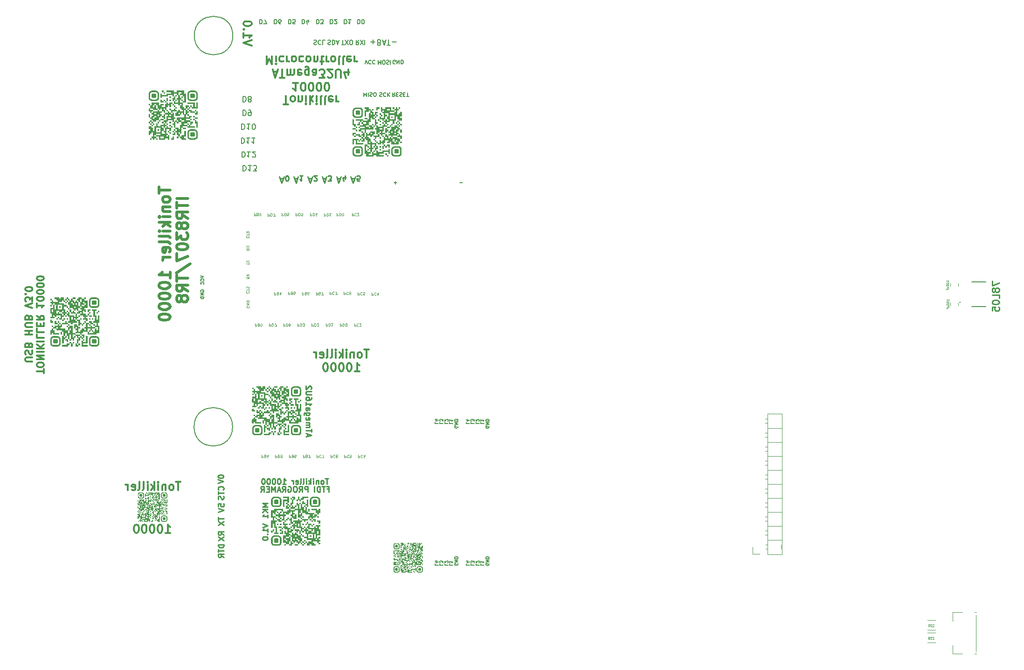
<source format=gbr>
%TF.GenerationSoftware,KiCad,Pcbnew,(6.0.5)*%
%TF.CreationDate,2023-06-16T09:38:05+03:00*%
%TF.ProjectId,JLC1,4a4c4331-2e6b-4696-9361-645f70636258,rev?*%
%TF.SameCoordinates,Original*%
%TF.FileFunction,Legend,Bot*%
%TF.FilePolarity,Positive*%
%FSLAX46Y46*%
G04 Gerber Fmt 4.6, Leading zero omitted, Abs format (unit mm)*
G04 Created by KiCad (PCBNEW (6.0.5)) date 2023-06-16 09:38:05*
%MOMM*%
%LPD*%
G01*
G04 APERTURE LIST*
%ADD10C,0.200000*%
%ADD11C,0.125000*%
%ADD12C,0.150000*%
%ADD13C,0.375000*%
%ADD14C,0.250000*%
%ADD15C,0.240000*%
%ADD16C,0.500000*%
%ADD17C,0.300000*%
%ADD18C,0.254000*%
%ADD19C,0.100000*%
%ADD20C,0.120000*%
G04 APERTURE END LIST*
D10*
X10250000Y-60750000D02*
G75*
G03*
X10250000Y-60750000I-3500000J0D01*
G01*
X10300000Y10350000D02*
G75*
G03*
X10300000Y10350000I-3500000J0D01*
G01*
D11*
X24330952Y-21923809D02*
X24330952Y-22423809D01*
X24521428Y-22423809D01*
X24569047Y-22400000D01*
X24592857Y-22376190D01*
X24616666Y-22328571D01*
X24616666Y-22257142D01*
X24592857Y-22209523D01*
X24569047Y-22185714D01*
X24521428Y-22161904D01*
X24330952Y-22161904D01*
X24830952Y-21923809D02*
X24830952Y-22423809D01*
X24950000Y-22423809D01*
X25021428Y-22400000D01*
X25069047Y-22352380D01*
X25092857Y-22304761D01*
X25116666Y-22209523D01*
X25116666Y-22138095D01*
X25092857Y-22042857D01*
X25069047Y-21995238D01*
X25021428Y-21947619D01*
X24950000Y-21923809D01*
X24830952Y-21923809D01*
X25545238Y-22257142D02*
X25545238Y-21923809D01*
X25426190Y-22447619D02*
X25307142Y-22090476D01*
X25616666Y-22090476D01*
X29759524Y-41983809D02*
X29759524Y-42483809D01*
X29950000Y-42483809D01*
X29997619Y-42460000D01*
X30021429Y-42436190D01*
X30045238Y-42388571D01*
X30045238Y-42317142D01*
X30021429Y-42269523D01*
X29997619Y-42245714D01*
X29950000Y-42221904D01*
X29759524Y-42221904D01*
X30259524Y-41983809D02*
X30259524Y-42483809D01*
X30378572Y-42483809D01*
X30450000Y-42460000D01*
X30497619Y-42412380D01*
X30521429Y-42364761D01*
X30545238Y-42269523D01*
X30545238Y-42198095D01*
X30521429Y-42102857D01*
X30497619Y-42055238D01*
X30450000Y-42007619D01*
X30378572Y-41983809D01*
X30259524Y-41983809D01*
X30854762Y-42483809D02*
X30902381Y-42483809D01*
X30950000Y-42460000D01*
X30973810Y-42436190D01*
X30997619Y-42388571D01*
X31021429Y-42293333D01*
X31021429Y-42174285D01*
X30997619Y-42079047D01*
X30973810Y-42031428D01*
X30950000Y-42007619D01*
X30902381Y-41983809D01*
X30854762Y-41983809D01*
X30807143Y-42007619D01*
X30783333Y-42031428D01*
X30759524Y-42079047D01*
X30735714Y-42174285D01*
X30735714Y-42293333D01*
X30759524Y-42388571D01*
X30783333Y-42436190D01*
X30807143Y-42460000D01*
X30854762Y-42483809D01*
X13223809Y-33520238D02*
X13223809Y-33758333D01*
X12985714Y-33782142D01*
X13009523Y-33758333D01*
X13033333Y-33710714D01*
X13033333Y-33591666D01*
X13009523Y-33544047D01*
X12985714Y-33520238D01*
X12938095Y-33496428D01*
X12819047Y-33496428D01*
X12771428Y-33520238D01*
X12747619Y-33544047D01*
X12723809Y-33591666D01*
X12723809Y-33710714D01*
X12747619Y-33758333D01*
X12771428Y-33782142D01*
X13223809Y-33353571D02*
X12723809Y-33186904D01*
X13223809Y-33020238D01*
D12*
X39700783Y-4383D02*
X39467450Y-337716D01*
X39300783Y-4383D02*
X39300783Y-704383D01*
X39567450Y-704383D01*
X39634116Y-671049D01*
X39667450Y-637716D01*
X39700783Y-571049D01*
X39700783Y-471049D01*
X39667450Y-404383D01*
X39634116Y-371049D01*
X39567450Y-337716D01*
X39300783Y-337716D01*
X40000783Y-371049D02*
X40234116Y-371049D01*
X40334116Y-4383D02*
X40000783Y-4383D01*
X40000783Y-704383D01*
X40334116Y-704383D01*
X40600783Y-37716D02*
X40700783Y-4383D01*
X40867450Y-4383D01*
X40934116Y-37716D01*
X40967450Y-71050D01*
X41000783Y-137716D01*
X41000783Y-204383D01*
X40967450Y-271050D01*
X40934116Y-304383D01*
X40867450Y-337716D01*
X40734116Y-371050D01*
X40667450Y-404383D01*
X40634116Y-437716D01*
X40600783Y-504383D01*
X40600783Y-571050D01*
X40634116Y-637716D01*
X40667450Y-671050D01*
X40734116Y-704383D01*
X40900783Y-704383D01*
X41000783Y-671050D01*
X41300783Y-371050D02*
X41534116Y-371050D01*
X41634116Y-4383D02*
X41300783Y-4383D01*
X41300783Y-704383D01*
X41634116Y-704383D01*
X41834116Y-704383D02*
X42234116Y-704383D01*
X42034116Y-4383D02*
X42034116Y-704383D01*
X52653571Y-85626786D02*
X52653571Y-85912500D01*
X53253571Y-85912500D01*
X53053571Y-85169643D02*
X52653571Y-85169643D01*
X53282142Y-85312500D02*
X52853571Y-85455357D01*
X52853571Y-85083928D01*
X4462678Y-33275000D02*
X5062678Y-33475000D01*
X4462678Y-33675000D01*
X5005535Y-34217857D02*
X5034107Y-34189285D01*
X5062678Y-34103571D01*
X5062678Y-34046428D01*
X5034107Y-33960714D01*
X4976964Y-33903571D01*
X4919821Y-33875000D01*
X4805535Y-33846428D01*
X4719821Y-33846428D01*
X4605535Y-33875000D01*
X4548392Y-33903571D01*
X4491250Y-33960714D01*
X4462678Y-34046428D01*
X4462678Y-34103571D01*
X4491250Y-34189285D01*
X4519821Y-34217857D01*
X5005535Y-34817857D02*
X5034107Y-34789285D01*
X5062678Y-34703571D01*
X5062678Y-34646428D01*
X5034107Y-34560714D01*
X4976964Y-34503571D01*
X4919821Y-34475000D01*
X4805535Y-34446428D01*
X4719821Y-34446428D01*
X4605535Y-34475000D01*
X4548392Y-34503571D01*
X4491250Y-34560714D01*
X4462678Y-34646428D01*
X4462678Y-34703571D01*
X4491250Y-34789285D01*
X4519821Y-34817857D01*
D11*
X13250000Y-38830952D02*
X13273809Y-38878571D01*
X13273809Y-38950000D01*
X13250000Y-39021428D01*
X13202380Y-39069047D01*
X13154761Y-39092857D01*
X13059523Y-39116666D01*
X12988095Y-39116666D01*
X12892857Y-39092857D01*
X12845238Y-39069047D01*
X12797619Y-39021428D01*
X12773809Y-38950000D01*
X12773809Y-38902380D01*
X12797619Y-38830952D01*
X12821428Y-38807142D01*
X12988095Y-38807142D01*
X12988095Y-38902380D01*
X12773809Y-38592857D02*
X13273809Y-38592857D01*
X12773809Y-38307142D01*
X13273809Y-38307142D01*
X12773809Y-38069047D02*
X13273809Y-38069047D01*
X13273809Y-37950000D01*
X13250000Y-37878571D01*
X13202380Y-37830952D01*
X13154761Y-37807142D01*
X13059523Y-37783333D01*
X12988095Y-37783333D01*
X12892857Y-37807142D01*
X12845238Y-37830952D01*
X12797619Y-37878571D01*
X12773809Y-37950000D01*
X12773809Y-38069047D01*
D13*
X35000000Y-46721071D02*
X34142857Y-46721071D01*
X34571428Y-48221071D02*
X34571428Y-46721071D01*
X33428571Y-48221071D02*
X33571428Y-48149642D01*
X33642857Y-48078214D01*
X33714285Y-47935357D01*
X33714285Y-47506785D01*
X33642857Y-47363928D01*
X33571428Y-47292500D01*
X33428571Y-47221071D01*
X33214285Y-47221071D01*
X33071428Y-47292500D01*
X33000000Y-47363928D01*
X32928571Y-47506785D01*
X32928571Y-47935357D01*
X33000000Y-48078214D01*
X33071428Y-48149642D01*
X33214285Y-48221071D01*
X33428571Y-48221071D01*
X32285714Y-47221071D02*
X32285714Y-48221071D01*
X32285714Y-47363928D02*
X32214285Y-47292500D01*
X32071428Y-47221071D01*
X31857142Y-47221071D01*
X31714285Y-47292500D01*
X31642857Y-47435357D01*
X31642857Y-48221071D01*
X30928571Y-48221071D02*
X30928571Y-47221071D01*
X30928571Y-46721071D02*
X31000000Y-46792500D01*
X30928571Y-46863928D01*
X30857142Y-46792500D01*
X30928571Y-46721071D01*
X30928571Y-46863928D01*
X30214285Y-48221071D02*
X30214285Y-46721071D01*
X30071428Y-47649642D02*
X29642857Y-48221071D01*
X29642857Y-47221071D02*
X30214285Y-47792500D01*
X29000000Y-48221071D02*
X29000000Y-47221071D01*
X29000000Y-46721071D02*
X29071428Y-46792500D01*
X29000000Y-46863928D01*
X28928571Y-46792500D01*
X29000000Y-46721071D01*
X29000000Y-46863928D01*
X28071428Y-48221071D02*
X28214285Y-48149642D01*
X28285714Y-48006785D01*
X28285714Y-46721071D01*
X27285714Y-48221071D02*
X27428571Y-48149642D01*
X27500000Y-48006785D01*
X27500000Y-46721071D01*
X26142857Y-48149642D02*
X26285714Y-48221071D01*
X26571428Y-48221071D01*
X26714285Y-48149642D01*
X26785714Y-48006785D01*
X26785714Y-47435357D01*
X26714285Y-47292500D01*
X26571428Y-47221071D01*
X26285714Y-47221071D01*
X26142857Y-47292500D01*
X26071428Y-47435357D01*
X26071428Y-47578214D01*
X26785714Y-47721071D01*
X25428571Y-48221071D02*
X25428571Y-47221071D01*
X25428571Y-47506785D02*
X25357142Y-47363928D01*
X25285714Y-47292500D01*
X25142857Y-47221071D01*
X25000000Y-47221071D01*
X32428571Y-50636071D02*
X33285714Y-50636071D01*
X32857142Y-50636071D02*
X32857142Y-49136071D01*
X33000000Y-49350357D01*
X33142857Y-49493214D01*
X33285714Y-49564642D01*
X31500000Y-49136071D02*
X31357142Y-49136071D01*
X31214285Y-49207500D01*
X31142857Y-49278928D01*
X31071428Y-49421785D01*
X31000000Y-49707500D01*
X31000000Y-50064642D01*
X31071428Y-50350357D01*
X31142857Y-50493214D01*
X31214285Y-50564642D01*
X31357142Y-50636071D01*
X31500000Y-50636071D01*
X31642857Y-50564642D01*
X31714285Y-50493214D01*
X31785714Y-50350357D01*
X31857142Y-50064642D01*
X31857142Y-49707500D01*
X31785714Y-49421785D01*
X31714285Y-49278928D01*
X31642857Y-49207500D01*
X31500000Y-49136071D01*
X30071428Y-49136071D02*
X29928571Y-49136071D01*
X29785714Y-49207500D01*
X29714285Y-49278928D01*
X29642857Y-49421785D01*
X29571428Y-49707500D01*
X29571428Y-50064642D01*
X29642857Y-50350357D01*
X29714285Y-50493214D01*
X29785714Y-50564642D01*
X29928571Y-50636071D01*
X30071428Y-50636071D01*
X30214285Y-50564642D01*
X30285714Y-50493214D01*
X30357142Y-50350357D01*
X30428571Y-50064642D01*
X30428571Y-49707500D01*
X30357142Y-49421785D01*
X30285714Y-49278928D01*
X30214285Y-49207500D01*
X30071428Y-49136071D01*
X28642857Y-49136071D02*
X28500000Y-49136071D01*
X28357142Y-49207500D01*
X28285714Y-49278928D01*
X28214285Y-49421785D01*
X28142857Y-49707500D01*
X28142857Y-50064642D01*
X28214285Y-50350357D01*
X28285714Y-50493214D01*
X28357142Y-50564642D01*
X28500000Y-50636071D01*
X28642857Y-50636071D01*
X28785714Y-50564642D01*
X28857142Y-50493214D01*
X28928571Y-50350357D01*
X29000000Y-50064642D01*
X29000000Y-49707500D01*
X28928571Y-49421785D01*
X28857142Y-49278928D01*
X28785714Y-49207500D01*
X28642857Y-49136071D01*
X27214285Y-49136071D02*
X27071428Y-49136071D01*
X26928571Y-49207500D01*
X26857142Y-49278928D01*
X26785714Y-49421785D01*
X26714285Y-49707500D01*
X26714285Y-50064642D01*
X26785714Y-50350357D01*
X26857142Y-50493214D01*
X26928571Y-50564642D01*
X27071428Y-50636071D01*
X27214285Y-50636071D01*
X27357142Y-50564642D01*
X27428571Y-50493214D01*
X27500000Y-50350357D01*
X27571428Y-50064642D01*
X27571428Y-49707500D01*
X27500000Y-49421785D01*
X27428571Y-49278928D01*
X27357142Y-49207500D01*
X27214285Y-49136071D01*
D11*
X20334523Y-36223809D02*
X20334523Y-36723809D01*
X20524999Y-36723809D01*
X20572618Y-36700000D01*
X20596428Y-36676190D01*
X20620237Y-36628571D01*
X20620237Y-36557142D01*
X20596428Y-36509523D01*
X20572618Y-36485714D01*
X20524999Y-36461904D01*
X20334523Y-36461904D01*
X21001190Y-36485714D02*
X21072618Y-36461904D01*
X21096428Y-36438095D01*
X21120237Y-36390476D01*
X21120237Y-36319047D01*
X21096428Y-36271428D01*
X21072618Y-36247619D01*
X21024999Y-36223809D01*
X20834523Y-36223809D01*
X20834523Y-36723809D01*
X21001190Y-36723809D01*
X21048809Y-36700000D01*
X21072618Y-36676190D01*
X21096428Y-36628571D01*
X21096428Y-36580952D01*
X21072618Y-36533333D01*
X21048809Y-36509523D01*
X21001190Y-36485714D01*
X20834523Y-36485714D01*
X21572618Y-36723809D02*
X21334523Y-36723809D01*
X21310713Y-36485714D01*
X21334523Y-36509523D01*
X21382142Y-36533333D01*
X21501190Y-36533333D01*
X21548809Y-36509523D01*
X21572618Y-36485714D01*
X21596428Y-36438095D01*
X21596428Y-36319047D01*
X21572618Y-36271428D01*
X21548809Y-36247619D01*
X21501190Y-36223809D01*
X21382142Y-36223809D01*
X21334523Y-36247619D01*
X21310713Y-36271428D01*
D12*
X36709116Y5845616D02*
X36709116Y5145616D01*
X36942449Y5645616D01*
X37175782Y5145616D01*
X37175782Y5845616D01*
X37642449Y5145616D02*
X37775782Y5145616D01*
X37842449Y5178950D01*
X37909116Y5245616D01*
X37942449Y5378950D01*
X37942449Y5612283D01*
X37909116Y5745616D01*
X37842449Y5812283D01*
X37775782Y5845616D01*
X37642449Y5845616D01*
X37575782Y5812283D01*
X37509116Y5745616D01*
X37475782Y5612283D01*
X37475782Y5378950D01*
X37509116Y5245616D01*
X37575782Y5178950D01*
X37642449Y5145616D01*
X38209116Y5812283D02*
X38309116Y5845616D01*
X38475782Y5845616D01*
X38542449Y5812283D01*
X38575782Y5778950D01*
X38609116Y5712283D01*
X38609116Y5645616D01*
X38575782Y5578950D01*
X38542449Y5545616D01*
X38475782Y5512283D01*
X38342449Y5478950D01*
X38275782Y5445616D01*
X38242449Y5412283D01*
X38209116Y5345616D01*
X38209116Y5278950D01*
X38242449Y5212283D01*
X38275782Y5178950D01*
X38342449Y5145616D01*
X38509116Y5145616D01*
X38609116Y5178950D01*
X38909116Y5845616D02*
X38909116Y5145616D01*
X53541071Y-59901786D02*
X53541071Y-60187500D01*
X54141071Y-60187500D01*
X54141071Y-59758928D02*
X54141071Y-59387500D01*
X53912500Y-59587500D01*
X53912500Y-59501786D01*
X53883928Y-59444643D01*
X53855357Y-59416071D01*
X53798214Y-59387500D01*
X53655357Y-59387500D01*
X53598214Y-59416071D01*
X53569642Y-59444643D01*
X53541071Y-59501786D01*
X53541071Y-59673214D01*
X53569642Y-59730357D01*
X53598214Y-59758928D01*
D13*
X-1926428Y-80010471D02*
X-1069285Y-80010471D01*
X-1497857Y-80010471D02*
X-1497857Y-78510471D01*
X-1355000Y-78724757D01*
X-1212142Y-78867614D01*
X-1069285Y-78939042D01*
X-2854999Y-78510471D02*
X-2997857Y-78510471D01*
X-3140714Y-78581900D01*
X-3212142Y-78653328D01*
X-3283571Y-78796185D01*
X-3354999Y-79081900D01*
X-3354999Y-79439042D01*
X-3283571Y-79724757D01*
X-3212142Y-79867614D01*
X-3140714Y-79939042D01*
X-2997857Y-80010471D01*
X-2854999Y-80010471D01*
X-2712142Y-79939042D01*
X-2640714Y-79867614D01*
X-2569285Y-79724757D01*
X-2497857Y-79439042D01*
X-2497857Y-79081900D01*
X-2569285Y-78796185D01*
X-2640714Y-78653328D01*
X-2712142Y-78581900D01*
X-2854999Y-78510471D01*
X-4283571Y-78510471D02*
X-4426428Y-78510471D01*
X-4569285Y-78581900D01*
X-4640714Y-78653328D01*
X-4712142Y-78796185D01*
X-4783571Y-79081900D01*
X-4783571Y-79439042D01*
X-4712142Y-79724757D01*
X-4640714Y-79867614D01*
X-4569285Y-79939042D01*
X-4426428Y-80010471D01*
X-4283571Y-80010471D01*
X-4140714Y-79939042D01*
X-4069285Y-79867614D01*
X-3997857Y-79724757D01*
X-3926428Y-79439042D01*
X-3926428Y-79081900D01*
X-3997857Y-78796185D01*
X-4069285Y-78653328D01*
X-4140714Y-78581900D01*
X-4283571Y-78510471D01*
X-5712142Y-78510471D02*
X-5854999Y-78510471D01*
X-5997857Y-78581900D01*
X-6069285Y-78653328D01*
X-6140714Y-78796185D01*
X-6212142Y-79081900D01*
X-6212142Y-79439042D01*
X-6140714Y-79724757D01*
X-6069285Y-79867614D01*
X-5997857Y-79939042D01*
X-5854999Y-80010471D01*
X-5712142Y-80010471D01*
X-5569285Y-79939042D01*
X-5497857Y-79867614D01*
X-5426428Y-79724757D01*
X-5354999Y-79439042D01*
X-5354999Y-79081900D01*
X-5426428Y-78796185D01*
X-5497857Y-78653328D01*
X-5569285Y-78581900D01*
X-5712142Y-78510471D01*
X-7140714Y-78510471D02*
X-7283571Y-78510471D01*
X-7426428Y-78581900D01*
X-7497857Y-78653328D01*
X-7569285Y-78796185D01*
X-7640714Y-79081900D01*
X-7640714Y-79439042D01*
X-7569285Y-79724757D01*
X-7497857Y-79867614D01*
X-7426428Y-79939042D01*
X-7283571Y-80010471D01*
X-7140714Y-80010471D01*
X-6997857Y-79939042D01*
X-6926428Y-79867614D01*
X-6854999Y-79724757D01*
X-6783571Y-79439042D01*
X-6783571Y-79081900D01*
X-6854999Y-78796185D01*
X-6926428Y-78653328D01*
X-6997857Y-78581900D01*
X-7140714Y-78510471D01*
D12*
X52653571Y-59901786D02*
X52653571Y-60187500D01*
X53253571Y-60187500D01*
X53053571Y-59444643D02*
X52653571Y-59444643D01*
X53282142Y-59587500D02*
X52853571Y-59730357D01*
X52853571Y-59358928D01*
D14*
X8532142Y-72202380D02*
X8579761Y-72154761D01*
X8627380Y-72011904D01*
X8627380Y-71916666D01*
X8579761Y-71773809D01*
X8484523Y-71678571D01*
X8389285Y-71630952D01*
X8198809Y-71583333D01*
X8055952Y-71583333D01*
X7865476Y-71630952D01*
X7770238Y-71678571D01*
X7675000Y-71773809D01*
X7627380Y-71916666D01*
X7627380Y-72011904D01*
X7675000Y-72154761D01*
X7722619Y-72202380D01*
X7627380Y-72488095D02*
X7627380Y-73059523D01*
X8627380Y-72773809D02*
X7627380Y-72773809D01*
X8579761Y-73345238D02*
X8627380Y-73488095D01*
X8627380Y-73726190D01*
X8579761Y-73821428D01*
X8532142Y-73869047D01*
X8436904Y-73916666D01*
X8341666Y-73916666D01*
X8246428Y-73869047D01*
X8198809Y-73821428D01*
X8151190Y-73726190D01*
X8103571Y-73535714D01*
X8055952Y-73440476D01*
X8008333Y-73392857D01*
X7913095Y-73345238D01*
X7817857Y-73345238D01*
X7722619Y-73392857D01*
X7675000Y-73440476D01*
X7627380Y-73535714D01*
X7627380Y-73773809D01*
X7675000Y-73916666D01*
D10*
X20426973Y13265854D02*
X20426973Y12465854D01*
X20617450Y12465854D01*
X20731735Y12503950D01*
X20807926Y12580140D01*
X20846021Y12656330D01*
X20884116Y12808711D01*
X20884116Y12922997D01*
X20846021Y13075378D01*
X20807926Y13151569D01*
X20731735Y13227759D01*
X20617450Y13265854D01*
X20426973Y13265854D01*
X21607926Y12465854D02*
X21226973Y12465854D01*
X21188878Y12846807D01*
X21226973Y12808711D01*
X21303164Y12770616D01*
X21493640Y12770616D01*
X21569830Y12808711D01*
X21607926Y12846807D01*
X21646021Y12922997D01*
X21646021Y13113473D01*
X21607926Y13189664D01*
X21569830Y13227759D01*
X21493640Y13265854D01*
X21303164Y13265854D01*
X21226973Y13227759D01*
X21188878Y13189664D01*
D12*
X52034116Y-16396050D02*
X51500783Y-16396050D01*
D10*
X17826973Y13265854D02*
X17826973Y12465854D01*
X18017450Y12465854D01*
X18131735Y12503950D01*
X18207926Y12580140D01*
X18246021Y12656330D01*
X18284116Y12808711D01*
X18284116Y12922997D01*
X18246021Y13075378D01*
X18207926Y13151569D01*
X18131735Y13227759D01*
X18017450Y13265854D01*
X17826973Y13265854D01*
X18969830Y12465854D02*
X18817450Y12465854D01*
X18741259Y12503950D01*
X18703164Y12542045D01*
X18626973Y12656330D01*
X18588878Y12808711D01*
X18588878Y13113473D01*
X18626973Y13189664D01*
X18665069Y13227759D01*
X18741259Y13265854D01*
X18893640Y13265854D01*
X18969830Y13227759D01*
X19007926Y13189664D01*
X19046021Y13113473D01*
X19046021Y12922997D01*
X19007926Y12846807D01*
X18969830Y12808711D01*
X18893640Y12770616D01*
X18741259Y12770616D01*
X18665069Y12808711D01*
X18626973Y12846807D01*
X18588878Y12922997D01*
D11*
X21730952Y-21923809D02*
X21730952Y-22423809D01*
X21921428Y-22423809D01*
X21969047Y-22400000D01*
X21992857Y-22376190D01*
X22016666Y-22328571D01*
X22016666Y-22257142D01*
X21992857Y-22209523D01*
X21969047Y-22185714D01*
X21921428Y-22161904D01*
X21730952Y-22161904D01*
X22230952Y-21923809D02*
X22230952Y-22423809D01*
X22350000Y-22423809D01*
X22421428Y-22400000D01*
X22469047Y-22352380D01*
X22492857Y-22304761D01*
X22516666Y-22209523D01*
X22516666Y-22138095D01*
X22492857Y-22042857D01*
X22469047Y-21995238D01*
X22421428Y-21947619D01*
X22350000Y-21923809D01*
X22230952Y-21923809D01*
X22969047Y-22423809D02*
X22730952Y-22423809D01*
X22707142Y-22185714D01*
X22730952Y-22209523D01*
X22778571Y-22233333D01*
X22897619Y-22233333D01*
X22945238Y-22209523D01*
X22969047Y-22185714D01*
X22992857Y-22138095D01*
X22992857Y-22019047D01*
X22969047Y-21971428D01*
X22945238Y-21947619D01*
X22897619Y-21923809D01*
X22778571Y-21923809D01*
X22730952Y-21947619D01*
X22707142Y-21971428D01*
D10*
X25039275Y9477759D02*
X25153560Y9515854D01*
X25344036Y9515854D01*
X25420227Y9477759D01*
X25458322Y9439664D01*
X25496417Y9363473D01*
X25496417Y9287283D01*
X25458322Y9211092D01*
X25420227Y9172997D01*
X25344036Y9134902D01*
X25191656Y9096807D01*
X25115465Y9058711D01*
X25077370Y9020616D01*
X25039275Y8944426D01*
X25039275Y8868235D01*
X25077370Y8792045D01*
X25115465Y8753950D01*
X25191656Y8715854D01*
X25382132Y8715854D01*
X25496417Y8753950D01*
X26296417Y9439664D02*
X26258322Y9477759D01*
X26144036Y9515854D01*
X26067846Y9515854D01*
X25953560Y9477759D01*
X25877370Y9401569D01*
X25839275Y9325378D01*
X25801179Y9172997D01*
X25801179Y9058711D01*
X25839275Y8906330D01*
X25877370Y8830140D01*
X25953560Y8753950D01*
X26067846Y8715854D01*
X26144036Y8715854D01*
X26258322Y8753950D01*
X26296417Y8792045D01*
X27020227Y9515854D02*
X26639275Y9515854D01*
X26639275Y8715854D01*
X27976973Y13265854D02*
X27976973Y12465854D01*
X28167450Y12465854D01*
X28281735Y12503950D01*
X28357926Y12580140D01*
X28396021Y12656330D01*
X28434116Y12808711D01*
X28434116Y12922997D01*
X28396021Y13075378D01*
X28357926Y13151569D01*
X28281735Y13227759D01*
X28167450Y13265854D01*
X27976973Y13265854D01*
X28738878Y12542045D02*
X28776973Y12503950D01*
X28853164Y12465854D01*
X29043640Y12465854D01*
X29119830Y12503950D01*
X29157926Y12542045D01*
X29196021Y12618235D01*
X29196021Y12694426D01*
X29157926Y12808711D01*
X28700783Y13265854D01*
X29196021Y13265854D01*
D12*
X35332926Y9200378D02*
X36094830Y9200378D01*
X35713878Y9581330D02*
X35713878Y8819426D01*
X36904354Y9057521D02*
X37047211Y9105140D01*
X37094830Y9152759D01*
X37142450Y9247997D01*
X37142450Y9390854D01*
X37094830Y9486092D01*
X37047211Y9533711D01*
X36951973Y9581330D01*
X36571021Y9581330D01*
X36571021Y8581330D01*
X36904354Y8581330D01*
X36999592Y8628950D01*
X37047211Y8676569D01*
X37094830Y8771807D01*
X37094830Y8867045D01*
X37047211Y8962283D01*
X36999592Y9009902D01*
X36904354Y9057521D01*
X36571021Y9057521D01*
X37523402Y9295616D02*
X37999592Y9295616D01*
X37428164Y9581330D02*
X37761497Y8581330D01*
X38094830Y9581330D01*
X38285307Y8581330D02*
X38856735Y8581330D01*
X38571021Y9581330D02*
X38571021Y8581330D01*
X39190069Y9200378D02*
X39951973Y9200378D01*
D11*
X23015796Y-65858809D02*
X23015796Y-66358809D01*
X23206272Y-66358809D01*
X23253891Y-66335000D01*
X23277701Y-66311190D01*
X23301510Y-66263571D01*
X23301510Y-66192142D01*
X23277701Y-66144523D01*
X23253891Y-66120714D01*
X23206272Y-66096904D01*
X23015796Y-66096904D01*
X23682463Y-66120714D02*
X23753891Y-66096904D01*
X23777701Y-66073095D01*
X23801510Y-66025476D01*
X23801510Y-65954047D01*
X23777701Y-65906428D01*
X23753891Y-65882619D01*
X23706272Y-65858809D01*
X23515796Y-65858809D01*
X23515796Y-66358809D01*
X23682463Y-66358809D01*
X23730082Y-66335000D01*
X23753891Y-66311190D01*
X23777701Y-66263571D01*
X23777701Y-66215952D01*
X23753891Y-66168333D01*
X23730082Y-66144523D01*
X23682463Y-66120714D01*
X23515796Y-66120714D01*
X23968177Y-66358809D02*
X24301510Y-66358809D01*
X24087224Y-65858809D01*
D12*
X51125000Y-60632142D02*
X51153571Y-60689285D01*
X51153571Y-60775000D01*
X51125000Y-60860714D01*
X51067857Y-60917857D01*
X51010714Y-60946428D01*
X50896428Y-60975000D01*
X50810714Y-60975000D01*
X50696428Y-60946428D01*
X50639285Y-60917857D01*
X50582142Y-60860714D01*
X50553571Y-60775000D01*
X50553571Y-60717857D01*
X50582142Y-60632142D01*
X50610714Y-60603571D01*
X50810714Y-60603571D01*
X50810714Y-60717857D01*
X50553571Y-60346428D02*
X51153571Y-60346428D01*
X50553571Y-60003571D01*
X51153571Y-60003571D01*
X50553571Y-59717857D02*
X51153571Y-59717857D01*
X51153571Y-59575000D01*
X51125000Y-59489285D01*
X51067857Y-59432142D01*
X51010714Y-59403571D01*
X50896428Y-59375000D01*
X50810714Y-59375000D01*
X50696428Y-59403571D01*
X50639285Y-59432142D01*
X50582142Y-59489285D01*
X50553571Y-59575000D01*
X50553571Y-59717857D01*
D10*
X30064671Y8715854D02*
X30521814Y8715854D01*
X30293243Y9515854D02*
X30293243Y8715854D01*
X30712290Y8715854D02*
X31245623Y9515854D01*
X31245623Y8715854D02*
X30712290Y9515854D01*
X31702766Y8715854D02*
X31855147Y8715854D01*
X31931338Y8753950D01*
X32007528Y8830140D01*
X32045623Y8982521D01*
X32045623Y9249188D01*
X32007528Y9401569D01*
X31931338Y9477759D01*
X31855147Y9515854D01*
X31702766Y9515854D01*
X31626576Y9477759D01*
X31550385Y9401569D01*
X31512290Y9249188D01*
X31512290Y8982521D01*
X31550385Y8830140D01*
X31626576Y8753950D01*
X31702766Y8715854D01*
D14*
X7602380Y-69723809D02*
X7602380Y-69819047D01*
X7650000Y-69914285D01*
X7697619Y-69961904D01*
X7792857Y-70009523D01*
X7983333Y-70057142D01*
X8221428Y-70057142D01*
X8411904Y-70009523D01*
X8507142Y-69961904D01*
X8554761Y-69914285D01*
X8602380Y-69819047D01*
X8602380Y-69723809D01*
X8554761Y-69628571D01*
X8507142Y-69580952D01*
X8411904Y-69533333D01*
X8221428Y-69485714D01*
X7983333Y-69485714D01*
X7792857Y-69533333D01*
X7697619Y-69580952D01*
X7650000Y-69628571D01*
X7602380Y-69723809D01*
X7602380Y-70342857D02*
X8602380Y-70676190D01*
X7602380Y-71009523D01*
D12*
X47003571Y-59889286D02*
X47003571Y-60175000D01*
X47603571Y-60175000D01*
X47403571Y-59432143D02*
X47003571Y-59432143D01*
X47632142Y-59575000D02*
X47203571Y-59717857D01*
X47203571Y-59346428D01*
D15*
X18874592Y-15596050D02*
X19446021Y-15596050D01*
X18760307Y-15253192D02*
X19160307Y-16453192D01*
X19560307Y-15253192D01*
X20086021Y-16081764D02*
X20177450Y-16081764D01*
X20268878Y-16036050D01*
X20314592Y-15990335D01*
X20360307Y-15898907D01*
X20406021Y-15716050D01*
X20406021Y-15487478D01*
X20360307Y-15304621D01*
X20314592Y-15213192D01*
X20268878Y-15167478D01*
X20177450Y-15121764D01*
X20086021Y-15121764D01*
X19994592Y-15167478D01*
X19948878Y-15213192D01*
X19903164Y-15304621D01*
X19857450Y-15487478D01*
X19857450Y-15716050D01*
X19903164Y-15898907D01*
X19948878Y-15990335D01*
X19994592Y-16036050D01*
X20086021Y-16081764D01*
D11*
X24616668Y-41983809D02*
X24616668Y-42483809D01*
X24807144Y-42483809D01*
X24854763Y-42460000D01*
X24878573Y-42436190D01*
X24902382Y-42388571D01*
X24902382Y-42317142D01*
X24878573Y-42269523D01*
X24854763Y-42245714D01*
X24807144Y-42221904D01*
X24616668Y-42221904D01*
X25116668Y-41983809D02*
X25116668Y-42483809D01*
X25235716Y-42483809D01*
X25307144Y-42460000D01*
X25354763Y-42412380D01*
X25378573Y-42364761D01*
X25402382Y-42269523D01*
X25402382Y-42198095D01*
X25378573Y-42102857D01*
X25354763Y-42055238D01*
X25307144Y-42007619D01*
X25235716Y-41983809D01*
X25116668Y-41983809D01*
X25592858Y-42436190D02*
X25616668Y-42460000D01*
X25664287Y-42483809D01*
X25783335Y-42483809D01*
X25830954Y-42460000D01*
X25854763Y-42436190D01*
X25878573Y-42388571D01*
X25878573Y-42340952D01*
X25854763Y-42269523D01*
X25569049Y-41983809D01*
X25878573Y-41983809D01*
D15*
X31824592Y-15596050D02*
X32396021Y-15596050D01*
X31710307Y-15253192D02*
X32110307Y-16453192D01*
X32510307Y-15253192D01*
X33310307Y-16081764D02*
X32853164Y-16081764D01*
X32807450Y-15624621D01*
X32853164Y-15670335D01*
X32944592Y-15716050D01*
X33173164Y-15716050D01*
X33264592Y-15670335D01*
X33310307Y-15624621D01*
X33356021Y-15533192D01*
X33356021Y-15304621D01*
X33310307Y-15213192D01*
X33264592Y-15167478D01*
X33173164Y-15121764D01*
X32944592Y-15121764D01*
X32853164Y-15167478D01*
X32807450Y-15213192D01*
D11*
X30538413Y-65858809D02*
X30538413Y-66358809D01*
X30728889Y-66358809D01*
X30776508Y-66335000D01*
X30800318Y-66311190D01*
X30824127Y-66263571D01*
X30824127Y-66192142D01*
X30800318Y-66144523D01*
X30776508Y-66120714D01*
X30728889Y-66096904D01*
X30538413Y-66096904D01*
X31324127Y-65906428D02*
X31300318Y-65882619D01*
X31228889Y-65858809D01*
X31181270Y-65858809D01*
X31109841Y-65882619D01*
X31062222Y-65930238D01*
X31038413Y-65977857D01*
X31014603Y-66073095D01*
X31014603Y-66144523D01*
X31038413Y-66239761D01*
X31062222Y-66287380D01*
X31109841Y-66335000D01*
X31181270Y-66358809D01*
X31228889Y-66358809D01*
X31300318Y-66335000D01*
X31324127Y-66311190D01*
X31776508Y-66358809D02*
X31538413Y-66358809D01*
X31514603Y-66120714D01*
X31538413Y-66144523D01*
X31586032Y-66168333D01*
X31705080Y-66168333D01*
X31752699Y-66144523D01*
X31776508Y-66120714D01*
X31800318Y-66073095D01*
X31800318Y-65954047D01*
X31776508Y-65906428D01*
X31752699Y-65882619D01*
X31705080Y-65858809D01*
X31586032Y-65858809D01*
X31538413Y-65882619D01*
X31514603Y-65906428D01*
D15*
X21464592Y-15596050D02*
X22036021Y-15596050D01*
X21350307Y-15253192D02*
X21750307Y-16453192D01*
X22150307Y-15253192D01*
X22996021Y-15121764D02*
X22447450Y-15121764D01*
X22721735Y-15121764D02*
X22721735Y-16081764D01*
X22630307Y-15944621D01*
X22538878Y-15853192D01*
X22447450Y-15807478D01*
D11*
X16655952Y-21948809D02*
X16655952Y-22448809D01*
X16846428Y-22448809D01*
X16894047Y-22425000D01*
X16917857Y-22401190D01*
X16941666Y-22353571D01*
X16941666Y-22282142D01*
X16917857Y-22234523D01*
X16894047Y-22210714D01*
X16846428Y-22186904D01*
X16655952Y-22186904D01*
X17155952Y-21948809D02*
X17155952Y-22448809D01*
X17275000Y-22448809D01*
X17346428Y-22425000D01*
X17394047Y-22377380D01*
X17417857Y-22329761D01*
X17441666Y-22234523D01*
X17441666Y-22163095D01*
X17417857Y-22067857D01*
X17394047Y-22020238D01*
X17346428Y-21972619D01*
X17275000Y-21948809D01*
X17155952Y-21948809D01*
X17608333Y-22448809D02*
X17941666Y-22448809D01*
X17727380Y-21948809D01*
X14330952Y-41983809D02*
X14330952Y-42483809D01*
X14521428Y-42483809D01*
X14569047Y-42460000D01*
X14592857Y-42436190D01*
X14616666Y-42388571D01*
X14616666Y-42317142D01*
X14592857Y-42269523D01*
X14569047Y-42245714D01*
X14521428Y-42221904D01*
X14330952Y-42221904D01*
X14997619Y-42245714D02*
X15069047Y-42221904D01*
X15092857Y-42198095D01*
X15116666Y-42150476D01*
X15116666Y-42079047D01*
X15092857Y-42031428D01*
X15069047Y-42007619D01*
X15021428Y-41983809D01*
X14830952Y-41983809D01*
X14830952Y-42483809D01*
X14997619Y-42483809D01*
X15045238Y-42460000D01*
X15069047Y-42436190D01*
X15092857Y-42388571D01*
X15092857Y-42340952D01*
X15069047Y-42293333D01*
X15045238Y-42269523D01*
X14997619Y-42245714D01*
X14830952Y-42245714D01*
X15426190Y-42483809D02*
X15473809Y-42483809D01*
X15521428Y-42460000D01*
X15545238Y-42436190D01*
X15569047Y-42388571D01*
X15592857Y-42293333D01*
X15592857Y-42174285D01*
X15569047Y-42079047D01*
X15545238Y-42031428D01*
X15521428Y-42007619D01*
X15473809Y-41983809D01*
X15426190Y-41983809D01*
X15378571Y-42007619D01*
X15354761Y-42031428D01*
X15330952Y-42079047D01*
X15307142Y-42174285D01*
X15307142Y-42293333D01*
X15330952Y-42388571D01*
X15354761Y-42436190D01*
X15378571Y-42460000D01*
X15426190Y-42483809D01*
D10*
X25476973Y13265854D02*
X25476973Y12465854D01*
X25667450Y12465854D01*
X25781735Y12503950D01*
X25857926Y12580140D01*
X25896021Y12656330D01*
X25934116Y12808711D01*
X25934116Y12922997D01*
X25896021Y13075378D01*
X25857926Y13151569D01*
X25781735Y13227759D01*
X25667450Y13265854D01*
X25476973Y13265854D01*
X26200783Y12465854D02*
X26696021Y12465854D01*
X26429354Y12770616D01*
X26543640Y12770616D01*
X26619830Y12808711D01*
X26657926Y12846807D01*
X26696021Y12922997D01*
X26696021Y13113473D01*
X26657926Y13189664D01*
X26619830Y13227759D01*
X26543640Y13265854D01*
X26315069Y13265854D01*
X26238878Y13227759D01*
X26200783Y13189664D01*
D11*
X20508257Y-65858809D02*
X20508257Y-66358809D01*
X20698733Y-66358809D01*
X20746352Y-66335000D01*
X20770162Y-66311190D01*
X20793971Y-66263571D01*
X20793971Y-66192142D01*
X20770162Y-66144523D01*
X20746352Y-66120714D01*
X20698733Y-66096904D01*
X20508257Y-66096904D01*
X21174924Y-66120714D02*
X21246352Y-66096904D01*
X21270162Y-66073095D01*
X21293971Y-66025476D01*
X21293971Y-65954047D01*
X21270162Y-65906428D01*
X21246352Y-65882619D01*
X21198733Y-65858809D01*
X21008257Y-65858809D01*
X21008257Y-66358809D01*
X21174924Y-66358809D01*
X21222543Y-66335000D01*
X21246352Y-66311190D01*
X21270162Y-66263571D01*
X21270162Y-66215952D01*
X21246352Y-66168333D01*
X21222543Y-66144523D01*
X21174924Y-66120714D01*
X21008257Y-66120714D01*
X21722543Y-66358809D02*
X21627305Y-66358809D01*
X21579685Y-66335000D01*
X21555876Y-66311190D01*
X21508257Y-66239761D01*
X21484447Y-66144523D01*
X21484447Y-65954047D01*
X21508257Y-65906428D01*
X21532066Y-65882619D01*
X21579685Y-65858809D01*
X21674924Y-65858809D01*
X21722543Y-65882619D01*
X21746352Y-65906428D01*
X21770162Y-65954047D01*
X21770162Y-66073095D01*
X21746352Y-66120714D01*
X21722543Y-66144523D01*
X21674924Y-66168333D01*
X21579685Y-66168333D01*
X21532066Y-66144523D01*
X21508257Y-66120714D01*
X21484447Y-66073095D01*
X35505952Y-36373809D02*
X35505952Y-36873809D01*
X35696428Y-36873809D01*
X35744047Y-36850000D01*
X35767857Y-36826190D01*
X35791666Y-36778571D01*
X35791666Y-36707142D01*
X35767857Y-36659523D01*
X35744047Y-36635714D01*
X35696428Y-36611904D01*
X35505952Y-36611904D01*
X36291666Y-36421428D02*
X36267857Y-36397619D01*
X36196428Y-36373809D01*
X36148809Y-36373809D01*
X36077380Y-36397619D01*
X36029761Y-36445238D01*
X36005952Y-36492857D01*
X35982142Y-36588095D01*
X35982142Y-36659523D01*
X36005952Y-36754761D01*
X36029761Y-36802380D01*
X36077380Y-36850000D01*
X36148809Y-36873809D01*
X36196428Y-36873809D01*
X36267857Y-36850000D01*
X36291666Y-36826190D01*
X36720238Y-36707142D02*
X36720238Y-36373809D01*
X36601190Y-36897619D02*
X36482142Y-36540476D01*
X36791666Y-36540476D01*
D12*
X51125000Y-85585714D02*
X51153571Y-85642857D01*
X51153571Y-85728572D01*
X51125000Y-85814286D01*
X51067857Y-85871429D01*
X51010714Y-85900000D01*
X50896428Y-85928572D01*
X50810714Y-85928572D01*
X50696428Y-85900000D01*
X50639285Y-85871429D01*
X50582142Y-85814286D01*
X50553571Y-85728572D01*
X50553571Y-85671429D01*
X50582142Y-85585714D01*
X50610714Y-85557143D01*
X50810714Y-85557143D01*
X50810714Y-85671429D01*
X50553571Y-85300000D02*
X51153571Y-85300000D01*
X50553571Y-84957143D01*
X51153571Y-84957143D01*
X50553571Y-84671429D02*
X51153571Y-84671429D01*
X51153571Y-84528572D01*
X51125000Y-84442857D01*
X51067857Y-84385714D01*
X51010714Y-84357143D01*
X50896428Y-84328572D01*
X50810714Y-84328572D01*
X50696428Y-84357143D01*
X50639285Y-84385714D01*
X50582142Y-84442857D01*
X50553571Y-84528572D01*
X50553571Y-84671429D01*
D11*
X14130952Y-21923809D02*
X14130952Y-22423809D01*
X14321428Y-22423809D01*
X14369047Y-22400000D01*
X14392857Y-22376190D01*
X14416666Y-22328571D01*
X14416666Y-22257142D01*
X14392857Y-22209523D01*
X14369047Y-22185714D01*
X14321428Y-22161904D01*
X14130952Y-22161904D01*
X14797619Y-22185714D02*
X14869047Y-22161904D01*
X14892857Y-22138095D01*
X14916666Y-22090476D01*
X14916666Y-22019047D01*
X14892857Y-21971428D01*
X14869047Y-21947619D01*
X14821428Y-21923809D01*
X14630952Y-21923809D01*
X14630952Y-22423809D01*
X14797619Y-22423809D01*
X14845238Y-22400000D01*
X14869047Y-22376190D01*
X14892857Y-22328571D01*
X14892857Y-22280952D01*
X14869047Y-22233333D01*
X14845238Y-22209523D01*
X14797619Y-22185714D01*
X14630952Y-22185714D01*
X15226190Y-22423809D02*
X15273809Y-22423809D01*
X15321428Y-22400000D01*
X15345238Y-22376190D01*
X15369047Y-22328571D01*
X15392857Y-22233333D01*
X15392857Y-22114285D01*
X15369047Y-22019047D01*
X15345238Y-21971428D01*
X15321428Y-21947619D01*
X15273809Y-21923809D01*
X15226190Y-21923809D01*
X15178571Y-21947619D01*
X15154761Y-21971428D01*
X15130952Y-22019047D01*
X15107142Y-22114285D01*
X15107142Y-22233333D01*
X15130952Y-22328571D01*
X15154761Y-22376190D01*
X15178571Y-22400000D01*
X15226190Y-22423809D01*
D14*
X16654880Y-74625476D02*
X15654880Y-74625476D01*
X16369166Y-74958809D01*
X15654880Y-75292142D01*
X16654880Y-75292142D01*
X16654880Y-75768333D02*
X15654880Y-75768333D01*
X16654880Y-76339761D02*
X16083452Y-75911190D01*
X15654880Y-76339761D02*
X16226309Y-75768333D01*
X16654880Y-77292142D02*
X16654880Y-76720714D01*
X16654880Y-77006428D02*
X15654880Y-77006428D01*
X15797738Y-76911190D01*
X15892976Y-76815952D01*
X15940595Y-76720714D01*
X15654880Y-78339761D02*
X16654880Y-78673095D01*
X15654880Y-79006428D01*
X16654880Y-79863571D02*
X16654880Y-79292142D01*
X16654880Y-79577857D02*
X15654880Y-79577857D01*
X15797738Y-79482619D01*
X15892976Y-79387380D01*
X15940595Y-79292142D01*
X16559642Y-80292142D02*
X16607261Y-80339761D01*
X16654880Y-80292142D01*
X16607261Y-80244523D01*
X16559642Y-80292142D01*
X16654880Y-80292142D01*
X15654880Y-80958809D02*
X15654880Y-81054047D01*
X15702500Y-81149285D01*
X15750119Y-81196904D01*
X15845357Y-81244523D01*
X16035833Y-81292142D01*
X16273928Y-81292142D01*
X16464404Y-81244523D01*
X16559642Y-81196904D01*
X16607261Y-81149285D01*
X16654880Y-81054047D01*
X16654880Y-80958809D01*
X16607261Y-80863571D01*
X16559642Y-80815952D01*
X16464404Y-80768333D01*
X16273928Y-80720714D01*
X16035833Y-80720714D01*
X15845357Y-80768333D01*
X15750119Y-80815952D01*
X15702500Y-80863571D01*
X15654880Y-80958809D01*
D12*
X48778571Y-59889286D02*
X48778571Y-60175000D01*
X49378571Y-60175000D01*
X49321428Y-59717857D02*
X49350000Y-59689286D01*
X49378571Y-59632143D01*
X49378571Y-59489286D01*
X49350000Y-59432143D01*
X49321428Y-59403571D01*
X49264285Y-59375000D01*
X49207142Y-59375000D01*
X49121428Y-59403571D01*
X48778571Y-59746428D01*
X48778571Y-59375000D01*
D11*
X13248809Y-31255952D02*
X13248809Y-30970238D01*
X12748809Y-31113095D02*
X13248809Y-31113095D01*
X13248809Y-30851190D02*
X12748809Y-30517857D01*
X13248809Y-30517857D02*
X12748809Y-30851190D01*
D14*
X8627380Y-80408333D02*
X8151190Y-80075000D01*
X8627380Y-79836904D02*
X7627380Y-79836904D01*
X7627380Y-80217857D01*
X7675000Y-80313095D01*
X7722619Y-80360714D01*
X7817857Y-80408333D01*
X7960714Y-80408333D01*
X8055952Y-80360714D01*
X8103571Y-80313095D01*
X8151190Y-80217857D01*
X8151190Y-79836904D01*
X7627380Y-80741666D02*
X8627380Y-81408333D01*
X7627380Y-81408333D02*
X8627380Y-80741666D01*
D11*
X26855952Y-21948809D02*
X26855952Y-22448809D01*
X27046428Y-22448809D01*
X27094047Y-22425000D01*
X27117857Y-22401190D01*
X27141666Y-22353571D01*
X27141666Y-22282142D01*
X27117857Y-22234523D01*
X27094047Y-22210714D01*
X27046428Y-22186904D01*
X26855952Y-22186904D01*
X27355952Y-21948809D02*
X27355952Y-22448809D01*
X27475000Y-22448809D01*
X27546428Y-22425000D01*
X27594047Y-22377380D01*
X27617857Y-22329761D01*
X27641666Y-22234523D01*
X27641666Y-22163095D01*
X27617857Y-22067857D01*
X27594047Y-22020238D01*
X27546428Y-21972619D01*
X27475000Y-21948809D01*
X27355952Y-21948809D01*
X28117857Y-21948809D02*
X27832142Y-21948809D01*
X27975000Y-21948809D02*
X27975000Y-22448809D01*
X27927380Y-22377380D01*
X27879761Y-22329761D01*
X27832142Y-22305952D01*
D10*
X15176973Y13265854D02*
X15176973Y12465854D01*
X15367450Y12465854D01*
X15481735Y12503950D01*
X15557926Y12580140D01*
X15596021Y12656330D01*
X15634116Y12808711D01*
X15634116Y12922997D01*
X15596021Y13075378D01*
X15557926Y13151569D01*
X15481735Y13227759D01*
X15367450Y13265854D01*
X15176973Y13265854D01*
X15900783Y12465854D02*
X16434116Y12465854D01*
X16091259Y13265854D01*
D11*
X18000718Y-65858809D02*
X18000718Y-66358809D01*
X18191194Y-66358809D01*
X18238813Y-66335000D01*
X18262623Y-66311190D01*
X18286432Y-66263571D01*
X18286432Y-66192142D01*
X18262623Y-66144523D01*
X18238813Y-66120714D01*
X18191194Y-66096904D01*
X18000718Y-66096904D01*
X18667385Y-66120714D02*
X18738813Y-66096904D01*
X18762623Y-66073095D01*
X18786432Y-66025476D01*
X18786432Y-65954047D01*
X18762623Y-65906428D01*
X18738813Y-65882619D01*
X18691194Y-65858809D01*
X18500718Y-65858809D01*
X18500718Y-66358809D01*
X18667385Y-66358809D01*
X18715004Y-66335000D01*
X18738813Y-66311190D01*
X18762623Y-66263571D01*
X18762623Y-66215952D01*
X18738813Y-66168333D01*
X18715004Y-66144523D01*
X18667385Y-66120714D01*
X18500718Y-66120714D01*
X19238813Y-66358809D02*
X19000718Y-66358809D01*
X18976908Y-66120714D01*
X19000718Y-66144523D01*
X19048337Y-66168333D01*
X19167385Y-66168333D01*
X19215004Y-66144523D01*
X19238813Y-66120714D01*
X19262623Y-66073095D01*
X19262623Y-65954047D01*
X19238813Y-65906428D01*
X19215004Y-65882619D01*
X19167385Y-65858809D01*
X19048337Y-65858809D01*
X19000718Y-65882619D01*
X18976908Y-65906428D01*
D14*
X27410833Y-72038571D02*
X27744166Y-72038571D01*
X27744166Y-72562380D02*
X27744166Y-71562380D01*
X27267976Y-71562380D01*
X27029880Y-71562380D02*
X26458452Y-71562380D01*
X26744166Y-72562380D02*
X26744166Y-71562380D01*
X26125119Y-72562380D02*
X26125119Y-71562380D01*
X25887023Y-71562380D01*
X25744166Y-71610000D01*
X25648928Y-71705238D01*
X25601309Y-71800476D01*
X25553690Y-71990952D01*
X25553690Y-72133809D01*
X25601309Y-72324285D01*
X25648928Y-72419523D01*
X25744166Y-72514761D01*
X25887023Y-72562380D01*
X26125119Y-72562380D01*
X25125119Y-72562380D02*
X25125119Y-71562380D01*
X23887023Y-72562380D02*
X23887023Y-71562380D01*
X23506071Y-71562380D01*
X23410833Y-71610000D01*
X23363214Y-71657619D01*
X23315595Y-71752857D01*
X23315595Y-71895714D01*
X23363214Y-71990952D01*
X23410833Y-72038571D01*
X23506071Y-72086190D01*
X23887023Y-72086190D01*
X22315595Y-72562380D02*
X22648928Y-72086190D01*
X22887023Y-72562380D02*
X22887023Y-71562380D01*
X22506071Y-71562380D01*
X22410833Y-71610000D01*
X22363214Y-71657619D01*
X22315595Y-71752857D01*
X22315595Y-71895714D01*
X22363214Y-71990952D01*
X22410833Y-72038571D01*
X22506071Y-72086190D01*
X22887023Y-72086190D01*
X21696547Y-71562380D02*
X21506071Y-71562380D01*
X21410833Y-71610000D01*
X21315595Y-71705238D01*
X21267976Y-71895714D01*
X21267976Y-72229047D01*
X21315595Y-72419523D01*
X21410833Y-72514761D01*
X21506071Y-72562380D01*
X21696547Y-72562380D01*
X21791785Y-72514761D01*
X21887023Y-72419523D01*
X21934642Y-72229047D01*
X21934642Y-71895714D01*
X21887023Y-71705238D01*
X21791785Y-71610000D01*
X21696547Y-71562380D01*
X20315595Y-71610000D02*
X20410833Y-71562380D01*
X20553690Y-71562380D01*
X20696547Y-71610000D01*
X20791785Y-71705238D01*
X20839404Y-71800476D01*
X20887023Y-71990952D01*
X20887023Y-72133809D01*
X20839404Y-72324285D01*
X20791785Y-72419523D01*
X20696547Y-72514761D01*
X20553690Y-72562380D01*
X20458452Y-72562380D01*
X20315595Y-72514761D01*
X20267976Y-72467142D01*
X20267976Y-72133809D01*
X20458452Y-72133809D01*
X19267976Y-72562380D02*
X19601309Y-72086190D01*
X19839404Y-72562380D02*
X19839404Y-71562380D01*
X19458452Y-71562380D01*
X19363214Y-71610000D01*
X19315595Y-71657619D01*
X19267976Y-71752857D01*
X19267976Y-71895714D01*
X19315595Y-71990952D01*
X19363214Y-72038571D01*
X19458452Y-72086190D01*
X19839404Y-72086190D01*
X18887023Y-72276666D02*
X18410833Y-72276666D01*
X18982261Y-72562380D02*
X18648928Y-71562380D01*
X18315595Y-72562380D01*
X17982261Y-72562380D02*
X17982261Y-71562380D01*
X17648928Y-72276666D01*
X17315595Y-71562380D01*
X17315595Y-72562380D01*
X16839404Y-72038571D02*
X16506071Y-72038571D01*
X16363214Y-72562380D02*
X16839404Y-72562380D01*
X16839404Y-71562380D01*
X16363214Y-71562380D01*
X15363214Y-72562380D02*
X15696547Y-72086190D01*
X15934642Y-72562380D02*
X15934642Y-71562380D01*
X15553690Y-71562380D01*
X15458452Y-71610000D01*
X15410833Y-71657619D01*
X15363214Y-71752857D01*
X15363214Y-71895714D01*
X15410833Y-71990952D01*
X15458452Y-72038571D01*
X15553690Y-72086190D01*
X15934642Y-72086190D01*
D12*
X56775000Y-60644642D02*
X56803571Y-60701785D01*
X56803571Y-60787500D01*
X56775000Y-60873214D01*
X56717857Y-60930357D01*
X56660714Y-60958928D01*
X56546428Y-60987500D01*
X56460714Y-60987500D01*
X56346428Y-60958928D01*
X56289285Y-60930357D01*
X56232142Y-60873214D01*
X56203571Y-60787500D01*
X56203571Y-60730357D01*
X56232142Y-60644642D01*
X56260714Y-60616071D01*
X56460714Y-60616071D01*
X56460714Y-60730357D01*
X56203571Y-60358928D02*
X56803571Y-60358928D01*
X56203571Y-60016071D01*
X56803571Y-60016071D01*
X56203571Y-59730357D02*
X56803571Y-59730357D01*
X56803571Y-59587500D01*
X56775000Y-59501785D01*
X56717857Y-59444642D01*
X56660714Y-59416071D01*
X56546428Y-59387500D01*
X56460714Y-59387500D01*
X56346428Y-59416071D01*
X56289285Y-59444642D01*
X56232142Y-59501785D01*
X56203571Y-59587500D01*
X56203571Y-59730357D01*
D16*
X-3113988Y-17169523D02*
X-3113988Y-18312380D01*
X-1113988Y-17740952D02*
X-3113988Y-17740952D01*
X-1113988Y-19264761D02*
X-1209226Y-19074285D01*
X-1304464Y-18979047D01*
X-1494940Y-18883809D01*
X-2066369Y-18883809D01*
X-2256845Y-18979047D01*
X-2352083Y-19074285D01*
X-2447321Y-19264761D01*
X-2447321Y-19550476D01*
X-2352083Y-19740952D01*
X-2256845Y-19836190D01*
X-2066369Y-19931428D01*
X-1494940Y-19931428D01*
X-1304464Y-19836190D01*
X-1209226Y-19740952D01*
X-1113988Y-19550476D01*
X-1113988Y-19264761D01*
X-2447321Y-20788571D02*
X-1113988Y-20788571D01*
X-2256845Y-20788571D02*
X-2352083Y-20883809D01*
X-2447321Y-21074285D01*
X-2447321Y-21360000D01*
X-2352083Y-21550476D01*
X-2161607Y-21645714D01*
X-1113988Y-21645714D01*
X-1113988Y-22598095D02*
X-2447321Y-22598095D01*
X-3113988Y-22598095D02*
X-3018749Y-22502857D01*
X-2923511Y-22598095D01*
X-3018749Y-22693333D01*
X-3113988Y-22598095D01*
X-2923511Y-22598095D01*
X-1113988Y-23550476D02*
X-3113988Y-23550476D01*
X-1875892Y-23740952D02*
X-1113988Y-24312380D01*
X-2447321Y-24312380D02*
X-1685416Y-23550476D01*
X-1113988Y-25169523D02*
X-2447321Y-25169523D01*
X-3113988Y-25169523D02*
X-3018750Y-25074285D01*
X-2923511Y-25169523D01*
X-3018750Y-25264761D01*
X-3113988Y-25169523D01*
X-2923511Y-25169523D01*
X-1113988Y-26407619D02*
X-1209226Y-26217142D01*
X-1399702Y-26121904D01*
X-3113988Y-26121904D01*
X-1113988Y-27455238D02*
X-1209226Y-27264761D01*
X-1399702Y-27169523D01*
X-3113988Y-27169523D01*
X-1209226Y-28979047D02*
X-1113988Y-28788571D01*
X-1113988Y-28407619D01*
X-1209226Y-28217142D01*
X-1399702Y-28121904D01*
X-2161607Y-28121904D01*
X-2352083Y-28217142D01*
X-2447321Y-28407619D01*
X-2447321Y-28788571D01*
X-2352083Y-28979047D01*
X-2161607Y-29074285D01*
X-1971130Y-29074285D01*
X-1780654Y-28121904D01*
X-1113988Y-29931428D02*
X-2447321Y-29931428D01*
X-2066369Y-29931428D02*
X-2256845Y-30026666D01*
X-2352083Y-30121904D01*
X-2447321Y-30312380D01*
X-2447321Y-30502857D01*
X-1113988Y-33740952D02*
X-1113988Y-32598095D01*
X-1113988Y-33169523D02*
X-3113988Y-33169523D01*
X-2828273Y-32979047D01*
X-2637797Y-32788571D01*
X-2542559Y-32598095D01*
X-3113988Y-34979047D02*
X-3113988Y-35169523D01*
X-3018750Y-35360000D01*
X-2923511Y-35455238D01*
X-2733035Y-35550476D01*
X-2352083Y-35645714D01*
X-1875892Y-35645714D01*
X-1494940Y-35550476D01*
X-1304464Y-35455238D01*
X-1209226Y-35360000D01*
X-1113988Y-35169523D01*
X-1113988Y-34979047D01*
X-1209226Y-34788571D01*
X-1304464Y-34693333D01*
X-1494940Y-34598095D01*
X-1875892Y-34502857D01*
X-2352083Y-34502857D01*
X-2733035Y-34598095D01*
X-2923511Y-34693333D01*
X-3018750Y-34788571D01*
X-3113988Y-34979047D01*
X-3113988Y-36883809D02*
X-3113988Y-37074285D01*
X-3018750Y-37264761D01*
X-2923511Y-37360000D01*
X-2733035Y-37455238D01*
X-2352083Y-37550476D01*
X-1875892Y-37550476D01*
X-1494940Y-37455238D01*
X-1304464Y-37360000D01*
X-1209226Y-37264761D01*
X-1113988Y-37074285D01*
X-1113988Y-36883809D01*
X-1209226Y-36693333D01*
X-1304464Y-36598095D01*
X-1494940Y-36502857D01*
X-1875892Y-36407619D01*
X-2352083Y-36407619D01*
X-2733035Y-36502857D01*
X-2923511Y-36598095D01*
X-3018750Y-36693333D01*
X-3113988Y-36883809D01*
X-3113988Y-38788571D02*
X-3113988Y-38979047D01*
X-3018750Y-39169523D01*
X-2923511Y-39264761D01*
X-2733035Y-39360000D01*
X-2352083Y-39455238D01*
X-1875892Y-39455238D01*
X-1494940Y-39360000D01*
X-1304464Y-39264761D01*
X-1209226Y-39169523D01*
X-1113988Y-38979047D01*
X-1113988Y-38788571D01*
X-1209226Y-38598095D01*
X-1304464Y-38502857D01*
X-1494940Y-38407619D01*
X-1875892Y-38312380D01*
X-2352083Y-38312380D01*
X-2733035Y-38407619D01*
X-2923511Y-38502857D01*
X-3018750Y-38598095D01*
X-3113988Y-38788571D01*
X-3113988Y-40693333D02*
X-3113988Y-40883809D01*
X-3018750Y-41074285D01*
X-2923511Y-41169523D01*
X-2733035Y-41264761D01*
X-2352083Y-41360000D01*
X-1875892Y-41360000D01*
X-1494940Y-41264761D01*
X-1304464Y-41169523D01*
X-1209226Y-41074285D01*
X-1113988Y-40883809D01*
X-1113988Y-40693333D01*
X-1209226Y-40502857D01*
X-1304464Y-40407619D01*
X-1494940Y-40312380D01*
X-1875892Y-40217142D01*
X-2352083Y-40217142D01*
X-2733035Y-40312380D01*
X-2923511Y-40407619D01*
X-3018750Y-40502857D01*
X-3113988Y-40693333D01*
X2106011Y-19264761D02*
X106011Y-19264761D01*
X106011Y-19931428D02*
X106011Y-21074285D01*
X2106011Y-20502857D02*
X106011Y-20502857D01*
X2106011Y-22883809D02*
X1153630Y-22217142D01*
X2106011Y-21740952D02*
X106011Y-21740952D01*
X106011Y-22502857D01*
X201250Y-22693333D01*
X296488Y-22788571D01*
X486964Y-22883809D01*
X772678Y-22883809D01*
X963154Y-22788571D01*
X1058392Y-22693333D01*
X1153630Y-22502857D01*
X1153630Y-21740952D01*
X963154Y-24026666D02*
X867916Y-23836190D01*
X772678Y-23740952D01*
X582202Y-23645714D01*
X486964Y-23645714D01*
X296488Y-23740952D01*
X201250Y-23836190D01*
X106011Y-24026666D01*
X106011Y-24407619D01*
X201250Y-24598095D01*
X296488Y-24693333D01*
X486964Y-24788571D01*
X582202Y-24788571D01*
X772678Y-24693333D01*
X867916Y-24598095D01*
X963154Y-24407619D01*
X963154Y-24026666D01*
X1058392Y-23836190D01*
X1153630Y-23740952D01*
X1344107Y-23645714D01*
X1725059Y-23645714D01*
X1915535Y-23740952D01*
X2010773Y-23836190D01*
X2106011Y-24026666D01*
X2106011Y-24407619D01*
X2010773Y-24598095D01*
X1915535Y-24693333D01*
X1725059Y-24788571D01*
X1344107Y-24788571D01*
X1153630Y-24693333D01*
X1058392Y-24598095D01*
X963154Y-24407619D01*
X106011Y-25455238D02*
X106011Y-26693333D01*
X867916Y-26026666D01*
X867916Y-26312380D01*
X963154Y-26502857D01*
X1058392Y-26598095D01*
X1248869Y-26693333D01*
X1725059Y-26693333D01*
X1915535Y-26598095D01*
X2010773Y-26502857D01*
X2106011Y-26312380D01*
X2106011Y-25740952D01*
X2010773Y-25550476D01*
X1915535Y-25455238D01*
X106011Y-27931428D02*
X106011Y-28121904D01*
X201250Y-28312380D01*
X296488Y-28407619D01*
X486964Y-28502857D01*
X867916Y-28598095D01*
X1344107Y-28598095D01*
X1725059Y-28502857D01*
X1915535Y-28407619D01*
X2010773Y-28312380D01*
X2106011Y-28121904D01*
X2106011Y-27931428D01*
X2010773Y-27740952D01*
X1915535Y-27645714D01*
X1725059Y-27550476D01*
X1344107Y-27455238D01*
X867916Y-27455238D01*
X486964Y-27550476D01*
X296488Y-27645714D01*
X201250Y-27740952D01*
X106011Y-27931428D01*
X106011Y-29264761D02*
X106011Y-30598095D01*
X2106011Y-29740952D01*
X10773Y-32788571D02*
X2582202Y-31074285D01*
X106011Y-33169523D02*
X106011Y-34312380D01*
X2106011Y-33740952D02*
X106011Y-33740952D01*
X2106011Y-36121904D02*
X1153630Y-35455238D01*
X2106011Y-34979047D02*
X106011Y-34979047D01*
X106011Y-35740952D01*
X201249Y-35931428D01*
X296488Y-36026666D01*
X486964Y-36121904D01*
X772678Y-36121904D01*
X963154Y-36026666D01*
X1058392Y-35931428D01*
X1153630Y-35740952D01*
X1153630Y-34979047D01*
X963154Y-37264761D02*
X867916Y-37074285D01*
X772678Y-36979047D01*
X582202Y-36883809D01*
X486964Y-36883809D01*
X296488Y-36979047D01*
X201249Y-37074285D01*
X106011Y-37264761D01*
X106011Y-37645714D01*
X201249Y-37836190D01*
X296488Y-37931428D01*
X486964Y-38026666D01*
X582202Y-38026666D01*
X772678Y-37931428D01*
X867916Y-37836190D01*
X963154Y-37645714D01*
X963154Y-37264761D01*
X1058392Y-37074285D01*
X1153630Y-36979047D01*
X1344107Y-36883809D01*
X1725059Y-36883809D01*
X1915535Y-36979047D01*
X2010773Y-37074285D01*
X2106011Y-37264761D01*
X2106011Y-37645714D01*
X2010773Y-37836190D01*
X1915535Y-37931428D01*
X1725059Y-38026666D01*
X1344107Y-38026666D01*
X1153630Y-37931428D01*
X1058392Y-37836190D01*
X963154Y-37645714D01*
D14*
X8652380Y-82132142D02*
X7652380Y-82132142D01*
X7652380Y-82370238D01*
X7700000Y-82513095D01*
X7795238Y-82608333D01*
X7890476Y-82655952D01*
X8080952Y-82703571D01*
X8223809Y-82703571D01*
X8414285Y-82655952D01*
X8509523Y-82608333D01*
X8604761Y-82513095D01*
X8652380Y-82370238D01*
X8652380Y-82132142D01*
X7652380Y-82989285D02*
X7652380Y-83560714D01*
X8652380Y-83275000D02*
X7652380Y-83275000D01*
X8652380Y-84465476D02*
X8176190Y-84132142D01*
X8652380Y-83894047D02*
X7652380Y-83894047D01*
X7652380Y-84275000D01*
X7700000Y-84370238D01*
X7747619Y-84417857D01*
X7842857Y-84465476D01*
X7985714Y-84465476D01*
X8080952Y-84417857D01*
X8128571Y-84370238D01*
X8176190Y-84275000D01*
X8176190Y-83894047D01*
D12*
X47891071Y-59889286D02*
X47891071Y-60175000D01*
X48491071Y-60175000D01*
X48491071Y-59746428D02*
X48491071Y-59375000D01*
X48262500Y-59575000D01*
X48262500Y-59489286D01*
X48233928Y-59432143D01*
X48205357Y-59403571D01*
X48148214Y-59375000D01*
X48005357Y-59375000D01*
X47948214Y-59403571D01*
X47919642Y-59432143D01*
X47891071Y-59489286D01*
X47891071Y-59660714D01*
X47919642Y-59717857D01*
X47948214Y-59746428D01*
D10*
X11953164Y-10753669D02*
X11953164Y-11753669D01*
X12191259Y-11753669D01*
X12334116Y-11706050D01*
X12429354Y-11610811D01*
X12476973Y-11515573D01*
X12524592Y-11325097D01*
X12524592Y-11182240D01*
X12476973Y-10991764D01*
X12429354Y-10896526D01*
X12334116Y-10801288D01*
X12191259Y-10753669D01*
X11953164Y-10753669D01*
X13476973Y-10753669D02*
X12905545Y-10753669D01*
X13191259Y-10753669D02*
X13191259Y-11753669D01*
X13096021Y-11610811D01*
X13000783Y-11515573D01*
X12905545Y-11467954D01*
X13857926Y-11658430D02*
X13905545Y-11706050D01*
X14000783Y-11753669D01*
X14238878Y-11753669D01*
X14334116Y-11706050D01*
X14381735Y-11658430D01*
X14429354Y-11563192D01*
X14429354Y-11467954D01*
X14381735Y-11325097D01*
X13810307Y-10753669D01*
X14429354Y-10753669D01*
D11*
X27188096Y-41983809D02*
X27188096Y-42483809D01*
X27378572Y-42483809D01*
X27426191Y-42460000D01*
X27450001Y-42436190D01*
X27473810Y-42388571D01*
X27473810Y-42317142D01*
X27450001Y-42269523D01*
X27426191Y-42245714D01*
X27378572Y-42221904D01*
X27188096Y-42221904D01*
X27688096Y-41983809D02*
X27688096Y-42483809D01*
X27807144Y-42483809D01*
X27878572Y-42460000D01*
X27926191Y-42412380D01*
X27950001Y-42364761D01*
X27973810Y-42269523D01*
X27973810Y-42198095D01*
X27950001Y-42102857D01*
X27926191Y-42055238D01*
X27878572Y-42007619D01*
X27807144Y-41983809D01*
X27688096Y-41983809D01*
X28450001Y-41983809D02*
X28164286Y-41983809D01*
X28307144Y-41983809D02*
X28307144Y-42483809D01*
X28259524Y-42412380D01*
X28211905Y-42364761D01*
X28164286Y-42340952D01*
D12*
X34284116Y5170616D02*
X34517450Y5870616D01*
X34750783Y5170616D01*
X35384116Y5803950D02*
X35350783Y5837283D01*
X35250783Y5870616D01*
X35184116Y5870616D01*
X35084116Y5837283D01*
X35017450Y5770616D01*
X34984116Y5703950D01*
X34950783Y5570616D01*
X34950783Y5470616D01*
X34984116Y5337283D01*
X35017450Y5270616D01*
X35084116Y5203950D01*
X35184116Y5170616D01*
X35250783Y5170616D01*
X35350783Y5203950D01*
X35384116Y5237283D01*
X36084116Y5803950D02*
X36050783Y5837283D01*
X35950783Y5870616D01*
X35884116Y5870616D01*
X35784116Y5837283D01*
X35717450Y5770616D01*
X35684116Y5703950D01*
X35650783Y5570616D01*
X35650783Y5470616D01*
X35684116Y5337283D01*
X35717450Y5270616D01*
X35784116Y5203950D01*
X35884116Y5170616D01*
X35950783Y5170616D01*
X36050783Y5203950D01*
X36084116Y5237283D01*
D10*
X11853164Y-8238669D02*
X11853164Y-9238669D01*
X12091259Y-9238669D01*
X12234116Y-9191050D01*
X12329354Y-9095811D01*
X12376973Y-9000573D01*
X12424592Y-8810097D01*
X12424592Y-8667240D01*
X12376973Y-8476764D01*
X12329354Y-8381526D01*
X12234116Y-8286288D01*
X12091259Y-8238669D01*
X11853164Y-8238669D01*
X13376973Y-8238669D02*
X12805545Y-8238669D01*
X13091259Y-8238669D02*
X13091259Y-9238669D01*
X12996021Y-9095811D01*
X12900783Y-9000573D01*
X12805545Y-8952954D01*
X14329354Y-8238669D02*
X13757926Y-8238669D01*
X14043640Y-8238669D02*
X14043640Y-9238669D01*
X13948402Y-9095811D01*
X13853164Y-9000573D01*
X13757926Y-8952954D01*
D12*
X48778571Y-85614286D02*
X48778571Y-85900000D01*
X49378571Y-85900000D01*
X49321428Y-85442857D02*
X49350000Y-85414286D01*
X49378571Y-85357143D01*
X49378571Y-85214286D01*
X49350000Y-85157143D01*
X49321428Y-85128571D01*
X49264285Y-85100000D01*
X49207142Y-85100000D01*
X49121428Y-85128571D01*
X48778571Y-85471428D01*
X48778571Y-85100000D01*
D11*
X30448807Y-36223809D02*
X30448807Y-36723809D01*
X30639283Y-36723809D01*
X30686902Y-36700000D01*
X30710712Y-36676190D01*
X30734521Y-36628571D01*
X30734521Y-36557142D01*
X30710712Y-36509523D01*
X30686902Y-36485714D01*
X30639283Y-36461904D01*
X30448807Y-36461904D01*
X31234521Y-36271428D02*
X31210712Y-36247619D01*
X31139283Y-36223809D01*
X31091664Y-36223809D01*
X31020235Y-36247619D01*
X30972616Y-36295238D01*
X30948807Y-36342857D01*
X30924997Y-36438095D01*
X30924997Y-36509523D01*
X30948807Y-36604761D01*
X30972616Y-36652380D01*
X31020235Y-36700000D01*
X31091664Y-36723809D01*
X31139283Y-36723809D01*
X31210712Y-36700000D01*
X31234521Y-36676190D01*
X31663093Y-36723809D02*
X31567855Y-36723809D01*
X31520235Y-36700000D01*
X31496426Y-36676190D01*
X31448807Y-36604761D01*
X31424997Y-36509523D01*
X31424997Y-36319047D01*
X31448807Y-36271428D01*
X31472616Y-36247619D01*
X31520235Y-36223809D01*
X31615474Y-36223809D01*
X31663093Y-36247619D01*
X31686902Y-36271428D01*
X31710712Y-36319047D01*
X31710712Y-36438095D01*
X31686902Y-36485714D01*
X31663093Y-36509523D01*
X31615474Y-36533333D01*
X31520235Y-36533333D01*
X31472616Y-36509523D01*
X31448807Y-36485714D01*
X31424997Y-36438095D01*
D12*
X40059116Y-16396050D02*
X39525783Y-16396050D01*
X39792450Y-16662716D02*
X39792450Y-16129383D01*
D11*
X19155952Y-21923809D02*
X19155952Y-22423809D01*
X19346428Y-22423809D01*
X19394047Y-22400000D01*
X19417857Y-22376190D01*
X19441666Y-22328571D01*
X19441666Y-22257142D01*
X19417857Y-22209523D01*
X19394047Y-22185714D01*
X19346428Y-22161904D01*
X19155952Y-22161904D01*
X19655952Y-21923809D02*
X19655952Y-22423809D01*
X19775000Y-22423809D01*
X19846428Y-22400000D01*
X19894047Y-22352380D01*
X19917857Y-22304761D01*
X19941666Y-22209523D01*
X19941666Y-22138095D01*
X19917857Y-22042857D01*
X19894047Y-21995238D01*
X19846428Y-21947619D01*
X19775000Y-21923809D01*
X19655952Y-21923809D01*
X20370238Y-22423809D02*
X20275000Y-22423809D01*
X20227380Y-22400000D01*
X20203571Y-22376190D01*
X20155952Y-22304761D01*
X20132142Y-22209523D01*
X20132142Y-22019047D01*
X20155952Y-21971428D01*
X20179761Y-21947619D01*
X20227380Y-21923809D01*
X20322619Y-21923809D01*
X20370238Y-21947619D01*
X20394047Y-21971428D01*
X20417857Y-22019047D01*
X20417857Y-22138095D01*
X20394047Y-22185714D01*
X20370238Y-22209523D01*
X20322619Y-22233333D01*
X20227380Y-22233333D01*
X20179761Y-22209523D01*
X20155952Y-22185714D01*
X20132142Y-22138095D01*
D10*
X12128164Y-13268669D02*
X12128164Y-14268669D01*
X12366259Y-14268669D01*
X12509116Y-14221050D01*
X12604354Y-14125811D01*
X12651973Y-14030573D01*
X12699592Y-13840097D01*
X12699592Y-13697240D01*
X12651973Y-13506764D01*
X12604354Y-13411526D01*
X12509116Y-13316288D01*
X12366259Y-13268669D01*
X12128164Y-13268669D01*
X13651973Y-13268669D02*
X13080545Y-13268669D01*
X13366259Y-13268669D02*
X13366259Y-14268669D01*
X13271021Y-14125811D01*
X13175783Y-14030573D01*
X13080545Y-13982954D01*
X13985307Y-14268669D02*
X14604354Y-14268669D01*
X14271021Y-13887716D01*
X14413878Y-13887716D01*
X14509116Y-13840097D01*
X14556735Y-13792478D01*
X14604354Y-13697240D01*
X14604354Y-13459145D01*
X14556735Y-13363907D01*
X14509116Y-13316288D01*
X14413878Y-13268669D01*
X14128164Y-13268669D01*
X14032926Y-13316288D01*
X13985307Y-13363907D01*
D12*
X54428571Y-85626786D02*
X54428571Y-85912500D01*
X55028571Y-85912500D01*
X54971428Y-85455357D02*
X55000000Y-85426786D01*
X55028571Y-85369643D01*
X55028571Y-85226786D01*
X55000000Y-85169643D01*
X54971428Y-85141071D01*
X54914285Y-85112500D01*
X54857142Y-85112500D01*
X54771428Y-85141071D01*
X54428571Y-85483928D01*
X54428571Y-85112500D01*
D10*
X27571021Y9477759D02*
X27685307Y9515854D01*
X27875783Y9515854D01*
X27951973Y9477759D01*
X27990069Y9439664D01*
X28028164Y9363473D01*
X28028164Y9287283D01*
X27990069Y9211092D01*
X27951973Y9172997D01*
X27875783Y9134902D01*
X27723402Y9096807D01*
X27647211Y9058711D01*
X27609116Y9020616D01*
X27571021Y8944426D01*
X27571021Y8868235D01*
X27609116Y8792045D01*
X27647211Y8753950D01*
X27723402Y8715854D01*
X27913878Y8715854D01*
X28028164Y8753950D01*
X28371021Y9515854D02*
X28371021Y8715854D01*
X28561497Y8715854D01*
X28675783Y8753950D01*
X28751973Y8830140D01*
X28790069Y8906330D01*
X28828164Y9058711D01*
X28828164Y9172997D01*
X28790069Y9325378D01*
X28751973Y9401569D01*
X28675783Y9477759D01*
X28561497Y9515854D01*
X28371021Y9515854D01*
X29132926Y9287283D02*
X29513878Y9287283D01*
X29056735Y9515854D02*
X29323402Y8715854D01*
X29590069Y9515854D01*
X11903164Y-5723669D02*
X11903164Y-6723669D01*
X12141259Y-6723669D01*
X12284116Y-6676050D01*
X12379354Y-6580811D01*
X12426973Y-6485573D01*
X12474592Y-6295097D01*
X12474592Y-6152240D01*
X12426973Y-5961764D01*
X12379354Y-5866526D01*
X12284116Y-5771288D01*
X12141259Y-5723669D01*
X11903164Y-5723669D01*
X13426973Y-5723669D02*
X12855545Y-5723669D01*
X13141259Y-5723669D02*
X13141259Y-6723669D01*
X13046021Y-6580811D01*
X12950783Y-6485573D01*
X12855545Y-6437954D01*
X14046021Y-6723669D02*
X14141259Y-6723669D01*
X14236497Y-6676050D01*
X14284116Y-6628430D01*
X14331735Y-6533192D01*
X14379354Y-6342716D01*
X14379354Y-6104621D01*
X14331735Y-5914145D01*
X14284116Y-5818907D01*
X14236497Y-5771288D01*
X14141259Y-5723669D01*
X14046021Y-5723669D01*
X13950783Y-5771288D01*
X13903164Y-5818907D01*
X13855545Y-5914145D01*
X13807926Y-6104621D01*
X13807926Y-6342716D01*
X13855545Y-6533192D01*
X13903164Y-6628430D01*
X13950783Y-6676050D01*
X14046021Y-6723669D01*
D14*
X27622738Y-70162380D02*
X27051309Y-70162380D01*
X27337023Y-71162380D02*
X27337023Y-70162380D01*
X26575119Y-71162380D02*
X26670357Y-71114761D01*
X26717976Y-71067142D01*
X26765595Y-70971904D01*
X26765595Y-70686190D01*
X26717976Y-70590952D01*
X26670357Y-70543333D01*
X26575119Y-70495714D01*
X26432261Y-70495714D01*
X26337023Y-70543333D01*
X26289404Y-70590952D01*
X26241785Y-70686190D01*
X26241785Y-70971904D01*
X26289404Y-71067142D01*
X26337023Y-71114761D01*
X26432261Y-71162380D01*
X26575119Y-71162380D01*
X25813214Y-70495714D02*
X25813214Y-71162380D01*
X25813214Y-70590952D02*
X25765595Y-70543333D01*
X25670357Y-70495714D01*
X25527500Y-70495714D01*
X25432261Y-70543333D01*
X25384642Y-70638571D01*
X25384642Y-71162380D01*
X24908452Y-71162380D02*
X24908452Y-70495714D01*
X24908452Y-70162380D02*
X24956071Y-70210000D01*
X24908452Y-70257619D01*
X24860833Y-70210000D01*
X24908452Y-70162380D01*
X24908452Y-70257619D01*
X24432261Y-71162380D02*
X24432261Y-70162380D01*
X24337023Y-70781428D02*
X24051309Y-71162380D01*
X24051309Y-70495714D02*
X24432261Y-70876666D01*
X23622738Y-71162380D02*
X23622738Y-70495714D01*
X23622738Y-70162380D02*
X23670357Y-70210000D01*
X23622738Y-70257619D01*
X23575119Y-70210000D01*
X23622738Y-70162380D01*
X23622738Y-70257619D01*
X23003690Y-71162380D02*
X23098928Y-71114761D01*
X23146547Y-71019523D01*
X23146547Y-70162380D01*
X22479880Y-71162380D02*
X22575119Y-71114761D01*
X22622738Y-71019523D01*
X22622738Y-70162380D01*
X21717976Y-71114761D02*
X21813214Y-71162380D01*
X22003690Y-71162380D01*
X22098928Y-71114761D01*
X22146547Y-71019523D01*
X22146547Y-70638571D01*
X22098928Y-70543333D01*
X22003690Y-70495714D01*
X21813214Y-70495714D01*
X21717976Y-70543333D01*
X21670357Y-70638571D01*
X21670357Y-70733809D01*
X22146547Y-70829047D01*
X21241785Y-71162380D02*
X21241785Y-70495714D01*
X21241785Y-70686190D02*
X21194166Y-70590952D01*
X21146547Y-70543333D01*
X21051309Y-70495714D01*
X20956071Y-70495714D01*
X19337023Y-71162380D02*
X19908452Y-71162380D01*
X19622738Y-71162380D02*
X19622738Y-70162380D01*
X19717976Y-70305238D01*
X19813214Y-70400476D01*
X19908452Y-70448095D01*
X18717976Y-70162380D02*
X18622738Y-70162380D01*
X18527500Y-70210000D01*
X18479880Y-70257619D01*
X18432261Y-70352857D01*
X18384642Y-70543333D01*
X18384642Y-70781428D01*
X18432261Y-70971904D01*
X18479880Y-71067142D01*
X18527500Y-71114761D01*
X18622738Y-71162380D01*
X18717976Y-71162380D01*
X18813214Y-71114761D01*
X18860833Y-71067142D01*
X18908452Y-70971904D01*
X18956071Y-70781428D01*
X18956071Y-70543333D01*
X18908452Y-70352857D01*
X18860833Y-70257619D01*
X18813214Y-70210000D01*
X18717976Y-70162380D01*
X17765595Y-70162380D02*
X17670357Y-70162380D01*
X17575119Y-70210000D01*
X17527500Y-70257619D01*
X17479880Y-70352857D01*
X17432261Y-70543333D01*
X17432261Y-70781428D01*
X17479880Y-70971904D01*
X17527500Y-71067142D01*
X17575119Y-71114761D01*
X17670357Y-71162380D01*
X17765595Y-71162380D01*
X17860833Y-71114761D01*
X17908452Y-71067142D01*
X17956071Y-70971904D01*
X18003690Y-70781428D01*
X18003690Y-70543333D01*
X17956071Y-70352857D01*
X17908452Y-70257619D01*
X17860833Y-70210000D01*
X17765595Y-70162380D01*
X16813214Y-70162380D02*
X16717976Y-70162380D01*
X16622738Y-70210000D01*
X16575119Y-70257619D01*
X16527500Y-70352857D01*
X16479880Y-70543333D01*
X16479880Y-70781428D01*
X16527500Y-70971904D01*
X16575119Y-71067142D01*
X16622738Y-71114761D01*
X16717976Y-71162380D01*
X16813214Y-71162380D01*
X16908452Y-71114761D01*
X16956071Y-71067142D01*
X17003690Y-70971904D01*
X17051309Y-70781428D01*
X17051309Y-70543333D01*
X17003690Y-70352857D01*
X16956071Y-70257619D01*
X16908452Y-70210000D01*
X16813214Y-70162380D01*
X15860833Y-70162380D02*
X15765595Y-70162380D01*
X15670357Y-70210000D01*
X15622738Y-70257619D01*
X15575119Y-70352857D01*
X15527500Y-70543333D01*
X15527500Y-70781428D01*
X15575119Y-70971904D01*
X15622738Y-71067142D01*
X15670357Y-71114761D01*
X15765595Y-71162380D01*
X15860833Y-71162380D01*
X15956071Y-71114761D01*
X16003690Y-71067142D01*
X16051309Y-70971904D01*
X16098928Y-70781428D01*
X16098928Y-70543333D01*
X16051309Y-70352857D01*
X16003690Y-70257619D01*
X15956071Y-70210000D01*
X15860833Y-70162380D01*
D15*
X24054592Y-15596050D02*
X24626021Y-15596050D01*
X23940307Y-15253192D02*
X24340307Y-16453192D01*
X24740307Y-15253192D01*
X25037450Y-15990335D02*
X25083164Y-16036050D01*
X25174592Y-16081764D01*
X25403164Y-16081764D01*
X25494592Y-16036050D01*
X25540307Y-15990335D01*
X25586021Y-15898907D01*
X25586021Y-15807478D01*
X25540307Y-15670335D01*
X24991735Y-15121764D01*
X25586021Y-15121764D01*
D11*
X12698809Y-26346428D02*
X13198809Y-26346428D01*
X13198809Y-26227380D01*
X13175000Y-26155952D01*
X13127380Y-26108333D01*
X13079761Y-26084523D01*
X12984523Y-26060714D01*
X12913095Y-26060714D01*
X12817857Y-26084523D01*
X12770238Y-26108333D01*
X12722619Y-26155952D01*
X12698809Y-26227380D01*
X12698809Y-26346428D01*
X13198809Y-25917857D02*
X13198809Y-25632142D01*
X12698809Y-25775000D02*
X13198809Y-25775000D01*
X12698809Y-25179761D02*
X12936904Y-25346428D01*
X12698809Y-25465476D02*
X13198809Y-25465476D01*
X13198809Y-25275000D01*
X13175000Y-25227380D01*
X13151190Y-25203571D01*
X13103571Y-25179761D01*
X13032142Y-25179761D01*
X12984523Y-25203571D01*
X12960714Y-25227380D01*
X12936904Y-25275000D01*
X12936904Y-25465476D01*
X16902384Y-41983809D02*
X16902384Y-42483809D01*
X17092860Y-42483809D01*
X17140479Y-42460000D01*
X17164289Y-42436190D01*
X17188098Y-42388571D01*
X17188098Y-42317142D01*
X17164289Y-42269523D01*
X17140479Y-42245714D01*
X17092860Y-42221904D01*
X16902384Y-42221904D01*
X17402384Y-41983809D02*
X17402384Y-42483809D01*
X17521432Y-42483809D01*
X17592860Y-42460000D01*
X17640479Y-42412380D01*
X17664289Y-42364761D01*
X17688098Y-42269523D01*
X17688098Y-42198095D01*
X17664289Y-42102857D01*
X17640479Y-42055238D01*
X17592860Y-42007619D01*
X17521432Y-41983809D01*
X17402384Y-41983809D01*
X17854765Y-42483809D02*
X18188098Y-42483809D01*
X17973812Y-41983809D01*
X28030874Y-65858809D02*
X28030874Y-66358809D01*
X28221350Y-66358809D01*
X28268969Y-66335000D01*
X28292779Y-66311190D01*
X28316588Y-66263571D01*
X28316588Y-66192142D01*
X28292779Y-66144523D01*
X28268969Y-66120714D01*
X28221350Y-66096904D01*
X28030874Y-66096904D01*
X28816588Y-65906428D02*
X28792779Y-65882619D01*
X28721350Y-65858809D01*
X28673731Y-65858809D01*
X28602302Y-65882619D01*
X28554683Y-65930238D01*
X28530874Y-65977857D01*
X28507064Y-66073095D01*
X28507064Y-66144523D01*
X28530874Y-66239761D01*
X28554683Y-66287380D01*
X28602302Y-66335000D01*
X28673731Y-66358809D01*
X28721350Y-66358809D01*
X28792779Y-66335000D01*
X28816588Y-66311190D01*
X29245160Y-66358809D02*
X29149922Y-66358809D01*
X29102302Y-66335000D01*
X29078493Y-66311190D01*
X29030874Y-66239761D01*
X29007064Y-66144523D01*
X29007064Y-65954047D01*
X29030874Y-65906428D01*
X29054683Y-65882619D01*
X29102302Y-65858809D01*
X29197541Y-65858809D01*
X29245160Y-65882619D01*
X29268969Y-65906428D01*
X29292779Y-65954047D01*
X29292779Y-66073095D01*
X29268969Y-66120714D01*
X29245160Y-66144523D01*
X29197541Y-66168333D01*
X29102302Y-66168333D01*
X29054683Y-66144523D01*
X29030874Y-66120714D01*
X29007064Y-66073095D01*
D12*
X54428571Y-59901786D02*
X54428571Y-60187500D01*
X55028571Y-60187500D01*
X54971428Y-59730357D02*
X55000000Y-59701786D01*
X55028571Y-59644643D01*
X55028571Y-59501786D01*
X55000000Y-59444643D01*
X54971428Y-59416071D01*
X54914285Y-59387500D01*
X54857142Y-59387500D01*
X54771428Y-59416071D01*
X54428571Y-59758928D01*
X54428571Y-59387500D01*
D11*
X22863094Y-36248809D02*
X22863094Y-36748809D01*
X23053570Y-36748809D01*
X23101189Y-36725000D01*
X23124999Y-36701190D01*
X23148808Y-36653571D01*
X23148808Y-36582142D01*
X23124999Y-36534523D01*
X23101189Y-36510714D01*
X23053570Y-36486904D01*
X22863094Y-36486904D01*
X23529761Y-36510714D02*
X23601189Y-36486904D01*
X23624999Y-36463095D01*
X23648808Y-36415476D01*
X23648808Y-36344047D01*
X23624999Y-36296428D01*
X23601189Y-36272619D01*
X23553570Y-36248809D01*
X23363094Y-36248809D01*
X23363094Y-36748809D01*
X23529761Y-36748809D01*
X23577380Y-36725000D01*
X23601189Y-36701190D01*
X23624999Y-36653571D01*
X23624999Y-36605952D01*
X23601189Y-36558333D01*
X23577380Y-36534523D01*
X23529761Y-36510714D01*
X23363094Y-36510714D01*
X24077380Y-36748809D02*
X23982142Y-36748809D01*
X23934522Y-36725000D01*
X23910713Y-36701190D01*
X23863094Y-36629761D01*
X23839284Y-36534523D01*
X23839284Y-36344047D01*
X23863094Y-36296428D01*
X23886903Y-36272619D01*
X23934522Y-36248809D01*
X24029761Y-36248809D01*
X24077380Y-36272619D01*
X24101189Y-36296428D01*
X24124999Y-36344047D01*
X24124999Y-36463095D01*
X24101189Y-36510714D01*
X24077380Y-36534523D01*
X24029761Y-36558333D01*
X23934522Y-36558333D01*
X23886903Y-36534523D01*
X23863094Y-36510714D01*
X23839284Y-36463095D01*
X12723809Y-28333333D02*
X12961904Y-28500000D01*
X12723809Y-28619047D02*
X13223809Y-28619047D01*
X13223809Y-28428571D01*
X13200000Y-28380952D01*
X13176190Y-28357142D01*
X13128571Y-28333333D01*
X13057142Y-28333333D01*
X13009523Y-28357142D01*
X12985714Y-28380952D01*
X12961904Y-28428571D01*
X12961904Y-28619047D01*
X13223809Y-28166666D02*
X12723809Y-27833333D01*
X13223809Y-27833333D02*
X12723809Y-28166666D01*
D12*
X34092450Y-4383D02*
X34092450Y-704383D01*
X34325783Y-204383D01*
X34559116Y-704383D01*
X34559116Y-4383D01*
X34892450Y-4383D02*
X34892450Y-704383D01*
X35192450Y-37716D02*
X35292450Y-4383D01*
X35459116Y-4383D01*
X35525783Y-37716D01*
X35559116Y-71050D01*
X35592450Y-137716D01*
X35592450Y-204383D01*
X35559116Y-271050D01*
X35525783Y-304383D01*
X35459116Y-337716D01*
X35325783Y-371050D01*
X35259116Y-404383D01*
X35225783Y-437716D01*
X35192450Y-504383D01*
X35192450Y-571050D01*
X35225783Y-637716D01*
X35259116Y-671050D01*
X35325783Y-704383D01*
X35492450Y-704383D01*
X35592450Y-671050D01*
X36025783Y-704383D02*
X36159116Y-704383D01*
X36225783Y-671050D01*
X36292450Y-604383D01*
X36325783Y-471050D01*
X36325783Y-237716D01*
X36292450Y-104383D01*
X36225783Y-37716D01*
X36159116Y-4383D01*
X36025783Y-4383D01*
X35959116Y-37716D01*
X35892450Y-104383D01*
X35859116Y-237716D01*
X35859116Y-471050D01*
X35892450Y-604383D01*
X35959116Y-671050D01*
X36025783Y-704383D01*
D11*
X27920236Y-36198809D02*
X27920236Y-36698809D01*
X28110712Y-36698809D01*
X28158331Y-36675000D01*
X28182141Y-36651190D01*
X28205950Y-36603571D01*
X28205950Y-36532142D01*
X28182141Y-36484523D01*
X28158331Y-36460714D01*
X28110712Y-36436904D01*
X27920236Y-36436904D01*
X28705950Y-36246428D02*
X28682141Y-36222619D01*
X28610712Y-36198809D01*
X28563093Y-36198809D01*
X28491664Y-36222619D01*
X28444045Y-36270238D01*
X28420236Y-36317857D01*
X28396426Y-36413095D01*
X28396426Y-36484523D01*
X28420236Y-36579761D01*
X28444045Y-36627380D01*
X28491664Y-36675000D01*
X28563093Y-36698809D01*
X28610712Y-36698809D01*
X28682141Y-36675000D01*
X28705950Y-36651190D01*
X28872617Y-36698809D02*
X29205950Y-36698809D01*
X28991664Y-36198809D01*
D13*
X13713878Y8518235D02*
X12213878Y9018235D01*
X13713878Y9518235D01*
X12213878Y10803950D02*
X12213878Y9946807D01*
X12213878Y10375378D02*
X13713878Y10375378D01*
X13499592Y10232521D01*
X13356735Y10089664D01*
X13285307Y9946807D01*
X12356735Y11446807D02*
X12285307Y11518235D01*
X12213878Y11446807D01*
X12285307Y11375378D01*
X12356735Y11446807D01*
X12213878Y11446807D01*
X13713878Y12446807D02*
X13713878Y12589664D01*
X13642450Y12732521D01*
X13571021Y12803950D01*
X13428164Y12875378D01*
X13142450Y12946807D01*
X12785307Y12946807D01*
X12499592Y12875378D01*
X12356735Y12803950D01*
X12285307Y12732521D01*
X12213878Y12589664D01*
X12213878Y12446807D01*
X12285307Y12303950D01*
X12356735Y12232521D01*
X12499592Y12161092D01*
X12785307Y12089664D01*
X13142450Y12089664D01*
X13428164Y12161092D01*
X13571021Y12232521D01*
X13642450Y12303950D01*
X13713878Y12446807D01*
D12*
X47003571Y-85614286D02*
X47003571Y-85900000D01*
X47603571Y-85900000D01*
X47403571Y-85157143D02*
X47003571Y-85157143D01*
X47632142Y-85300000D02*
X47203571Y-85442857D01*
X47203571Y-85071428D01*
X55316071Y-59901786D02*
X55316071Y-60187500D01*
X55916071Y-60187500D01*
X55316071Y-59387500D02*
X55316071Y-59730357D01*
X55316071Y-59558928D02*
X55916071Y-59558928D01*
X55830357Y-59616071D01*
X55773214Y-59673214D01*
X55744642Y-59730357D01*
D13*
X19517450Y-2139978D02*
X20374592Y-2139978D01*
X19946021Y-639978D02*
X19946021Y-2139978D01*
X21088878Y-639978D02*
X20946021Y-711407D01*
X20874592Y-782835D01*
X20803164Y-925692D01*
X20803164Y-1354264D01*
X20874592Y-1497121D01*
X20946021Y-1568549D01*
X21088878Y-1639978D01*
X21303164Y-1639978D01*
X21446021Y-1568549D01*
X21517450Y-1497121D01*
X21588878Y-1354264D01*
X21588878Y-925692D01*
X21517450Y-782835D01*
X21446021Y-711407D01*
X21303164Y-639978D01*
X21088878Y-639978D01*
X22231735Y-1639978D02*
X22231735Y-639978D01*
X22231735Y-1497121D02*
X22303164Y-1568549D01*
X22446021Y-1639978D01*
X22660307Y-1639978D01*
X22803164Y-1568549D01*
X22874592Y-1425692D01*
X22874592Y-639978D01*
X23588878Y-639978D02*
X23588878Y-1639978D01*
X23588878Y-2139978D02*
X23517450Y-2068550D01*
X23588878Y-1997121D01*
X23660307Y-2068550D01*
X23588878Y-2139978D01*
X23588878Y-1997121D01*
X24303164Y-639978D02*
X24303164Y-2139978D01*
X24446021Y-1211407D02*
X24874592Y-639978D01*
X24874592Y-1639978D02*
X24303164Y-1068550D01*
X25517450Y-639978D02*
X25517450Y-1639978D01*
X25517450Y-2139978D02*
X25446021Y-2068550D01*
X25517450Y-1997121D01*
X25588878Y-2068550D01*
X25517450Y-2139978D01*
X25517450Y-1997121D01*
X26446021Y-639978D02*
X26303164Y-711407D01*
X26231735Y-854264D01*
X26231735Y-2139978D01*
X27231735Y-639978D02*
X27088878Y-711407D01*
X27017450Y-854264D01*
X27017450Y-2139978D01*
X28374592Y-711407D02*
X28231735Y-639978D01*
X27946021Y-639978D01*
X27803164Y-711407D01*
X27731735Y-854264D01*
X27731735Y-1425692D01*
X27803164Y-1568550D01*
X27946021Y-1639978D01*
X28231735Y-1639978D01*
X28374592Y-1568550D01*
X28446021Y-1425692D01*
X28446021Y-1282835D01*
X27731735Y-1139978D01*
X29088878Y-639978D02*
X29088878Y-1639978D01*
X29088878Y-1354264D02*
X29160307Y-1497121D01*
X29231735Y-1568550D01*
X29374592Y-1639978D01*
X29517450Y-1639978D01*
X22088878Y1775021D02*
X21231735Y1775021D01*
X21660307Y1775021D02*
X21660307Y275021D01*
X21517450Y489307D01*
X21374592Y632164D01*
X21231735Y703592D01*
X23017450Y275021D02*
X23160307Y275021D01*
X23303164Y346450D01*
X23374592Y417878D01*
X23446021Y560735D01*
X23517450Y846450D01*
X23517450Y1203592D01*
X23446021Y1489307D01*
X23374592Y1632164D01*
X23303164Y1703592D01*
X23160307Y1775021D01*
X23017450Y1775021D01*
X22874592Y1703592D01*
X22803164Y1632164D01*
X22731735Y1489307D01*
X22660307Y1203592D01*
X22660307Y846450D01*
X22731735Y560735D01*
X22803164Y417878D01*
X22874592Y346450D01*
X23017450Y275021D01*
X24446021Y275021D02*
X24588878Y275021D01*
X24731735Y346450D01*
X24803164Y417878D01*
X24874592Y560735D01*
X24946021Y846450D01*
X24946021Y1203592D01*
X24874592Y1489307D01*
X24803164Y1632164D01*
X24731735Y1703592D01*
X24588878Y1775021D01*
X24446021Y1775021D01*
X24303164Y1703592D01*
X24231735Y1632164D01*
X24160307Y1489307D01*
X24088878Y1203592D01*
X24088878Y846450D01*
X24160307Y560735D01*
X24231735Y417878D01*
X24303164Y346450D01*
X24446021Y275021D01*
X25874592Y275021D02*
X26017450Y275021D01*
X26160307Y346449D01*
X26231735Y417878D01*
X26303164Y560735D01*
X26374592Y846449D01*
X26374592Y1203592D01*
X26303164Y1489307D01*
X26231735Y1632164D01*
X26160307Y1703592D01*
X26017450Y1775021D01*
X25874592Y1775021D01*
X25731735Y1703592D01*
X25660307Y1632164D01*
X25588878Y1489307D01*
X25517450Y1203592D01*
X25517450Y846449D01*
X25588878Y560735D01*
X25660307Y417878D01*
X25731735Y346449D01*
X25874592Y275021D01*
X27303164Y275021D02*
X27446021Y275021D01*
X27588878Y346449D01*
X27660307Y417878D01*
X27731735Y560735D01*
X27803164Y846449D01*
X27803164Y1203592D01*
X27731735Y1489307D01*
X27660307Y1632164D01*
X27588878Y1703592D01*
X27446021Y1775021D01*
X27303164Y1775021D01*
X27160307Y1703592D01*
X27088878Y1632164D01*
X27017450Y1489307D01*
X26946021Y1203592D01*
X26946021Y846449D01*
X27017450Y560735D01*
X27088878Y417878D01*
X27160307Y346449D01*
X27303164Y275021D01*
X17660307Y3761450D02*
X18374592Y3761450D01*
X17517450Y4190021D02*
X18017450Y2690021D01*
X18517450Y4190021D01*
X18803164Y2690021D02*
X19660307Y2690021D01*
X19231735Y4190021D02*
X19231735Y2690021D01*
X20160307Y4190021D02*
X20160307Y3190021D01*
X20160307Y3332878D02*
X20231735Y3261450D01*
X20374592Y3190021D01*
X20588878Y3190021D01*
X20731735Y3261450D01*
X20803164Y3404307D01*
X20803164Y4190021D01*
X20803164Y3404307D02*
X20874592Y3261450D01*
X21017450Y3190021D01*
X21231735Y3190021D01*
X21374592Y3261450D01*
X21446021Y3404307D01*
X21446021Y4190021D01*
X22731735Y4118592D02*
X22588878Y4190021D01*
X22303164Y4190021D01*
X22160307Y4118592D01*
X22088878Y3975735D01*
X22088878Y3404307D01*
X22160307Y3261450D01*
X22303164Y3190021D01*
X22588878Y3190021D01*
X22731735Y3261450D01*
X22803164Y3404307D01*
X22803164Y3547164D01*
X22088878Y3690021D01*
X24088878Y3190021D02*
X24088878Y4404307D01*
X24017450Y4547164D01*
X23946021Y4618592D01*
X23803164Y4690021D01*
X23588878Y4690021D01*
X23446021Y4618592D01*
X24088878Y4118592D02*
X23946021Y4190021D01*
X23660307Y4190021D01*
X23517449Y4118592D01*
X23446021Y4047164D01*
X23374592Y3904307D01*
X23374592Y3475735D01*
X23446021Y3332878D01*
X23517449Y3261450D01*
X23660307Y3190021D01*
X23946021Y3190021D01*
X24088878Y3261450D01*
X25446021Y4190021D02*
X25446021Y3404307D01*
X25374592Y3261450D01*
X25231735Y3190021D01*
X24946021Y3190021D01*
X24803164Y3261450D01*
X25446021Y4118592D02*
X25303164Y4190021D01*
X24946021Y4190021D01*
X24803164Y4118592D01*
X24731735Y3975735D01*
X24731735Y3832878D01*
X24803164Y3690021D01*
X24946021Y3618592D01*
X25303164Y3618592D01*
X25446021Y3547164D01*
X26017450Y2690021D02*
X26946021Y2690021D01*
X26446021Y3261450D01*
X26660307Y3261449D01*
X26803164Y3332878D01*
X26874592Y3404307D01*
X26946021Y3547164D01*
X26946021Y3904307D01*
X26874592Y4047164D01*
X26803164Y4118592D01*
X26660307Y4190021D01*
X26231735Y4190021D01*
X26088878Y4118592D01*
X26017450Y4047164D01*
X27517449Y2832878D02*
X27588878Y2761449D01*
X27731735Y2690021D01*
X28088878Y2690021D01*
X28231735Y2761449D01*
X28303164Y2832878D01*
X28374592Y2975735D01*
X28374592Y3118592D01*
X28303164Y3332878D01*
X27446021Y4190021D01*
X28374592Y4190021D01*
X29017449Y2690021D02*
X29017449Y3904307D01*
X29088878Y4047164D01*
X29160307Y4118592D01*
X29303164Y4190021D01*
X29588878Y4190021D01*
X29731735Y4118592D01*
X29803164Y4047164D01*
X29874592Y3904307D01*
X29874592Y2690021D01*
X31231735Y3190021D02*
X31231735Y4190021D01*
X30874592Y2618592D02*
X30517449Y3690021D01*
X31446021Y3690021D01*
X16410307Y6605021D02*
X16410307Y5105021D01*
X16910307Y6176450D01*
X17410307Y5105021D01*
X17410307Y6605021D01*
X18124592Y6605021D02*
X18124592Y5605021D01*
X18124592Y5105021D02*
X18053164Y5176450D01*
X18124592Y5247878D01*
X18196021Y5176450D01*
X18124592Y5105021D01*
X18124592Y5247878D01*
X19481735Y6533592D02*
X19338878Y6605021D01*
X19053164Y6605021D01*
X18910307Y6533592D01*
X18838878Y6462164D01*
X18767450Y6319307D01*
X18767450Y5890735D01*
X18838878Y5747878D01*
X18910307Y5676450D01*
X19053164Y5605021D01*
X19338878Y5605021D01*
X19481735Y5676450D01*
X20124592Y6605021D02*
X20124592Y5605021D01*
X20124592Y5890735D02*
X20196021Y5747878D01*
X20267450Y5676450D01*
X20410307Y5605021D01*
X20553164Y5605021D01*
X21267450Y6605021D02*
X21124592Y6533592D01*
X21053164Y6462164D01*
X20981735Y6319307D01*
X20981735Y5890735D01*
X21053164Y5747878D01*
X21124592Y5676450D01*
X21267450Y5605021D01*
X21481735Y5605021D01*
X21624592Y5676450D01*
X21696021Y5747878D01*
X21767450Y5890735D01*
X21767450Y6319307D01*
X21696021Y6462164D01*
X21624592Y6533592D01*
X21481735Y6605021D01*
X21267450Y6605021D01*
X23053164Y6533592D02*
X22910307Y6605021D01*
X22624592Y6605021D01*
X22481735Y6533592D01*
X22410307Y6462164D01*
X22338878Y6319307D01*
X22338878Y5890735D01*
X22410307Y5747878D01*
X22481735Y5676450D01*
X22624592Y5605021D01*
X22910307Y5605021D01*
X23053164Y5676450D01*
X23910307Y6605021D02*
X23767450Y6533592D01*
X23696021Y6462164D01*
X23624592Y6319307D01*
X23624592Y5890735D01*
X23696021Y5747878D01*
X23767450Y5676450D01*
X23910307Y5605021D01*
X24124592Y5605021D01*
X24267450Y5676450D01*
X24338878Y5747878D01*
X24410307Y5890735D01*
X24410307Y6319307D01*
X24338878Y6462164D01*
X24267450Y6533592D01*
X24124592Y6605021D01*
X23910307Y6605021D01*
X25053164Y5605021D02*
X25053164Y6605021D01*
X25053164Y5747878D02*
X25124592Y5676450D01*
X25267450Y5605021D01*
X25481735Y5605021D01*
X25624592Y5676450D01*
X25696021Y5819307D01*
X25696021Y6605021D01*
X26196021Y5605021D02*
X26767450Y5605021D01*
X26410307Y5105021D02*
X26410307Y6390735D01*
X26481735Y6533592D01*
X26624592Y6605021D01*
X26767450Y6605021D01*
X27267450Y6605021D02*
X27267450Y5605021D01*
X27267450Y5890735D02*
X27338878Y5747878D01*
X27410307Y5676450D01*
X27553164Y5605021D01*
X27696021Y5605021D01*
X28410307Y6605021D02*
X28267450Y6533592D01*
X28196021Y6462164D01*
X28124592Y6319307D01*
X28124592Y5890735D01*
X28196021Y5747878D01*
X28267450Y5676450D01*
X28410307Y5605021D01*
X28624592Y5605021D01*
X28767450Y5676449D01*
X28838878Y5747878D01*
X28910307Y5890735D01*
X28910307Y6319307D01*
X28838878Y6462164D01*
X28767450Y6533592D01*
X28624592Y6605021D01*
X28410307Y6605021D01*
X29767450Y6605021D02*
X29624592Y6533592D01*
X29553164Y6390735D01*
X29553164Y5105021D01*
X30553164Y6605021D02*
X30410307Y6533592D01*
X30338878Y6390735D01*
X30338878Y5105021D01*
X31696021Y6533592D02*
X31553164Y6605021D01*
X31267450Y6605021D01*
X31124592Y6533592D01*
X31053164Y6390735D01*
X31053164Y5819307D01*
X31124592Y5676449D01*
X31267450Y5605021D01*
X31553164Y5605021D01*
X31696021Y5676449D01*
X31767450Y5819307D01*
X31767450Y5962164D01*
X31053164Y6105021D01*
X32410307Y6605021D02*
X32410307Y5605021D01*
X32410307Y5890735D02*
X32481735Y5747878D01*
X32553164Y5676449D01*
X32696021Y5605021D01*
X32838878Y5605021D01*
D14*
X23833333Y-62471428D02*
X23833333Y-61995238D01*
X23547619Y-62566666D02*
X24547619Y-62233333D01*
X23547619Y-61900000D01*
X24547619Y-61709523D02*
X24547619Y-61138095D01*
X23547619Y-61423809D02*
X24547619Y-61423809D01*
X23547619Y-60804761D02*
X24214285Y-60804761D01*
X24119047Y-60804761D02*
X24166666Y-60757142D01*
X24214285Y-60661904D01*
X24214285Y-60519047D01*
X24166666Y-60423809D01*
X24071428Y-60376190D01*
X23547619Y-60376190D01*
X24071428Y-60376190D02*
X24166666Y-60328571D01*
X24214285Y-60233333D01*
X24214285Y-60090476D01*
X24166666Y-59995238D01*
X24071428Y-59947619D01*
X23547619Y-59947619D01*
X23595238Y-59090476D02*
X23547619Y-59185714D01*
X23547619Y-59376190D01*
X23595238Y-59471428D01*
X23690476Y-59519047D01*
X24071428Y-59519047D01*
X24166666Y-59471428D01*
X24214285Y-59376190D01*
X24214285Y-59185714D01*
X24166666Y-59090476D01*
X24071428Y-59042857D01*
X23976190Y-59042857D01*
X23880952Y-59519047D01*
X24214285Y-58185714D02*
X23404761Y-58185714D01*
X23309523Y-58233333D01*
X23261904Y-58280952D01*
X23214285Y-58376190D01*
X23214285Y-58519047D01*
X23261904Y-58614285D01*
X23595238Y-58185714D02*
X23547619Y-58280952D01*
X23547619Y-58471428D01*
X23595238Y-58566666D01*
X23642857Y-58614285D01*
X23738095Y-58661904D01*
X24023809Y-58661904D01*
X24119047Y-58614285D01*
X24166666Y-58566666D01*
X24214285Y-58471428D01*
X24214285Y-58280952D01*
X24166666Y-58185714D01*
X23547619Y-57280952D02*
X24071428Y-57280952D01*
X24166666Y-57328571D01*
X24214285Y-57423809D01*
X24214285Y-57614285D01*
X24166666Y-57709523D01*
X23595238Y-57280952D02*
X23547619Y-57376190D01*
X23547619Y-57614285D01*
X23595238Y-57709523D01*
X23690476Y-57757142D01*
X23785714Y-57757142D01*
X23880952Y-57709523D01*
X23928571Y-57614285D01*
X23928571Y-57376190D01*
X23976190Y-57280952D01*
X23547619Y-56280952D02*
X23547619Y-56852380D01*
X23547619Y-56566666D02*
X24547619Y-56566666D01*
X24404761Y-56661904D01*
X24309523Y-56757142D01*
X24261904Y-56852380D01*
X24547619Y-55423809D02*
X24547619Y-55614285D01*
X24500000Y-55709523D01*
X24452380Y-55757142D01*
X24309523Y-55852380D01*
X24119047Y-55900000D01*
X23738095Y-55900000D01*
X23642857Y-55852380D01*
X23595238Y-55804761D01*
X23547619Y-55709523D01*
X23547619Y-55519047D01*
X23595238Y-55423809D01*
X23642857Y-55376190D01*
X23738095Y-55328571D01*
X23976190Y-55328571D01*
X24071428Y-55376190D01*
X24119047Y-55423809D01*
X24166666Y-55519047D01*
X24166666Y-55709523D01*
X24119047Y-55804761D01*
X24071428Y-55852380D01*
X23976190Y-55900000D01*
X24547619Y-54900000D02*
X23738095Y-54900000D01*
X23642857Y-54852380D01*
X23595238Y-54804761D01*
X23547619Y-54709523D01*
X23547619Y-54519047D01*
X23595238Y-54423809D01*
X23642857Y-54376190D01*
X23738095Y-54328571D01*
X24547619Y-54328571D01*
X24452380Y-53900000D02*
X24500000Y-53852380D01*
X24547619Y-53757142D01*
X24547619Y-53519047D01*
X24500000Y-53423809D01*
X24452380Y-53376190D01*
X24357142Y-53328571D01*
X24261904Y-53328571D01*
X24119047Y-53376190D01*
X23547619Y-53947619D01*
X23547619Y-53328571D01*
D11*
X31905952Y-21923809D02*
X31905952Y-22423809D01*
X32096428Y-22423809D01*
X32144047Y-22400000D01*
X32167857Y-22376190D01*
X32191666Y-22328571D01*
X32191666Y-22257142D01*
X32167857Y-22209523D01*
X32144047Y-22185714D01*
X32096428Y-22161904D01*
X31905952Y-22161904D01*
X32691666Y-21971428D02*
X32667857Y-21947619D01*
X32596428Y-21923809D01*
X32548809Y-21923809D01*
X32477380Y-21947619D01*
X32429761Y-21995238D01*
X32405952Y-22042857D01*
X32382142Y-22138095D01*
X32382142Y-22209523D01*
X32405952Y-22304761D01*
X32429761Y-22352380D01*
X32477380Y-22400000D01*
X32548809Y-22423809D01*
X32596428Y-22423809D01*
X32667857Y-22400000D01*
X32691666Y-22376190D01*
X32882142Y-22376190D02*
X32905952Y-22400000D01*
X32953571Y-22423809D01*
X33072619Y-22423809D01*
X33120238Y-22400000D01*
X33144047Y-22376190D01*
X33167857Y-22328571D01*
X33167857Y-22280952D01*
X33144047Y-22209523D01*
X32858333Y-21923809D01*
X33167857Y-21923809D01*
D15*
X26644592Y-15596050D02*
X27216021Y-15596050D01*
X26530307Y-15253192D02*
X26930307Y-16453192D01*
X27330307Y-15253192D01*
X27581735Y-16081764D02*
X28176021Y-16081764D01*
X27856021Y-15716050D01*
X27993164Y-15716050D01*
X28084592Y-15670335D01*
X28130307Y-15624621D01*
X28176021Y-15533192D01*
X28176021Y-15304621D01*
X28130307Y-15213192D01*
X28084592Y-15167478D01*
X27993164Y-15121764D01*
X27718878Y-15121764D01*
X27627450Y-15167478D01*
X27581735Y-15213192D01*
D11*
X32330952Y-41983809D02*
X32330952Y-42483809D01*
X32521428Y-42483809D01*
X32569047Y-42460000D01*
X32592857Y-42436190D01*
X32616666Y-42388571D01*
X32616666Y-42317142D01*
X32592857Y-42269523D01*
X32569047Y-42245714D01*
X32521428Y-42221904D01*
X32330952Y-42221904D01*
X33116666Y-42031428D02*
X33092857Y-42007619D01*
X33021428Y-41983809D01*
X32973809Y-41983809D01*
X32902380Y-42007619D01*
X32854761Y-42055238D01*
X32830952Y-42102857D01*
X32807142Y-42198095D01*
X32807142Y-42269523D01*
X32830952Y-42364761D01*
X32854761Y-42412380D01*
X32902380Y-42460000D01*
X32973809Y-42483809D01*
X33021428Y-42483809D01*
X33092857Y-42460000D01*
X33116666Y-42436190D01*
X33307142Y-42436190D02*
X33330952Y-42460000D01*
X33378571Y-42483809D01*
X33497619Y-42483809D01*
X33545238Y-42460000D01*
X33569047Y-42436190D01*
X33592857Y-42388571D01*
X33592857Y-42340952D01*
X33569047Y-42269523D01*
X33283333Y-41983809D01*
X33592857Y-41983809D01*
X29130952Y-21923809D02*
X29130952Y-22423809D01*
X29321428Y-22423809D01*
X29369047Y-22400000D01*
X29392857Y-22376190D01*
X29416666Y-22328571D01*
X29416666Y-22257142D01*
X29392857Y-22209523D01*
X29369047Y-22185714D01*
X29321428Y-22161904D01*
X29130952Y-22161904D01*
X29630952Y-21923809D02*
X29630952Y-22423809D01*
X29750000Y-22423809D01*
X29821428Y-22400000D01*
X29869047Y-22352380D01*
X29892857Y-22304761D01*
X29916666Y-22209523D01*
X29916666Y-22138095D01*
X29892857Y-22042857D01*
X29869047Y-21995238D01*
X29821428Y-21947619D01*
X29750000Y-21923809D01*
X29630952Y-21923809D01*
X30226190Y-22423809D02*
X30273809Y-22423809D01*
X30321428Y-22400000D01*
X30345238Y-22376190D01*
X30369047Y-22328571D01*
X30392857Y-22233333D01*
X30392857Y-22114285D01*
X30369047Y-22019047D01*
X30345238Y-21971428D01*
X30321428Y-21947619D01*
X30273809Y-21923809D01*
X30226190Y-21923809D01*
X30178571Y-21947619D01*
X30154761Y-21971428D01*
X30130952Y-22019047D01*
X30107142Y-22114285D01*
X30107142Y-22233333D01*
X30130952Y-22328571D01*
X30154761Y-22376190D01*
X30178571Y-22400000D01*
X30226190Y-22423809D01*
X25523335Y-65858809D02*
X25523335Y-66358809D01*
X25713811Y-66358809D01*
X25761430Y-66335000D01*
X25785240Y-66311190D01*
X25809049Y-66263571D01*
X25809049Y-66192142D01*
X25785240Y-66144523D01*
X25761430Y-66120714D01*
X25713811Y-66096904D01*
X25523335Y-66096904D01*
X26309049Y-65906428D02*
X26285240Y-65882619D01*
X26213811Y-65858809D01*
X26166192Y-65858809D01*
X26094763Y-65882619D01*
X26047144Y-65930238D01*
X26023335Y-65977857D01*
X25999525Y-66073095D01*
X25999525Y-66144523D01*
X26023335Y-66239761D01*
X26047144Y-66287380D01*
X26094763Y-66335000D01*
X26166192Y-66358809D01*
X26213811Y-66358809D01*
X26285240Y-66335000D01*
X26309049Y-66311190D01*
X26475716Y-66358809D02*
X26809049Y-66358809D01*
X26594763Y-65858809D01*
D12*
X56775000Y-85598214D02*
X56803571Y-85655357D01*
X56803571Y-85741072D01*
X56775000Y-85826786D01*
X56717857Y-85883929D01*
X56660714Y-85912500D01*
X56546428Y-85941072D01*
X56460714Y-85941072D01*
X56346428Y-85912500D01*
X56289285Y-85883929D01*
X56232142Y-85826786D01*
X56203571Y-85741072D01*
X56203571Y-85683929D01*
X56232142Y-85598214D01*
X56260714Y-85569643D01*
X56460714Y-85569643D01*
X56460714Y-85683929D01*
X56203571Y-85312500D02*
X56803571Y-85312500D01*
X56203571Y-84969643D01*
X56803571Y-84969643D01*
X56203571Y-84683929D02*
X56803571Y-84683929D01*
X56803571Y-84541072D01*
X56775000Y-84455357D01*
X56717857Y-84398214D01*
X56660714Y-84369643D01*
X56546428Y-84341072D01*
X56460714Y-84341072D01*
X56346428Y-84369643D01*
X56289285Y-84398214D01*
X56232142Y-84455357D01*
X56203571Y-84541072D01*
X56203571Y-84683929D01*
D11*
X22045240Y-41983809D02*
X22045240Y-42483809D01*
X22235716Y-42483809D01*
X22283335Y-42460000D01*
X22307145Y-42436190D01*
X22330954Y-42388571D01*
X22330954Y-42317142D01*
X22307145Y-42269523D01*
X22283335Y-42245714D01*
X22235716Y-42221904D01*
X22045240Y-42221904D01*
X22545240Y-41983809D02*
X22545240Y-42483809D01*
X22664288Y-42483809D01*
X22735716Y-42460000D01*
X22783335Y-42412380D01*
X22807145Y-42364761D01*
X22830954Y-42269523D01*
X22830954Y-42198095D01*
X22807145Y-42102857D01*
X22783335Y-42055238D01*
X22735716Y-42007619D01*
X22664288Y-41983809D01*
X22545240Y-41983809D01*
X22997621Y-42483809D02*
X23307145Y-42483809D01*
X23140478Y-42293333D01*
X23211907Y-42293333D01*
X23259526Y-42269523D01*
X23283335Y-42245714D01*
X23307145Y-42198095D01*
X23307145Y-42079047D01*
X23283335Y-42031428D01*
X23259526Y-42007619D01*
X23211907Y-41983809D01*
X23069049Y-41983809D01*
X23021430Y-42007619D01*
X22997621Y-42031428D01*
D17*
X-24006595Y-51033333D02*
X-24006595Y-50290476D01*
X-25306595Y-50661904D02*
X-24006595Y-50661904D01*
X-24006595Y-49609523D02*
X-24006595Y-49361904D01*
X-24068500Y-49238095D01*
X-24192309Y-49114285D01*
X-24439928Y-49052380D01*
X-24873261Y-49052380D01*
X-25120880Y-49114285D01*
X-25244690Y-49238095D01*
X-25306595Y-49361904D01*
X-25306595Y-49609523D01*
X-25244690Y-49733333D01*
X-25120880Y-49857142D01*
X-24873261Y-49919047D01*
X-24439928Y-49919047D01*
X-24192309Y-49857142D01*
X-24068500Y-49733333D01*
X-24006595Y-49609523D01*
X-25306595Y-48495238D02*
X-24006595Y-48495238D01*
X-25306595Y-47752380D01*
X-24006595Y-47752380D01*
X-25306595Y-47133333D02*
X-24006595Y-47133333D01*
X-25306595Y-46514285D02*
X-24006595Y-46514285D01*
X-25306595Y-45771428D02*
X-24563738Y-46328571D01*
X-24006595Y-45771428D02*
X-24749452Y-46514285D01*
X-25306595Y-45214285D02*
X-24006595Y-45214285D01*
X-25306595Y-43976190D02*
X-25306595Y-44595238D01*
X-24006595Y-44595238D01*
X-25306595Y-42923809D02*
X-25306595Y-43542857D01*
X-24006595Y-43542857D01*
X-24625642Y-42490476D02*
X-24625642Y-42057142D01*
X-25306595Y-41871428D02*
X-25306595Y-42490476D01*
X-24006595Y-42490476D01*
X-24006595Y-41871428D01*
X-25306595Y-40571428D02*
X-24687547Y-41004761D01*
X-25306595Y-41314285D02*
X-24006595Y-41314285D01*
X-24006595Y-40819047D01*
X-24068500Y-40695238D01*
X-24130404Y-40633333D01*
X-24254214Y-40571428D01*
X-24439928Y-40571428D01*
X-24563738Y-40633333D01*
X-24625642Y-40695238D01*
X-24687547Y-40819047D01*
X-24687547Y-41314285D01*
X-25306595Y-38342857D02*
X-25306595Y-39085714D01*
X-25306595Y-38714285D02*
X-24006595Y-38714285D01*
X-24192309Y-38838095D01*
X-24316119Y-38961904D01*
X-24378023Y-39085714D01*
X-24006595Y-37538095D02*
X-24006595Y-37414285D01*
X-24068500Y-37290476D01*
X-24130404Y-37228571D01*
X-24254214Y-37166666D01*
X-24501833Y-37104761D01*
X-24811357Y-37104761D01*
X-25058976Y-37166666D01*
X-25182785Y-37228571D01*
X-25244690Y-37290476D01*
X-25306595Y-37414285D01*
X-25306595Y-37538095D01*
X-25244690Y-37661904D01*
X-25182785Y-37723809D01*
X-25058976Y-37785714D01*
X-24811357Y-37847619D01*
X-24501833Y-37847619D01*
X-24254214Y-37785714D01*
X-24130404Y-37723809D01*
X-24068500Y-37661904D01*
X-24006595Y-37538095D01*
X-24006595Y-36300000D02*
X-24006595Y-36176190D01*
X-24068500Y-36052380D01*
X-24130404Y-35990476D01*
X-24254214Y-35928571D01*
X-24501833Y-35866666D01*
X-24811357Y-35866666D01*
X-25058976Y-35928571D01*
X-25182785Y-35990476D01*
X-25244690Y-36052380D01*
X-25306595Y-36176190D01*
X-25306595Y-36300000D01*
X-25244690Y-36423809D01*
X-25182785Y-36485714D01*
X-25058976Y-36547619D01*
X-24811357Y-36609523D01*
X-24501833Y-36609523D01*
X-24254214Y-36547619D01*
X-24130404Y-36485714D01*
X-24068500Y-36423809D01*
X-24006595Y-36300000D01*
X-24006595Y-35061904D02*
X-24006595Y-34938095D01*
X-24068500Y-34814285D01*
X-24130404Y-34752380D01*
X-24254214Y-34690476D01*
X-24501833Y-34628571D01*
X-24811357Y-34628571D01*
X-25058976Y-34690476D01*
X-25182785Y-34752380D01*
X-25244690Y-34814285D01*
X-25306595Y-34938095D01*
X-25306595Y-35061904D01*
X-25244690Y-35185714D01*
X-25182785Y-35247619D01*
X-25058976Y-35309523D01*
X-24811357Y-35371428D01*
X-24501833Y-35371428D01*
X-24254214Y-35309523D01*
X-24130404Y-35247619D01*
X-24068500Y-35185714D01*
X-24006595Y-35061904D01*
X-24006595Y-33823809D02*
X-24006595Y-33700000D01*
X-24068500Y-33576190D01*
X-24130404Y-33514285D01*
X-24254214Y-33452380D01*
X-24501833Y-33390476D01*
X-24811357Y-33390476D01*
X-25058976Y-33452380D01*
X-25182785Y-33514285D01*
X-25244690Y-33576190D01*
X-25306595Y-33700000D01*
X-25306595Y-33823809D01*
X-25244690Y-33947619D01*
X-25182785Y-34009523D01*
X-25058976Y-34071428D01*
X-24811357Y-34133333D01*
X-24501833Y-34133333D01*
X-24254214Y-34071428D01*
X-24130404Y-34009523D01*
X-24068500Y-33947619D01*
X-24006595Y-33823809D01*
X-26099595Y-48897619D02*
X-27151976Y-48897619D01*
X-27275785Y-48835714D01*
X-27337690Y-48773809D01*
X-27399595Y-48650000D01*
X-27399595Y-48402380D01*
X-27337690Y-48278571D01*
X-27275785Y-48216666D01*
X-27151976Y-48154761D01*
X-26099595Y-48154761D01*
X-27337690Y-47597619D02*
X-27399595Y-47411904D01*
X-27399595Y-47102380D01*
X-27337690Y-46978571D01*
X-27275785Y-46916666D01*
X-27151976Y-46854761D01*
X-27028166Y-46854761D01*
X-26904357Y-46916666D01*
X-26842452Y-46978571D01*
X-26780547Y-47102380D01*
X-26718642Y-47350000D01*
X-26656738Y-47473809D01*
X-26594833Y-47535714D01*
X-26471023Y-47597619D01*
X-26347214Y-47597619D01*
X-26223404Y-47535714D01*
X-26161500Y-47473809D01*
X-26099595Y-47350000D01*
X-26099595Y-47040476D01*
X-26161500Y-46854761D01*
X-26718642Y-45864285D02*
X-26780547Y-45678571D01*
X-26842452Y-45616666D01*
X-26966261Y-45554761D01*
X-27151976Y-45554761D01*
X-27275785Y-45616666D01*
X-27337690Y-45678571D01*
X-27399595Y-45802380D01*
X-27399595Y-46297619D01*
X-26099595Y-46297619D01*
X-26099595Y-45864285D01*
X-26161500Y-45740476D01*
X-26223404Y-45678571D01*
X-26347214Y-45616666D01*
X-26471023Y-45616666D01*
X-26594833Y-45678571D01*
X-26656738Y-45740476D01*
X-26718642Y-45864285D01*
X-26718642Y-46297619D01*
X-27399595Y-44007142D02*
X-26099595Y-44007142D01*
X-26718642Y-44007142D02*
X-26718642Y-43264285D01*
X-27399595Y-43264285D02*
X-26099595Y-43264285D01*
X-26099595Y-42645238D02*
X-27151976Y-42645238D01*
X-27275785Y-42583333D01*
X-27337690Y-42521428D01*
X-27399595Y-42397619D01*
X-27399595Y-42150000D01*
X-27337690Y-42026190D01*
X-27275785Y-41964285D01*
X-27151976Y-41902380D01*
X-26099595Y-41902380D01*
X-26718642Y-40850000D02*
X-26780547Y-40664285D01*
X-26842452Y-40602380D01*
X-26966261Y-40540476D01*
X-27151976Y-40540476D01*
X-27275785Y-40602380D01*
X-27337690Y-40664285D01*
X-27399595Y-40788095D01*
X-27399595Y-41283333D01*
X-26099595Y-41283333D01*
X-26099595Y-40850000D01*
X-26161500Y-40726190D01*
X-26223404Y-40664285D01*
X-26347214Y-40602380D01*
X-26471023Y-40602380D01*
X-26594833Y-40664285D01*
X-26656738Y-40726190D01*
X-26718642Y-40850000D01*
X-26718642Y-41283333D01*
X-26099595Y-39178571D02*
X-27399595Y-38745238D01*
X-26099595Y-38311904D01*
X-26099595Y-38002380D02*
X-26099595Y-37197619D01*
X-26594833Y-37630952D01*
X-26594833Y-37445238D01*
X-26656738Y-37321428D01*
X-26718642Y-37259523D01*
X-26842452Y-37197619D01*
X-27151976Y-37197619D01*
X-27275785Y-37259523D01*
X-27337690Y-37321428D01*
X-27399595Y-37445238D01*
X-27399595Y-37816666D01*
X-27337690Y-37940476D01*
X-27275785Y-38002380D01*
X-27275785Y-36640476D02*
X-27337690Y-36578571D01*
X-27399595Y-36640476D01*
X-27337690Y-36702380D01*
X-27275785Y-36640476D01*
X-27399595Y-36640476D01*
X-26099595Y-35773809D02*
X-26099595Y-35650000D01*
X-26161500Y-35526190D01*
X-26223404Y-35464285D01*
X-26347214Y-35402380D01*
X-26594833Y-35340476D01*
X-26904357Y-35340476D01*
X-27151976Y-35402380D01*
X-27275785Y-35464285D01*
X-27337690Y-35526190D01*
X-27399595Y-35650000D01*
X-27399595Y-35773809D01*
X-27337690Y-35897619D01*
X-27275785Y-35959523D01*
X-27151976Y-36021428D01*
X-26904357Y-36083333D01*
X-26594833Y-36083333D01*
X-26347214Y-36021428D01*
X-26223404Y-35959523D01*
X-26161500Y-35897619D01*
X-26099595Y-35773809D01*
D11*
X25391665Y-36248809D02*
X25391665Y-36748809D01*
X25582141Y-36748809D01*
X25629760Y-36725000D01*
X25653570Y-36701190D01*
X25677379Y-36653571D01*
X25677379Y-36582142D01*
X25653570Y-36534523D01*
X25629760Y-36510714D01*
X25582141Y-36486904D01*
X25391665Y-36486904D01*
X26058332Y-36510714D02*
X26129760Y-36486904D01*
X26153570Y-36463095D01*
X26177379Y-36415476D01*
X26177379Y-36344047D01*
X26153570Y-36296428D01*
X26129760Y-36272619D01*
X26082141Y-36248809D01*
X25891665Y-36248809D01*
X25891665Y-36748809D01*
X26058332Y-36748809D01*
X26105951Y-36725000D01*
X26129760Y-36701190D01*
X26153570Y-36653571D01*
X26153570Y-36605952D01*
X26129760Y-36558333D01*
X26105951Y-36534523D01*
X26058332Y-36510714D01*
X25891665Y-36510714D01*
X26344046Y-36748809D02*
X26677379Y-36748809D01*
X26463093Y-36248809D01*
X17805952Y-36273809D02*
X17805952Y-36773809D01*
X17996428Y-36773809D01*
X18044047Y-36750000D01*
X18067857Y-36726190D01*
X18091666Y-36678571D01*
X18091666Y-36607142D01*
X18067857Y-36559523D01*
X18044047Y-36535714D01*
X17996428Y-36511904D01*
X17805952Y-36511904D01*
X18472619Y-36535714D02*
X18544047Y-36511904D01*
X18567857Y-36488095D01*
X18591666Y-36440476D01*
X18591666Y-36369047D01*
X18567857Y-36321428D01*
X18544047Y-36297619D01*
X18496428Y-36273809D01*
X18305952Y-36273809D01*
X18305952Y-36773809D01*
X18472619Y-36773809D01*
X18520238Y-36750000D01*
X18544047Y-36726190D01*
X18567857Y-36678571D01*
X18567857Y-36630952D01*
X18544047Y-36583333D01*
X18520238Y-36559523D01*
X18472619Y-36535714D01*
X18305952Y-36535714D01*
X19020238Y-36607142D02*
X19020238Y-36273809D01*
X18901190Y-36797619D02*
X18782142Y-36440476D01*
X19091666Y-36440476D01*
X32977378Y-36273809D02*
X32977378Y-36773809D01*
X33167854Y-36773809D01*
X33215473Y-36750000D01*
X33239283Y-36726190D01*
X33263092Y-36678571D01*
X33263092Y-36607142D01*
X33239283Y-36559523D01*
X33215473Y-36535714D01*
X33167854Y-36511904D01*
X32977378Y-36511904D01*
X33763092Y-36321428D02*
X33739283Y-36297619D01*
X33667854Y-36273809D01*
X33620235Y-36273809D01*
X33548806Y-36297619D01*
X33501187Y-36345238D01*
X33477378Y-36392857D01*
X33453568Y-36488095D01*
X33453568Y-36559523D01*
X33477378Y-36654761D01*
X33501187Y-36702380D01*
X33548806Y-36750000D01*
X33620235Y-36773809D01*
X33667854Y-36773809D01*
X33739283Y-36750000D01*
X33763092Y-36726190D01*
X34215473Y-36773809D02*
X33977378Y-36773809D01*
X33953568Y-36535714D01*
X33977378Y-36559523D01*
X34024997Y-36583333D01*
X34144045Y-36583333D01*
X34191664Y-36559523D01*
X34215473Y-36535714D01*
X34239283Y-36488095D01*
X34239283Y-36369047D01*
X34215473Y-36321428D01*
X34191664Y-36297619D01*
X34144045Y-36273809D01*
X34024997Y-36273809D01*
X33977378Y-36297619D01*
X33953568Y-36321428D01*
D10*
X22876973Y13265854D02*
X22876973Y12465854D01*
X23067450Y12465854D01*
X23181735Y12503950D01*
X23257926Y12580140D01*
X23296021Y12656330D01*
X23334116Y12808711D01*
X23334116Y12922997D01*
X23296021Y13075378D01*
X23257926Y13151569D01*
X23181735Y13227759D01*
X23067450Y13265854D01*
X22876973Y13265854D01*
X24019830Y12732521D02*
X24019830Y13265854D01*
X23829354Y12427759D02*
X23638878Y12999188D01*
X24134116Y12999188D01*
D12*
X4491250Y-36192857D02*
X4462678Y-36135714D01*
X4462678Y-36050000D01*
X4491250Y-35964285D01*
X4548392Y-35907142D01*
X4605535Y-35878571D01*
X4719821Y-35850000D01*
X4805535Y-35850000D01*
X4919821Y-35878571D01*
X4976964Y-35907142D01*
X5034107Y-35964285D01*
X5062678Y-36050000D01*
X5062678Y-36107142D01*
X5034107Y-36192857D01*
X5005535Y-36221428D01*
X4805535Y-36221428D01*
X4805535Y-36107142D01*
X5062678Y-36478571D02*
X4462678Y-36478571D01*
X5062678Y-36821428D01*
X4462678Y-36821428D01*
X5062678Y-37107142D02*
X4462678Y-37107142D01*
X4462678Y-37250000D01*
X4491250Y-37335714D01*
X4548392Y-37392857D01*
X4605535Y-37421428D01*
X4719821Y-37450000D01*
X4805535Y-37450000D01*
X4919821Y-37421428D01*
X4976964Y-37392857D01*
X5034107Y-37335714D01*
X5062678Y-37250000D01*
X5062678Y-37107142D01*
D14*
X7652380Y-77163095D02*
X7652380Y-77734523D01*
X8652380Y-77448809D02*
X7652380Y-77448809D01*
X7652380Y-77972619D02*
X8652380Y-78639285D01*
X7652380Y-78639285D02*
X8652380Y-77972619D01*
D12*
X53541071Y-85626786D02*
X53541071Y-85912500D01*
X54141071Y-85912500D01*
X54141071Y-85483928D02*
X54141071Y-85112500D01*
X53912500Y-85312500D01*
X53912500Y-85226786D01*
X53883928Y-85169643D01*
X53855357Y-85141071D01*
X53798214Y-85112500D01*
X53655357Y-85112500D01*
X53598214Y-85141071D01*
X53569642Y-85169643D01*
X53541071Y-85226786D01*
X53541071Y-85398214D01*
X53569642Y-85455357D01*
X53598214Y-85483928D01*
X47891071Y-85614286D02*
X47891071Y-85900000D01*
X48491071Y-85900000D01*
X48491071Y-85471428D02*
X48491071Y-85100000D01*
X48262500Y-85300000D01*
X48262500Y-85214286D01*
X48233928Y-85157143D01*
X48205357Y-85128571D01*
X48148214Y-85100000D01*
X48005357Y-85100000D01*
X47948214Y-85128571D01*
X47919642Y-85157143D01*
X47891071Y-85214286D01*
X47891071Y-85385714D01*
X47919642Y-85442857D01*
X47948214Y-85471428D01*
D11*
X15493179Y-65858809D02*
X15493179Y-66358809D01*
X15683655Y-66358809D01*
X15731274Y-66335000D01*
X15755084Y-66311190D01*
X15778893Y-66263571D01*
X15778893Y-66192142D01*
X15755084Y-66144523D01*
X15731274Y-66120714D01*
X15683655Y-66096904D01*
X15493179Y-66096904D01*
X16159846Y-66120714D02*
X16231274Y-66096904D01*
X16255084Y-66073095D01*
X16278893Y-66025476D01*
X16278893Y-65954047D01*
X16255084Y-65906428D01*
X16231274Y-65882619D01*
X16183655Y-65858809D01*
X15993179Y-65858809D01*
X15993179Y-66358809D01*
X16159846Y-66358809D01*
X16207465Y-66335000D01*
X16231274Y-66311190D01*
X16255084Y-66263571D01*
X16255084Y-66215952D01*
X16231274Y-66168333D01*
X16207465Y-66144523D01*
X16159846Y-66120714D01*
X15993179Y-66120714D01*
X16707465Y-66192142D02*
X16707465Y-65858809D01*
X16588417Y-66382619D02*
X16469369Y-66025476D01*
X16778893Y-66025476D01*
D10*
X33167846Y9515854D02*
X32901179Y9134902D01*
X32710703Y9515854D02*
X32710703Y8715854D01*
X33015465Y8715854D01*
X33091656Y8753950D01*
X33129751Y8792045D01*
X33167846Y8868235D01*
X33167846Y8982521D01*
X33129751Y9058711D01*
X33091656Y9096807D01*
X33015465Y9134902D01*
X32710703Y9134902D01*
X33434513Y8715854D02*
X33967846Y9515854D01*
X33967846Y8715854D02*
X33434513Y9515854D01*
X34272608Y9515854D02*
X34272608Y8715854D01*
D12*
X49666071Y-59889286D02*
X49666071Y-60175000D01*
X50266071Y-60175000D01*
X49666071Y-59375000D02*
X49666071Y-59717857D01*
X49666071Y-59546428D02*
X50266071Y-59546428D01*
X50180357Y-59603571D01*
X50123214Y-59660714D01*
X50094642Y-59717857D01*
D10*
X30526973Y13265854D02*
X30526973Y12465854D01*
X30717450Y12465854D01*
X30831735Y12503950D01*
X30907926Y12580140D01*
X30946021Y12656330D01*
X30984116Y12808711D01*
X30984116Y12922997D01*
X30946021Y13075378D01*
X30907926Y13151569D01*
X30831735Y13227759D01*
X30717450Y13265854D01*
X30526973Y13265854D01*
X31746021Y13265854D02*
X31288878Y13265854D01*
X31517450Y13265854D02*
X31517450Y12465854D01*
X31441259Y12580140D01*
X31365069Y12656330D01*
X31288878Y12694426D01*
D15*
X29234592Y-15596050D02*
X29806021Y-15596050D01*
X29120307Y-15253192D02*
X29520307Y-16453192D01*
X29920307Y-15253192D01*
X30674592Y-15761764D02*
X30674592Y-15121764D01*
X30446021Y-16127478D02*
X30217450Y-15441764D01*
X30811735Y-15441764D01*
D13*
X819999Y-70752971D02*
X-37142Y-70752971D01*
X391428Y-72252971D02*
X391428Y-70752971D01*
X-751428Y-72252971D02*
X-608571Y-72181542D01*
X-537142Y-72110114D01*
X-465714Y-71967257D01*
X-465714Y-71538685D01*
X-537142Y-71395828D01*
X-608571Y-71324400D01*
X-751428Y-71252971D01*
X-965714Y-71252971D01*
X-1108571Y-71324400D01*
X-1180000Y-71395828D01*
X-1251428Y-71538685D01*
X-1251428Y-71967257D01*
X-1180000Y-72110114D01*
X-1108571Y-72181542D01*
X-965714Y-72252971D01*
X-751428Y-72252971D01*
X-1894285Y-71252971D02*
X-1894285Y-72252971D01*
X-1894285Y-71395828D02*
X-1965714Y-71324400D01*
X-2108571Y-71252971D01*
X-2322857Y-71252971D01*
X-2465714Y-71324400D01*
X-2537142Y-71467257D01*
X-2537142Y-72252971D01*
X-3251428Y-72252971D02*
X-3251428Y-71252971D01*
X-3251428Y-70752971D02*
X-3179999Y-70824400D01*
X-3251428Y-70895828D01*
X-3322857Y-70824400D01*
X-3251428Y-70752971D01*
X-3251428Y-70895828D01*
X-3965714Y-72252971D02*
X-3965714Y-70752971D01*
X-4108571Y-71681542D02*
X-4537142Y-72252971D01*
X-4537142Y-71252971D02*
X-3965714Y-71824400D01*
X-5180000Y-72252971D02*
X-5180000Y-71252971D01*
X-5180000Y-70752971D02*
X-5108571Y-70824400D01*
X-5180000Y-70895828D01*
X-5251428Y-70824400D01*
X-5180000Y-70752971D01*
X-5180000Y-70895828D01*
X-6108571Y-72252971D02*
X-5965714Y-72181542D01*
X-5894285Y-72038685D01*
X-5894285Y-70752971D01*
X-6894285Y-72252971D02*
X-6751428Y-72181542D01*
X-6680000Y-72038685D01*
X-6680000Y-70752971D01*
X-8037142Y-72181542D02*
X-7894285Y-72252971D01*
X-7608571Y-72252971D01*
X-7465714Y-72181542D01*
X-7394285Y-72038685D01*
X-7394285Y-71467257D01*
X-7465714Y-71324400D01*
X-7608571Y-71252971D01*
X-7894285Y-71252971D01*
X-8037142Y-71324400D01*
X-8108571Y-71467257D01*
X-8108571Y-71610114D01*
X-7394285Y-71752971D01*
X-8751428Y-72252971D02*
X-8751428Y-71252971D01*
X-8751428Y-71538685D02*
X-8822857Y-71395828D01*
X-8894285Y-71324400D01*
X-9037142Y-71252971D01*
X-9180000Y-71252971D01*
D11*
X33045952Y-65858809D02*
X33045952Y-66358809D01*
X33236428Y-66358809D01*
X33284047Y-66335000D01*
X33307857Y-66311190D01*
X33331666Y-66263571D01*
X33331666Y-66192142D01*
X33307857Y-66144523D01*
X33284047Y-66120714D01*
X33236428Y-66096904D01*
X33045952Y-66096904D01*
X33831666Y-65906428D02*
X33807857Y-65882619D01*
X33736428Y-65858809D01*
X33688809Y-65858809D01*
X33617380Y-65882619D01*
X33569761Y-65930238D01*
X33545952Y-65977857D01*
X33522142Y-66073095D01*
X33522142Y-66144523D01*
X33545952Y-66239761D01*
X33569761Y-66287380D01*
X33617380Y-66335000D01*
X33688809Y-66358809D01*
X33736428Y-66358809D01*
X33807857Y-66335000D01*
X33831666Y-66311190D01*
X34260238Y-66192142D02*
X34260238Y-65858809D01*
X34141190Y-66382619D02*
X34022142Y-66025476D01*
X34331666Y-66025476D01*
D10*
X12129354Y-693669D02*
X12129354Y-1693669D01*
X12367450Y-1693669D01*
X12510307Y-1646050D01*
X12605545Y-1550811D01*
X12653164Y-1455573D01*
X12700783Y-1265097D01*
X12700783Y-1122240D01*
X12653164Y-931764D01*
X12605545Y-836526D01*
X12510307Y-741288D01*
X12367450Y-693669D01*
X12129354Y-693669D01*
X13272211Y-1265097D02*
X13176973Y-1312716D01*
X13129354Y-1360335D01*
X13081735Y-1455573D01*
X13081735Y-1503192D01*
X13129354Y-1598430D01*
X13176973Y-1646050D01*
X13272211Y-1693669D01*
X13462688Y-1693669D01*
X13557926Y-1646050D01*
X13605545Y-1598430D01*
X13653164Y-1503192D01*
X13653164Y-1455573D01*
X13605545Y-1360335D01*
X13557926Y-1312716D01*
X13462688Y-1265097D01*
X13272211Y-1265097D01*
X13176973Y-1217478D01*
X13129354Y-1169859D01*
X13081735Y-1074621D01*
X13081735Y-884145D01*
X13129354Y-788907D01*
X13176973Y-741288D01*
X13272211Y-693669D01*
X13462688Y-693669D01*
X13557926Y-741288D01*
X13605545Y-788907D01*
X13653164Y-884145D01*
X13653164Y-1074621D01*
X13605545Y-1169859D01*
X13557926Y-1217478D01*
X13462688Y-1265097D01*
X32926973Y13265854D02*
X32926973Y12465854D01*
X33117450Y12465854D01*
X33231735Y12503950D01*
X33307926Y12580140D01*
X33346021Y12656330D01*
X33384116Y12808711D01*
X33384116Y12922997D01*
X33346021Y13075378D01*
X33307926Y13151569D01*
X33231735Y13227759D01*
X33117450Y13265854D01*
X32926973Y13265854D01*
X33879354Y12465854D02*
X33955545Y12465854D01*
X34031735Y12503950D01*
X34069830Y12542045D01*
X34107926Y12618235D01*
X34146021Y12770616D01*
X34146021Y12961092D01*
X34107926Y13113473D01*
X34069830Y13189664D01*
X34031735Y13227759D01*
X33955545Y13265854D01*
X33879354Y13265854D01*
X33803164Y13227759D01*
X33765069Y13189664D01*
X33726973Y13113473D01*
X33688878Y12961092D01*
X33688878Y12770616D01*
X33726973Y12618235D01*
X33765069Y12542045D01*
X33803164Y12503950D01*
X33879354Y12465854D01*
X12129354Y-3208669D02*
X12129354Y-4208669D01*
X12367450Y-4208669D01*
X12510307Y-4161050D01*
X12605545Y-4065811D01*
X12653164Y-3970573D01*
X12700783Y-3780097D01*
X12700783Y-3637240D01*
X12653164Y-3446764D01*
X12605545Y-3351526D01*
X12510307Y-3256288D01*
X12367450Y-3208669D01*
X12129354Y-3208669D01*
X13176973Y-3208669D02*
X13367450Y-3208669D01*
X13462688Y-3256288D01*
X13510307Y-3303907D01*
X13605545Y-3446764D01*
X13653164Y-3637240D01*
X13653164Y-4018192D01*
X13605545Y-4113430D01*
X13557926Y-4161050D01*
X13462688Y-4208669D01*
X13272211Y-4208669D01*
X13176973Y-4161050D01*
X13129354Y-4113430D01*
X13081735Y-4018192D01*
X13081735Y-3780097D01*
X13129354Y-3684859D01*
X13176973Y-3637240D01*
X13272211Y-3589621D01*
X13462688Y-3589621D01*
X13557926Y-3637240D01*
X13605545Y-3684859D01*
X13653164Y-3780097D01*
D12*
X55316071Y-85626786D02*
X55316071Y-85912500D01*
X55916071Y-85912500D01*
X55316071Y-85112500D02*
X55316071Y-85455357D01*
X55316071Y-85283928D02*
X55916071Y-85283928D01*
X55830357Y-85341071D01*
X55773214Y-85398214D01*
X55744642Y-85455357D01*
X36967450Y-62716D02*
X37067450Y-29383D01*
X37234116Y-29383D01*
X37300783Y-62716D01*
X37334116Y-96049D01*
X37367450Y-162716D01*
X37367450Y-229383D01*
X37334116Y-296049D01*
X37300783Y-329383D01*
X37234116Y-362716D01*
X37100783Y-396049D01*
X37034116Y-429383D01*
X37000783Y-462716D01*
X36967450Y-529383D01*
X36967450Y-596049D01*
X37000783Y-662716D01*
X37034116Y-696049D01*
X37100783Y-729383D01*
X37267450Y-729383D01*
X37367450Y-696050D01*
X38067450Y-96050D02*
X38034116Y-62716D01*
X37934116Y-29383D01*
X37867450Y-29383D01*
X37767450Y-62716D01*
X37700783Y-129383D01*
X37667450Y-196049D01*
X37634116Y-329383D01*
X37634116Y-429383D01*
X37667450Y-562716D01*
X37700783Y-629383D01*
X37767450Y-696050D01*
X37867450Y-729383D01*
X37934116Y-729383D01*
X38034116Y-696050D01*
X38067450Y-662716D01*
X38367450Y-29383D02*
X38367450Y-729383D01*
X38767450Y-29383D02*
X38467450Y-429383D01*
X38767450Y-729383D02*
X38367450Y-329383D01*
D14*
X7677380Y-75209523D02*
X7677380Y-74733333D01*
X8153571Y-74685714D01*
X8105952Y-74733333D01*
X8058333Y-74828571D01*
X8058333Y-75066666D01*
X8105952Y-75161904D01*
X8153571Y-75209523D01*
X8248809Y-75257142D01*
X8486904Y-75257142D01*
X8582142Y-75209523D01*
X8629761Y-75161904D01*
X8677380Y-75066666D01*
X8677380Y-74828571D01*
X8629761Y-74733333D01*
X8582142Y-74685714D01*
X7677380Y-75542857D02*
X8677380Y-75876190D01*
X7677380Y-76209523D01*
D12*
X39759116Y5228950D02*
X39692450Y5195616D01*
X39592450Y5195616D01*
X39492450Y5228950D01*
X39425783Y5295616D01*
X39392450Y5362283D01*
X39359116Y5495616D01*
X39359116Y5595616D01*
X39392450Y5728950D01*
X39425783Y5795616D01*
X39492450Y5862283D01*
X39592450Y5895616D01*
X39659116Y5895616D01*
X39759116Y5862283D01*
X39792450Y5828950D01*
X39792450Y5595616D01*
X39659116Y5595616D01*
X40092450Y5895616D02*
X40092450Y5195616D01*
X40492450Y5895616D01*
X40492450Y5195616D01*
X40825783Y5895616D02*
X40825783Y5195616D01*
X40992450Y5195616D01*
X41092450Y5228950D01*
X41159116Y5295616D01*
X41192450Y5362283D01*
X41225783Y5495616D01*
X41225783Y5595616D01*
X41192450Y5728950D01*
X41159116Y5795616D01*
X41092450Y5862283D01*
X40992450Y5895616D01*
X40825783Y5895616D01*
D11*
X12771428Y-36123809D02*
X12747619Y-36147619D01*
X12723809Y-36219047D01*
X12723809Y-36266666D01*
X12747619Y-36338095D01*
X12795238Y-36385714D01*
X12842857Y-36409523D01*
X12938095Y-36433333D01*
X13009523Y-36433333D01*
X13104761Y-36409523D01*
X13152380Y-36385714D01*
X13200000Y-36338095D01*
X13223809Y-36266666D01*
X13223809Y-36219047D01*
X13200000Y-36147619D01*
X13176190Y-36123809D01*
X13223809Y-35980952D02*
X13223809Y-35695238D01*
X12723809Y-35838095D02*
X13223809Y-35838095D01*
X12747619Y-35552380D02*
X12723809Y-35480952D01*
X12723809Y-35361904D01*
X12747619Y-35314285D01*
X12771428Y-35290476D01*
X12819047Y-35266666D01*
X12866666Y-35266666D01*
X12914285Y-35290476D01*
X12938095Y-35314285D01*
X12961904Y-35361904D01*
X12985714Y-35457142D01*
X13009523Y-35504761D01*
X13033333Y-35528571D01*
X13080952Y-35552380D01*
X13128571Y-35552380D01*
X13176190Y-35528571D01*
X13200000Y-35504761D01*
X13223809Y-35457142D01*
X13223809Y-35338095D01*
X13200000Y-35266666D01*
X19473812Y-41983809D02*
X19473812Y-42483809D01*
X19664288Y-42483809D01*
X19711907Y-42460000D01*
X19735717Y-42436190D01*
X19759526Y-42388571D01*
X19759526Y-42317142D01*
X19735717Y-42269523D01*
X19711907Y-42245714D01*
X19664288Y-42221904D01*
X19473812Y-42221904D01*
X19973812Y-41983809D02*
X19973812Y-42483809D01*
X20092860Y-42483809D01*
X20164288Y-42460000D01*
X20211907Y-42412380D01*
X20235717Y-42364761D01*
X20259526Y-42269523D01*
X20259526Y-42198095D01*
X20235717Y-42102857D01*
X20211907Y-42055238D01*
X20164288Y-42007619D01*
X20092860Y-41983809D01*
X19973812Y-41983809D01*
X20688098Y-42483809D02*
X20592860Y-42483809D01*
X20545240Y-42460000D01*
X20521431Y-42436190D01*
X20473812Y-42364761D01*
X20450002Y-42269523D01*
X20450002Y-42079047D01*
X20473812Y-42031428D01*
X20497621Y-42007619D01*
X20545240Y-41983809D01*
X20640479Y-41983809D01*
X20688098Y-42007619D01*
X20711907Y-42031428D01*
X20735717Y-42079047D01*
X20735717Y-42198095D01*
X20711907Y-42245714D01*
X20688098Y-42269523D01*
X20640479Y-42293333D01*
X20545240Y-42293333D01*
X20497621Y-42269523D01*
X20473812Y-42245714D01*
X20450002Y-42198095D01*
D12*
X49666071Y-85614286D02*
X49666071Y-85900000D01*
X50266071Y-85900000D01*
X49666071Y-85100000D02*
X49666071Y-85442857D01*
X49666071Y-85271428D02*
X50266071Y-85271428D01*
X50180357Y-85328571D01*
X50123214Y-85385714D01*
X50094642Y-85442857D01*
D18*
%TO.C,78L05*%
X148151213Y-34251833D02*
X148151213Y-35098500D01*
X149421213Y-34554214D01*
X148695499Y-35763738D02*
X148635023Y-35642785D01*
X148574547Y-35582309D01*
X148453594Y-35521833D01*
X148393118Y-35521833D01*
X148272166Y-35582309D01*
X148211690Y-35642785D01*
X148151213Y-35763738D01*
X148151213Y-36005642D01*
X148211690Y-36126595D01*
X148272166Y-36187071D01*
X148393118Y-36247547D01*
X148453594Y-36247547D01*
X148574547Y-36187071D01*
X148635023Y-36126595D01*
X148695499Y-36005642D01*
X148695499Y-35763738D01*
X148755975Y-35642785D01*
X148816451Y-35582309D01*
X148937404Y-35521833D01*
X149179309Y-35521833D01*
X149300261Y-35582309D01*
X149360737Y-35642785D01*
X149421213Y-35763738D01*
X149421213Y-36005642D01*
X149360737Y-36126595D01*
X149300261Y-36187071D01*
X149179309Y-36247547D01*
X148937404Y-36247547D01*
X148816451Y-36187071D01*
X148755975Y-36126595D01*
X148695499Y-36005642D01*
X149421213Y-37396595D02*
X149421213Y-36791833D01*
X148151213Y-36791833D01*
X148151213Y-38061833D02*
X148151213Y-38182785D01*
X148211690Y-38303738D01*
X148272166Y-38364214D01*
X148393118Y-38424690D01*
X148635023Y-38485166D01*
X148937404Y-38485166D01*
X149179309Y-38424690D01*
X149300261Y-38364214D01*
X149360737Y-38303738D01*
X149421213Y-38182785D01*
X149421213Y-38061833D01*
X149360737Y-37940880D01*
X149300261Y-37880404D01*
X149179309Y-37819928D01*
X148937404Y-37759452D01*
X148635023Y-37759452D01*
X148393118Y-37819928D01*
X148272166Y-37880404D01*
X148211690Y-37940880D01*
X148151213Y-38061833D01*
X148151213Y-39634214D02*
X148151213Y-39029452D01*
X148755975Y-38968976D01*
X148695499Y-39029452D01*
X148635023Y-39150404D01*
X148635023Y-39452785D01*
X148695499Y-39573738D01*
X148755975Y-39634214D01*
X148876928Y-39694690D01*
X149179309Y-39694690D01*
X149300261Y-39634214D01*
X149360737Y-39573738D01*
X149421213Y-39452785D01*
X149421213Y-39150404D01*
X149360737Y-39029452D01*
X149300261Y-38968976D01*
D12*
%TO.C,*%
D19*
%TO.C,100uF*%
X140298402Y-37814502D02*
X140298402Y-37585930D01*
X140298402Y-37700216D02*
X139898402Y-37700216D01*
X139955545Y-37662121D01*
X139993640Y-37624026D01*
X140012688Y-37585930D01*
X139898402Y-38062121D02*
X139898402Y-38100216D01*
X139917450Y-38138311D01*
X139936497Y-38157359D01*
X139974592Y-38176407D01*
X140050783Y-38195454D01*
X140146021Y-38195454D01*
X140222211Y-38176407D01*
X140260307Y-38157359D01*
X140279354Y-38138311D01*
X140298402Y-38100216D01*
X140298402Y-38062121D01*
X140279354Y-38024026D01*
X140260307Y-38004978D01*
X140222211Y-37985930D01*
X140146021Y-37966883D01*
X140050783Y-37966883D01*
X139974592Y-37985930D01*
X139936497Y-38004978D01*
X139917450Y-38024026D01*
X139898402Y-38062121D01*
X139898402Y-38443073D02*
X139898402Y-38481169D01*
X139917450Y-38519264D01*
X139936497Y-38538311D01*
X139974592Y-38557359D01*
X140050783Y-38576407D01*
X140146021Y-38576407D01*
X140222211Y-38557359D01*
X140260307Y-38538311D01*
X140279354Y-38519264D01*
X140298402Y-38481169D01*
X140298402Y-38443073D01*
X140279354Y-38404978D01*
X140260307Y-38385930D01*
X140222211Y-38366883D01*
X140146021Y-38347835D01*
X140050783Y-38347835D01*
X139974592Y-38366883D01*
X139936497Y-38385930D01*
X139917450Y-38404978D01*
X139898402Y-38443073D01*
X140031735Y-38919264D02*
X140298402Y-38919264D01*
X140031735Y-38747835D02*
X140241259Y-38747835D01*
X140279354Y-38766883D01*
X140298402Y-38804978D01*
X140298402Y-38862121D01*
X140279354Y-38900216D01*
X140260307Y-38919264D01*
X140088878Y-39243073D02*
X140088878Y-39109740D01*
X140298402Y-39109740D02*
X139898402Y-39109740D01*
X139898402Y-39300216D01*
X140248402Y-34389502D02*
X140248402Y-34160930D01*
X140248402Y-34275216D02*
X139848402Y-34275216D01*
X139905545Y-34237121D01*
X139943640Y-34199026D01*
X139962688Y-34160930D01*
X139848402Y-34637121D02*
X139848402Y-34675216D01*
X139867450Y-34713311D01*
X139886497Y-34732359D01*
X139924592Y-34751407D01*
X140000783Y-34770454D01*
X140096021Y-34770454D01*
X140172211Y-34751407D01*
X140210307Y-34732359D01*
X140229354Y-34713311D01*
X140248402Y-34675216D01*
X140248402Y-34637121D01*
X140229354Y-34599026D01*
X140210307Y-34579978D01*
X140172211Y-34560930D01*
X140096021Y-34541883D01*
X140000783Y-34541883D01*
X139924592Y-34560930D01*
X139886497Y-34579978D01*
X139867450Y-34599026D01*
X139848402Y-34637121D01*
X139848402Y-35018073D02*
X139848402Y-35056169D01*
X139867450Y-35094264D01*
X139886497Y-35113311D01*
X139924592Y-35132359D01*
X140000783Y-35151407D01*
X140096021Y-35151407D01*
X140172211Y-35132359D01*
X140210307Y-35113311D01*
X140229354Y-35094264D01*
X140248402Y-35056169D01*
X140248402Y-35018073D01*
X140229354Y-34979978D01*
X140210307Y-34960930D01*
X140172211Y-34941883D01*
X140096021Y-34922835D01*
X140000783Y-34922835D01*
X139924592Y-34941883D01*
X139886497Y-34960930D01*
X139867450Y-34979978D01*
X139848402Y-35018073D01*
X139981735Y-35494264D02*
X140248402Y-35494264D01*
X139981735Y-35322835D02*
X140191259Y-35322835D01*
X140229354Y-35341883D01*
X140248402Y-35379978D01*
X140248402Y-35437121D01*
X140229354Y-35475216D01*
X140210307Y-35494264D01*
X140038878Y-35818073D02*
X140038878Y-35684740D01*
X140248402Y-35684740D02*
X139848402Y-35684740D01*
X139848402Y-35875216D01*
D12*
%TO.C,*%
D19*
%TO.C,22R*%
X137594761Y-96691547D02*
X137575714Y-96672500D01*
X137537619Y-96653452D01*
X137442380Y-96653452D01*
X137404285Y-96672500D01*
X137385238Y-96691547D01*
X137366190Y-96729642D01*
X137366190Y-96767738D01*
X137385238Y-96824880D01*
X137613809Y-97053452D01*
X137366190Y-97053452D01*
X137213809Y-96691547D02*
X137194761Y-96672500D01*
X137156666Y-96653452D01*
X137061428Y-96653452D01*
X137023333Y-96672500D01*
X137004285Y-96691547D01*
X136985238Y-96729642D01*
X136985238Y-96767738D01*
X137004285Y-96824880D01*
X137232857Y-97053452D01*
X136985238Y-97053452D01*
X136585238Y-97053452D02*
X136718571Y-96862976D01*
X136813809Y-97053452D02*
X136813809Y-96653452D01*
X136661428Y-96653452D01*
X136623333Y-96672500D01*
X136604285Y-96691547D01*
X136585238Y-96729642D01*
X136585238Y-96786785D01*
X136604285Y-96824880D01*
X136623333Y-96843928D01*
X136661428Y-96862976D01*
X136813809Y-96862976D01*
D12*
%TO.C,*%
D19*
%TO.C,22R*%
X137569761Y-98991547D02*
X137550714Y-98972500D01*
X137512619Y-98953452D01*
X137417380Y-98953452D01*
X137379285Y-98972500D01*
X137360238Y-98991547D01*
X137341190Y-99029642D01*
X137341190Y-99067738D01*
X137360238Y-99124880D01*
X137588809Y-99353452D01*
X137341190Y-99353452D01*
X137188809Y-98991547D02*
X137169761Y-98972500D01*
X137131666Y-98953452D01*
X137036428Y-98953452D01*
X136998333Y-98972500D01*
X136979285Y-98991547D01*
X136960238Y-99029642D01*
X136960238Y-99067738D01*
X136979285Y-99124880D01*
X137207857Y-99353452D01*
X136960238Y-99353452D01*
X136560238Y-99353452D02*
X136693571Y-99162976D01*
X136788809Y-99353452D02*
X136788809Y-98953452D01*
X136636428Y-98953452D01*
X136598333Y-98972500D01*
X136579285Y-98991547D01*
X136560238Y-99029642D01*
X136560238Y-99086785D01*
X136579285Y-99124880D01*
X136598333Y-99143928D01*
X136636428Y-99162976D01*
X136788809Y-99162976D01*
D18*
%TO.C,78L05*%
X142358070Y-38147500D02*
G75*
G03*
X142358070Y-38147500I-44380J0D01*
G01*
D10*
X147007690Y-34387500D02*
X144507690Y-34387500D01*
X144507690Y-38887500D02*
X147007690Y-38887500D01*
%TO.C,G\u002A\u002A\u002A*%
G36*
X20541687Y-60147318D02*
G01*
X20541409Y-60010774D01*
X20541404Y-60008043D01*
X20541348Y-59958284D01*
X20541352Y-59902271D01*
X20541383Y-59871257D01*
X20817590Y-59871257D01*
X21619962Y-59868599D01*
X21621474Y-59737686D01*
X21622985Y-59606772D01*
X21352505Y-59606772D01*
X21352505Y-59336500D01*
X21087863Y-59336500D01*
X21087863Y-59606772D01*
X20817590Y-59606772D01*
X20817590Y-59871257D01*
X20541383Y-59871257D01*
X20541410Y-59844384D01*
X20541519Y-59789001D01*
X20541673Y-59740501D01*
X20542215Y-59606772D01*
X19736500Y-59606772D01*
X19736500Y-59877045D01*
X19466227Y-59877045D01*
X19466227Y-60142215D01*
X19599956Y-60141673D01*
X19602632Y-60141663D01*
X19651676Y-60141511D01*
X19707337Y-60141405D01*
X19765235Y-60141350D01*
X19820992Y-60141350D01*
X19870228Y-60141409D01*
X20006772Y-60141687D01*
X20006772Y-60687863D01*
X19736500Y-60687863D01*
X19736500Y-60952505D01*
X20006772Y-60952505D01*
X20006772Y-61228408D01*
X19736500Y-61228408D01*
X19736500Y-61492984D01*
X20002549Y-61491610D01*
X20268599Y-61490235D01*
X20269866Y-61084826D01*
X20269974Y-61050102D01*
X20270188Y-60979030D01*
X20270393Y-60908624D01*
X20270585Y-60840209D01*
X20270760Y-60775109D01*
X20270916Y-60714648D01*
X20271049Y-60660152D01*
X20271155Y-60612943D01*
X20271231Y-60574347D01*
X20271274Y-60545688D01*
X20271414Y-60411960D01*
X20547318Y-60411960D01*
X20547318Y-61768954D01*
X19736500Y-61768954D01*
X19736500Y-62033715D01*
X20005365Y-62033464D01*
X20038863Y-62033435D01*
X20100185Y-62033393D01*
X20162058Y-62033362D01*
X20222512Y-62033345D01*
X20279579Y-62033340D01*
X20331291Y-62033348D01*
X20375679Y-62033369D01*
X20410774Y-62033404D01*
X20547318Y-62033596D01*
X20547318Y-62309499D01*
X19460596Y-62309499D01*
X19460476Y-62174363D01*
X19460450Y-62141339D01*
X19460421Y-62088005D01*
X19460397Y-62026598D01*
X19460379Y-61958876D01*
X19460367Y-61886596D01*
X19460360Y-61811516D01*
X19460360Y-61735394D01*
X19460365Y-61659987D01*
X19460375Y-61587053D01*
X19460392Y-61518350D01*
X19460414Y-61455635D01*
X19460442Y-61400666D01*
X19460476Y-61355201D01*
X19460596Y-61222982D01*
X19728054Y-61219962D01*
X19729565Y-61089049D01*
X19731077Y-60958136D01*
X19460596Y-60958136D01*
X19460596Y-60687863D01*
X19195954Y-60687863D01*
X19195954Y-61228408D01*
X18925682Y-61228408D01*
X18925682Y-61763323D01*
X19195954Y-61763323D01*
X19195954Y-62039226D01*
X18925682Y-62039226D01*
X18925682Y-62309499D01*
X18379889Y-62309499D01*
X18378290Y-62172955D01*
X18378265Y-62170845D01*
X18377856Y-62120906D01*
X18377654Y-62064390D01*
X18377657Y-62033803D01*
X18655409Y-62033803D01*
X18786322Y-62032292D01*
X18917236Y-62030780D01*
X18918747Y-61899867D01*
X18920259Y-61768954D01*
X18655409Y-61768954D01*
X18655409Y-62033803D01*
X18377657Y-62033803D01*
X18377660Y-62005755D01*
X18377873Y-61949462D01*
X18378293Y-61899969D01*
X18379895Y-61763526D01*
X18646963Y-61760508D01*
X18648205Y-61490235D01*
X18648364Y-61454768D01*
X18648624Y-61393521D01*
X18648867Y-61331919D01*
X18649089Y-61271897D01*
X18649281Y-61215391D01*
X18649436Y-61164338D01*
X18649549Y-61120675D01*
X18649612Y-61086336D01*
X18649778Y-60952709D01*
X18783507Y-60951199D01*
X18917236Y-60949690D01*
X18918747Y-60818776D01*
X18920259Y-60687863D01*
X18649778Y-60687863D01*
X18649778Y-60682440D01*
X18925682Y-60682440D01*
X19056595Y-60680929D01*
X19187508Y-60679417D01*
X19189020Y-60548504D01*
X19190531Y-60417590D01*
X18925682Y-60417590D01*
X18925682Y-60682440D01*
X19466227Y-60682440D01*
X19597140Y-60680929D01*
X19728054Y-60679417D01*
X19729565Y-60548504D01*
X19731077Y-60417590D01*
X19466227Y-60417590D01*
X19466227Y-60682440D01*
X18925682Y-60682440D01*
X18649778Y-60682440D01*
X18649778Y-60417590D01*
X18385136Y-60417590D01*
X18385136Y-60687863D01*
X18114864Y-60687863D01*
X18114864Y-61228408D01*
X17838960Y-61228408D01*
X17838960Y-60958136D01*
X17574318Y-60958136D01*
X17574318Y-61228408D01*
X17298415Y-61228408D01*
X17298415Y-60958136D01*
X17033773Y-60958136D01*
X17033773Y-61498681D01*
X16757870Y-61498681D01*
X16757870Y-61228408D01*
X16487597Y-61228408D01*
X16487597Y-60958136D01*
X16222955Y-60958136D01*
X16222955Y-61768954D01*
X15947052Y-61768954D01*
X15946943Y-61633817D01*
X15946932Y-61619093D01*
X15946915Y-61584642D01*
X15946898Y-61540976D01*
X15946882Y-61489408D01*
X15946869Y-61431253D01*
X15946857Y-61367824D01*
X15946847Y-61300435D01*
X15946840Y-61230399D01*
X15946835Y-61159030D01*
X15946834Y-61087641D01*
X15946834Y-61047369D01*
X15946838Y-60975979D01*
X15946840Y-60952713D01*
X17304046Y-60952713D01*
X17434959Y-60951201D01*
X17565872Y-60949690D01*
X17566757Y-60682440D01*
X17844591Y-60682440D01*
X17975504Y-60680929D01*
X18106418Y-60679417D01*
X18109436Y-60412167D01*
X19195954Y-60412167D01*
X19326868Y-60410656D01*
X19457781Y-60409144D01*
X19459293Y-60278231D01*
X19460804Y-60147318D01*
X19195954Y-60147318D01*
X19195954Y-60412167D01*
X18109436Y-60412167D01*
X18109436Y-60412163D01*
X18243063Y-60410654D01*
X18376690Y-60409144D01*
X18378202Y-60278231D01*
X18379713Y-60147318D01*
X17844591Y-60147318D01*
X17844591Y-60682440D01*
X17566757Y-60682440D01*
X17568530Y-60147318D01*
X17304046Y-60147318D01*
X17304046Y-60952713D01*
X15946840Y-60952713D01*
X15946844Y-60905423D01*
X15946852Y-60837005D01*
X15946863Y-60772028D01*
X15946876Y-60711797D01*
X15946883Y-60687863D01*
X16493228Y-60687863D01*
X16493228Y-60952439D01*
X16759277Y-60951064D01*
X17025327Y-60949690D01*
X17026702Y-60683640D01*
X17028076Y-60417590D01*
X16763500Y-60417590D01*
X16763500Y-60687863D01*
X16493228Y-60687863D01*
X15946883Y-60687863D01*
X15946884Y-60682440D01*
X16222955Y-60682440D01*
X16353868Y-60680929D01*
X16484782Y-60679417D01*
X16486293Y-60548504D01*
X16487805Y-60417590D01*
X16222955Y-60417590D01*
X16222955Y-60682440D01*
X15946884Y-60682440D01*
X15946891Y-60657613D01*
X15946907Y-60610780D01*
X15946924Y-60572602D01*
X15946943Y-60544383D01*
X15947052Y-60412167D01*
X16493228Y-60412167D01*
X16624141Y-60410656D01*
X16755054Y-60409144D01*
X16756429Y-60143095D01*
X16757804Y-59877045D01*
X18385136Y-59877045D01*
X18385136Y-60141529D01*
X18786322Y-60140201D01*
X19187508Y-60138872D01*
X19189020Y-60007958D01*
X19190531Y-59877045D01*
X18385136Y-59877045D01*
X16757804Y-59877045D01*
X16493228Y-59877045D01*
X16493228Y-60412167D01*
X15947052Y-60412167D01*
X15947052Y-60412164D01*
X16080780Y-60410654D01*
X16214509Y-60409144D01*
X16216290Y-59871622D01*
X17033773Y-59871622D01*
X17164686Y-59870111D01*
X17295600Y-59868599D01*
X17296974Y-59602549D01*
X17298349Y-59336500D01*
X17033773Y-59336500D01*
X17033773Y-59871622D01*
X16216290Y-59871622D01*
X16217167Y-59606772D01*
X15952682Y-59606772D01*
X15952682Y-60147318D01*
X15677162Y-60147318D01*
X15675563Y-60010774D01*
X15675539Y-60008663D01*
X15675129Y-59958725D01*
X15674928Y-59902208D01*
X15674933Y-59843574D01*
X15675146Y-59787281D01*
X15675566Y-59737787D01*
X15677168Y-59601345D01*
X15810702Y-59599836D01*
X15944236Y-59598326D01*
X15945748Y-59467413D01*
X15947259Y-59336500D01*
X14865961Y-59336500D01*
X14865961Y-59331077D01*
X17304046Y-59331077D01*
X17434959Y-59329565D01*
X17565872Y-59328054D01*
X17567384Y-59197140D01*
X17568895Y-59066227D01*
X17304046Y-59066227D01*
X17304046Y-59331077D01*
X14865961Y-59331077D01*
X14865961Y-59066227D01*
X14331046Y-59066227D01*
X14331046Y-59330869D01*
X14601319Y-59330869D01*
X14601319Y-59871534D01*
X14870184Y-59871283D01*
X14903682Y-59871254D01*
X14965004Y-59871211D01*
X15026877Y-59871181D01*
X15087331Y-59871163D01*
X15144399Y-59871158D01*
X15196110Y-59871166D01*
X15240498Y-59871188D01*
X15275593Y-59871223D01*
X15412137Y-59871414D01*
X15412137Y-60147318D01*
X14325416Y-60147318D01*
X14325416Y-59877045D01*
X14060774Y-59877045D01*
X14060774Y-60147318D01*
X13785071Y-60147318D01*
X13783563Y-60010774D01*
X13783494Y-60004279D01*
X13783117Y-59954294D01*
X13782906Y-59897945D01*
X13782866Y-59839508D01*
X13783001Y-59783256D01*
X13783314Y-59733463D01*
X13783384Y-59725452D01*
X13783771Y-59674906D01*
X13784119Y-59619161D01*
X13784408Y-59562333D01*
X13784616Y-59508536D01*
X13784722Y-59461884D01*
X13784870Y-59331073D01*
X13918599Y-59329563D01*
X14052328Y-59328054D01*
X14055346Y-59060804D01*
X14871592Y-59060804D01*
X14879216Y-59060716D01*
X15682410Y-59060716D01*
X15951275Y-59060465D01*
X15984773Y-59060436D01*
X16046095Y-59060393D01*
X16107968Y-59060363D01*
X16168422Y-59060345D01*
X16225489Y-59060340D01*
X16277201Y-59060348D01*
X16321589Y-59060370D01*
X16356684Y-59060405D01*
X16493228Y-59060596D01*
X16493228Y-59330803D01*
X16759277Y-59329428D01*
X17025327Y-59328054D01*
X17026702Y-59062004D01*
X17028076Y-58795954D01*
X16757870Y-58795954D01*
X16757870Y-58790531D01*
X17033773Y-58790531D01*
X17164686Y-58789020D01*
X17295600Y-58787508D01*
X17297111Y-58656595D01*
X17298623Y-58525682D01*
X17033773Y-58525682D01*
X17033773Y-58790531D01*
X16757870Y-58790531D01*
X16757870Y-58520255D01*
X16891598Y-58518745D01*
X17025327Y-58517236D01*
X17026839Y-58386322D01*
X17028350Y-58255409D01*
X15952682Y-58255409D01*
X15952682Y-58795954D01*
X15682410Y-58795954D01*
X15682410Y-59060716D01*
X14879216Y-59060716D01*
X15002505Y-59059293D01*
X15133418Y-59057781D01*
X15134930Y-58926868D01*
X15136441Y-58795954D01*
X14871592Y-58795954D01*
X14871592Y-59060804D01*
X14055346Y-59060804D01*
X14055346Y-59060800D01*
X14188973Y-59059290D01*
X14322600Y-59057781D01*
X14324112Y-58926868D01*
X14325623Y-58795954D01*
X14055143Y-58795954D01*
X14055143Y-58520051D01*
X14331046Y-58520051D01*
X14331046Y-58790531D01*
X14461960Y-58789020D01*
X14592873Y-58787508D01*
X14594383Y-58653780D01*
X14595890Y-58520259D01*
X15412137Y-58520259D01*
X15543050Y-58518747D01*
X15673964Y-58517236D01*
X15675475Y-58386322D01*
X15676987Y-58255409D01*
X15412137Y-58255409D01*
X15412137Y-58520259D01*
X14595890Y-58520259D01*
X14595892Y-58520051D01*
X14729519Y-58519820D01*
X14730756Y-58519818D01*
X14779749Y-58519682D01*
X14835438Y-58519451D01*
X14893383Y-58519147D01*
X14949145Y-58518793D01*
X14998282Y-58518412D01*
X15133418Y-58517236D01*
X15134930Y-58386322D01*
X15136441Y-58255409D01*
X14596072Y-58255409D01*
X14596008Y-58249986D01*
X15141864Y-58249986D01*
X15272778Y-58248475D01*
X15403691Y-58246963D01*
X15405203Y-58116050D01*
X15406714Y-57985136D01*
X15141864Y-57985136D01*
X15141864Y-58249986D01*
X14596008Y-58249986D01*
X14594472Y-58118865D01*
X14594448Y-58116779D01*
X14594039Y-58066833D01*
X14593837Y-58010298D01*
X14593842Y-57951636D01*
X14594055Y-57895308D01*
X14594476Y-57845777D01*
X14596078Y-57709233D01*
X14871592Y-57709233D01*
X14871592Y-57979713D01*
X15002505Y-57978202D01*
X15133418Y-57976690D01*
X15134928Y-57842962D01*
X15136438Y-57709233D01*
X15412137Y-57709233D01*
X15412137Y-57979506D01*
X15682410Y-57979506D01*
X15682410Y-58249986D01*
X15700431Y-58249778D01*
X17033773Y-58249778D01*
X17304046Y-58249778D01*
X17304046Y-58520579D01*
X17437774Y-58520037D01*
X17440450Y-58520027D01*
X17489495Y-58519875D01*
X17545156Y-58519769D01*
X17603054Y-58519714D01*
X17658810Y-58519714D01*
X17708047Y-58519773D01*
X17844591Y-58520051D01*
X17844591Y-59871348D01*
X18110641Y-59869974D01*
X18376690Y-59868599D01*
X18378200Y-59734972D01*
X18379709Y-59601349D01*
X18925682Y-59601349D01*
X19056595Y-59599838D01*
X19187508Y-59598326D01*
X19189018Y-59464699D01*
X19190527Y-59331077D01*
X20006772Y-59331077D01*
X20137686Y-59329565D01*
X20268599Y-59328054D01*
X20270111Y-59197140D01*
X20271622Y-59066227D01*
X20006772Y-59066227D01*
X20006772Y-59331077D01*
X19190527Y-59331077D01*
X19190527Y-59331072D01*
X19457781Y-59328054D01*
X19459291Y-59194325D01*
X19460800Y-59060596D01*
X21898681Y-59060596D01*
X22168954Y-59060596D01*
X22168954Y-59331077D01*
X22299867Y-59329565D01*
X22430780Y-59328054D01*
X22433530Y-58795954D01*
X21898681Y-58795954D01*
X21898681Y-59060596D01*
X19460800Y-59060596D01*
X19594427Y-59060365D01*
X19595664Y-59060363D01*
X19644657Y-59060228D01*
X19700346Y-59059996D01*
X19758291Y-59059692D01*
X19814053Y-59059338D01*
X19863190Y-59058957D01*
X19998326Y-59057781D01*
X19999836Y-58924154D01*
X20001345Y-58790527D01*
X20025166Y-58790258D01*
X20547318Y-58790258D01*
X20813367Y-58788883D01*
X21079417Y-58787508D01*
X21080929Y-58656595D01*
X21082440Y-58525682D01*
X20811960Y-58525682D01*
X20811960Y-58520051D01*
X21087863Y-58520051D01*
X21358136Y-58520051D01*
X21358136Y-58790258D01*
X21624185Y-58788883D01*
X21890235Y-58787508D01*
X21891747Y-58656595D01*
X21893258Y-58525682D01*
X21622778Y-58525682D01*
X21622778Y-58255409D01*
X21087863Y-58255409D01*
X21087863Y-58520051D01*
X20811960Y-58520051D01*
X20811960Y-58255409D01*
X20547318Y-58255409D01*
X20547318Y-58790258D01*
X20025166Y-58790258D01*
X20134972Y-58789018D01*
X20268599Y-58787508D01*
X20270380Y-58249986D01*
X20817590Y-58249986D01*
X20835611Y-58249778D01*
X21628408Y-58249778D01*
X21898681Y-58249778D01*
X21898681Y-58520259D01*
X22029594Y-58518747D01*
X22160508Y-58517236D01*
X22161882Y-58251186D01*
X22163257Y-57985136D01*
X21628408Y-57985136D01*
X21628408Y-58249778D01*
X20835611Y-58249778D01*
X20948504Y-58248475D01*
X21079417Y-58246963D01*
X21080929Y-58116050D01*
X21082440Y-57985136D01*
X20817590Y-57985136D01*
X20817590Y-58249986D01*
X20270380Y-58249986D01*
X20271257Y-57985136D01*
X20006772Y-57985136D01*
X20006772Y-58255409D01*
X19736500Y-58255409D01*
X19736500Y-58525682D01*
X19460596Y-58525682D01*
X19460596Y-58255409D01*
X19195954Y-58255409D01*
X19195954Y-58525682D01*
X18925682Y-58525682D01*
X18925682Y-58790324D01*
X19195954Y-58790324D01*
X19195954Y-59066227D01*
X18925682Y-59066227D01*
X18925682Y-59601349D01*
X20547318Y-59601349D01*
X20678231Y-59599838D01*
X20809144Y-59598326D01*
X20810654Y-59464699D01*
X20812163Y-59331072D01*
X20830139Y-59330869D01*
X21358136Y-59330869D01*
X21628408Y-59330869D01*
X21628408Y-59601349D01*
X21759322Y-59599838D01*
X21890235Y-59598326D01*
X21891610Y-59332277D01*
X21892984Y-59066227D01*
X21358136Y-59066227D01*
X21358136Y-59330869D01*
X20830139Y-59330869D01*
X21079417Y-59328054D01*
X21080929Y-59197140D01*
X21082440Y-59066227D01*
X20547318Y-59066227D01*
X20547318Y-59601349D01*
X18925682Y-59601349D01*
X18379709Y-59601349D01*
X18379709Y-59601345D01*
X18513336Y-59599836D01*
X18646963Y-59598326D01*
X18648475Y-59467413D01*
X18649986Y-59336500D01*
X18379506Y-59336500D01*
X18379506Y-59066227D01*
X18109233Y-59066227D01*
X18109225Y-59060804D01*
X18385136Y-59060804D01*
X18516050Y-59059293D01*
X18646963Y-59057781D01*
X18648475Y-58926868D01*
X18649986Y-58795954D01*
X18385136Y-58795954D01*
X18385136Y-59060804D01*
X18109225Y-59060804D01*
X18109041Y-58929683D01*
X18109004Y-58900849D01*
X18108938Y-58825240D01*
X18108915Y-58750841D01*
X18108934Y-58678490D01*
X18108992Y-58609023D01*
X18109087Y-58543280D01*
X18109217Y-58482097D01*
X18109379Y-58426312D01*
X18109571Y-58376762D01*
X18109790Y-58334286D01*
X18110035Y-58299720D01*
X18110303Y-58273903D01*
X18110592Y-58257673D01*
X18110900Y-58251865D01*
X18110955Y-58251833D01*
X18117609Y-58251350D01*
X18134477Y-58250907D01*
X18160572Y-58250510D01*
X18194911Y-58250165D01*
X18236506Y-58249878D01*
X18284375Y-58249653D01*
X18337530Y-58249497D01*
X18394987Y-58249416D01*
X18455760Y-58249416D01*
X18518865Y-58249501D01*
X18655409Y-58249778D01*
X18655409Y-58520259D01*
X18786322Y-58518747D01*
X18917236Y-58517236D01*
X18918565Y-58116050D01*
X18919893Y-57714864D01*
X18655409Y-57714864D01*
X18655409Y-57985136D01*
X17844591Y-57985136D01*
X17844591Y-58255409D01*
X17568688Y-58255409D01*
X17568688Y-57985136D01*
X17033773Y-57985136D01*
X17033773Y-58249778D01*
X15700431Y-58249778D01*
X15813323Y-58248475D01*
X15944236Y-58246963D01*
X15945746Y-58113234D01*
X15947256Y-57979506D01*
X16080882Y-57979274D01*
X16082119Y-57979272D01*
X16131112Y-57979137D01*
X16186801Y-57978906D01*
X16244747Y-57978601D01*
X16300508Y-57978247D01*
X16349645Y-57977867D01*
X16484782Y-57976690D01*
X16486291Y-57842962D01*
X16487801Y-57709233D01*
X16763500Y-57709233D01*
X16763500Y-57979713D01*
X16894414Y-57978202D01*
X17025327Y-57976690D01*
X17026836Y-57843063D01*
X17028346Y-57709441D01*
X18385136Y-57709441D01*
X18516050Y-57707929D01*
X18646963Y-57706418D01*
X18648475Y-57575504D01*
X18649986Y-57444591D01*
X18385136Y-57444591D01*
X18385136Y-57709441D01*
X17028346Y-57709441D01*
X17028346Y-57709436D01*
X17295600Y-57706418D01*
X17296485Y-57439168D01*
X17574318Y-57439168D01*
X17705232Y-57437657D01*
X17836145Y-57436145D01*
X17837520Y-57170095D01*
X17838894Y-56904046D01*
X17574318Y-56904046D01*
X17574318Y-57439168D01*
X18114864Y-57439168D01*
X18138603Y-57438894D01*
X18655409Y-57438894D01*
X18921459Y-57437520D01*
X19187508Y-57436145D01*
X19189018Y-57302416D01*
X19190528Y-57168688D01*
X19466227Y-57168688D01*
X19466227Y-57444591D01*
X19195954Y-57444591D01*
X19195954Y-57979506D01*
X19466227Y-57979506D01*
X19466227Y-58249986D01*
X19597140Y-58248475D01*
X19728054Y-58246963D01*
X19731072Y-57979709D01*
X19864699Y-57978200D01*
X19998326Y-57976690D01*
X19999836Y-57843063D01*
X20001345Y-57709436D01*
X20268599Y-57706418D01*
X20270111Y-57575504D01*
X20271622Y-57444591D01*
X19730869Y-57444591D01*
X19730869Y-57168892D01*
X19864598Y-57167382D01*
X19998326Y-57165872D01*
X19999838Y-57034959D01*
X20001349Y-56904046D01*
X19730869Y-56904046D01*
X19730869Y-56633773D01*
X19195954Y-56633773D01*
X19195954Y-56904046D01*
X18925682Y-56904046D01*
X18925682Y-57174318D01*
X18655409Y-57174318D01*
X18655409Y-57438894D01*
X18138603Y-57438894D01*
X18245777Y-57437657D01*
X18376690Y-57436145D01*
X18378202Y-57305232D01*
X18379713Y-57174318D01*
X18114864Y-57174318D01*
X18114864Y-57439168D01*
X17574318Y-57439168D01*
X17296485Y-57439168D01*
X17296929Y-57305232D01*
X17298257Y-56904046D01*
X17028142Y-56904046D01*
X17028142Y-56633773D01*
X16763500Y-56633773D01*
X16763500Y-56904046D01*
X16487597Y-56904046D01*
X16487597Y-56633773D01*
X16222955Y-56633773D01*
X16222955Y-56904046D01*
X15952682Y-56904046D01*
X15952682Y-57439168D01*
X16083596Y-57437657D01*
X16214509Y-57436145D01*
X16216019Y-57302416D01*
X16217528Y-57168688D01*
X16493228Y-57168688D01*
X16493228Y-57444591D01*
X16222955Y-57444591D01*
X16222955Y-57714864D01*
X15947052Y-57714864D01*
X15947052Y-57444591D01*
X15406506Y-57444591D01*
X15406506Y-57174318D01*
X15141864Y-57174318D01*
X15141864Y-57444591D01*
X14865961Y-57444591D01*
X14865961Y-57168892D01*
X14999690Y-57167382D01*
X15133418Y-57165872D01*
X15134928Y-57032144D01*
X15136438Y-56898415D01*
X15412137Y-56898415D01*
X15412137Y-57168895D01*
X15543050Y-57167384D01*
X15673964Y-57165872D01*
X15675338Y-56899823D01*
X15676713Y-56633773D01*
X14871592Y-56633773D01*
X14871592Y-56904046D01*
X14601319Y-56904046D01*
X14601319Y-57174318D01*
X13784870Y-57174318D01*
X13784870Y-56898623D01*
X14331046Y-56898623D01*
X14461960Y-56897111D01*
X14592873Y-56895600D01*
X14594385Y-56764686D01*
X14595896Y-56633773D01*
X14331046Y-56633773D01*
X14331046Y-56898623D01*
X13784870Y-56898623D01*
X13784870Y-56898619D01*
X13918599Y-56897109D01*
X14052328Y-56895600D01*
X14053702Y-56629550D01*
X14053708Y-56628350D01*
X15952682Y-56628350D01*
X16083596Y-56626839D01*
X16214509Y-56625327D01*
X16216021Y-56494414D01*
X16217532Y-56363500D01*
X15952682Y-56363500D01*
X15952682Y-56628350D01*
X16493228Y-56628350D01*
X16500852Y-56628262D01*
X17304046Y-56628262D01*
X17572911Y-56628011D01*
X17606409Y-56627982D01*
X17667731Y-56627939D01*
X17729604Y-56627909D01*
X17790058Y-56627891D01*
X17847125Y-56627886D01*
X17898837Y-56627894D01*
X17943225Y-56627916D01*
X17978320Y-56627951D01*
X18114864Y-56628142D01*
X18114864Y-56898623D01*
X18245777Y-56897111D01*
X18376690Y-56895600D01*
X18379440Y-56363500D01*
X18655409Y-56363500D01*
X18655409Y-56898623D01*
X18786322Y-56897111D01*
X18917236Y-56895600D01*
X18920254Y-56628346D01*
X19053881Y-56626836D01*
X19187508Y-56625327D01*
X19189020Y-56494414D01*
X19190531Y-56363500D01*
X18655409Y-56363500D01*
X18379440Y-56363500D01*
X17568688Y-56363500D01*
X17568688Y-56093228D01*
X17304046Y-56093228D01*
X17304046Y-56628262D01*
X16500852Y-56628262D01*
X16624141Y-56626839D01*
X16755054Y-56625327D01*
X16756566Y-56494414D01*
X16758077Y-56363500D01*
X16493228Y-56363500D01*
X16493228Y-56628350D01*
X15952682Y-56628350D01*
X14053708Y-56628350D01*
X14055077Y-56363500D01*
X13784870Y-56363500D01*
X13784712Y-56226956D01*
X13784658Y-56174825D01*
X13784593Y-56087805D01*
X14060774Y-56087805D01*
X14191687Y-56086293D01*
X14322600Y-56084782D01*
X14323953Y-55822955D01*
X14871592Y-55822955D01*
X14871592Y-56358077D01*
X16763500Y-56358077D01*
X16894414Y-56356566D01*
X17025327Y-56355054D01*
X17026839Y-56224141D01*
X17028350Y-56093228D01*
X16763500Y-56093228D01*
X16763500Y-56358077D01*
X14871592Y-56358077D01*
X14895245Y-56357804D01*
X15412137Y-56357804D01*
X15678187Y-56356429D01*
X15944236Y-56355054D01*
X15945748Y-56224141D01*
X15947259Y-56093228D01*
X15412137Y-56093228D01*
X15412137Y-56357804D01*
X14895245Y-56357804D01*
X15002505Y-56356566D01*
X15133418Y-56355054D01*
X15134928Y-56221427D01*
X15136437Y-56087805D01*
X15952682Y-56087805D01*
X16083596Y-56086293D01*
X16214509Y-56084782D01*
X16216021Y-55953868D01*
X16217532Y-55822955D01*
X15952682Y-55822955D01*
X15952682Y-56087805D01*
X15136437Y-56087805D01*
X15136437Y-56087800D01*
X15403691Y-56084782D01*
X15405203Y-55953868D01*
X15406714Y-55822955D01*
X14871592Y-55822955D01*
X14323953Y-55822955D01*
X14325350Y-55552682D01*
X14060774Y-55552682D01*
X14060774Y-56087805D01*
X13784593Y-56087805D01*
X13784588Y-56081415D01*
X13784554Y-55989921D01*
X13784555Y-55901012D01*
X13784590Y-55815355D01*
X13784657Y-55733617D01*
X13784754Y-55656465D01*
X13784881Y-55584568D01*
X13784968Y-55547259D01*
X14601319Y-55547259D01*
X14619254Y-55547052D01*
X16222955Y-55547052D01*
X16493228Y-55547052D01*
X16493228Y-56087805D01*
X16624141Y-56086293D01*
X16755054Y-56084782D01*
X16758074Y-55817324D01*
X17033773Y-55817324D01*
X17033773Y-56087805D01*
X17164686Y-56086293D01*
X17295600Y-56084782D01*
X17296974Y-55818732D01*
X17298349Y-55552682D01*
X17028142Y-55552682D01*
X17028142Y-55547052D01*
X17304046Y-55547052D01*
X17574318Y-55547052D01*
X17574318Y-56087805D01*
X17592327Y-56087597D01*
X18114864Y-56087597D01*
X18385136Y-56087597D01*
X18385136Y-56358077D01*
X19195954Y-56358077D01*
X19326868Y-56356566D01*
X19457781Y-56355054D01*
X19459293Y-56224141D01*
X19460804Y-56093228D01*
X19195954Y-56093228D01*
X19195954Y-56358077D01*
X18385136Y-56358077D01*
X18516050Y-56356566D01*
X18646963Y-56355054D01*
X18648472Y-56221427D01*
X18649982Y-56087800D01*
X18917236Y-56084782D01*
X18918747Y-55953868D01*
X18920259Y-55822955D01*
X18649778Y-55822955D01*
X18649778Y-55817258D01*
X18925682Y-55817258D01*
X19191731Y-55815884D01*
X19457781Y-55814509D01*
X19459293Y-55683596D01*
X19460804Y-55552682D01*
X19190324Y-55552682D01*
X19190324Y-55282410D01*
X18925682Y-55282410D01*
X18925682Y-55817258D01*
X18649778Y-55817258D01*
X18649778Y-55552682D01*
X18385136Y-55552682D01*
X18385136Y-55822955D01*
X18114864Y-55822955D01*
X18114864Y-56087597D01*
X17592327Y-56087597D01*
X17705232Y-56086293D01*
X17836145Y-56084782D01*
X17837654Y-55951155D01*
X17839164Y-55817528D01*
X17972791Y-55816018D01*
X18106418Y-55814509D01*
X18107929Y-55683596D01*
X18109441Y-55552682D01*
X17838960Y-55552682D01*
X17838960Y-55282410D01*
X17304046Y-55282410D01*
X17304046Y-55547052D01*
X17028142Y-55547052D01*
X17028142Y-55282410D01*
X16757870Y-55282410D01*
X16757870Y-55012137D01*
X16222955Y-55012137D01*
X16222955Y-55547052D01*
X14619254Y-55547052D01*
X14632943Y-55546894D01*
X15141864Y-55546894D01*
X15944236Y-55544236D01*
X15946894Y-54741864D01*
X15141864Y-54741864D01*
X15141864Y-55546894D01*
X14632943Y-55546894D01*
X14732232Y-55545748D01*
X14863146Y-55544236D01*
X14864475Y-55143050D01*
X14865803Y-54741864D01*
X14601319Y-54741864D01*
X14601319Y-55547259D01*
X13784968Y-55547259D01*
X13785035Y-55518592D01*
X13785215Y-55459206D01*
X13785420Y-55407076D01*
X13785648Y-55362871D01*
X13785898Y-55327256D01*
X13786169Y-55300901D01*
X13786459Y-55284472D01*
X13786766Y-55278637D01*
X13792542Y-55278225D01*
X13808483Y-55277784D01*
X13833481Y-55277330D01*
X13866431Y-55276877D01*
X13906228Y-55276437D01*
X13951766Y-55276025D01*
X14001940Y-55275655D01*
X14055645Y-55275339D01*
X14322600Y-55273964D01*
X14325350Y-54741864D01*
X14060774Y-54741864D01*
X14060774Y-55012137D01*
X13784870Y-55012137D01*
X13784870Y-54736441D01*
X14331046Y-54736441D01*
X14461960Y-54734930D01*
X14592873Y-54733418D01*
X14594385Y-54602505D01*
X14595896Y-54471592D01*
X14331046Y-54471592D01*
X14331046Y-54736441D01*
X13784870Y-54736441D01*
X13784870Y-54736438D01*
X14052328Y-54733418D01*
X14053839Y-54602505D01*
X14055351Y-54471592D01*
X13784870Y-54471592D01*
X13784870Y-54466081D01*
X15412137Y-54466081D01*
X15681002Y-54465829D01*
X15714500Y-54465800D01*
X15775822Y-54465758D01*
X15837695Y-54465728D01*
X15898149Y-54465710D01*
X15955217Y-54465705D01*
X16006928Y-54465713D01*
X16051316Y-54465734D01*
X16086411Y-54465769D01*
X16222955Y-54465961D01*
X16222955Y-54736762D01*
X16356684Y-54736220D01*
X16359360Y-54736209D01*
X16408404Y-54736057D01*
X16464065Y-54735951D01*
X16521963Y-54735896D01*
X16577720Y-54735897D01*
X16626956Y-54735956D01*
X16763500Y-54736234D01*
X16763500Y-55006506D01*
X17033773Y-55006506D01*
X17033773Y-55276987D01*
X18114864Y-55276987D01*
X18245777Y-55275475D01*
X18376690Y-55273964D01*
X18378202Y-55143050D01*
X18379713Y-55012137D01*
X18114864Y-55012137D01*
X18114864Y-55276987D01*
X19195954Y-55276987D01*
X19326868Y-55275475D01*
X19457781Y-55273964D01*
X19459293Y-55143050D01*
X19460804Y-55012137D01*
X19195954Y-55012137D01*
X19195954Y-55276987D01*
X18114864Y-55276987D01*
X17033773Y-55276987D01*
X17164686Y-55275475D01*
X17295600Y-55273964D01*
X17296974Y-55007914D01*
X17296980Y-55006714D01*
X18925682Y-55006714D01*
X19056595Y-55005203D01*
X19187508Y-55003691D01*
X19188375Y-54741864D01*
X19466227Y-54741864D01*
X19466227Y-55006440D01*
X19732277Y-55005066D01*
X19998326Y-55003691D01*
X19999838Y-54872778D01*
X20001349Y-54741864D01*
X19466227Y-54741864D01*
X19188375Y-54741864D01*
X19188393Y-54736441D01*
X20006772Y-54736441D01*
X20137686Y-54734930D01*
X20268599Y-54733418D01*
X20270111Y-54602505D01*
X20271622Y-54471592D01*
X20006772Y-54471592D01*
X20006772Y-54736441D01*
X19188393Y-54736441D01*
X19189288Y-54466169D01*
X19736500Y-54466169D01*
X19867413Y-54464657D01*
X19998326Y-54463146D01*
X19999838Y-54332232D01*
X20001349Y-54201319D01*
X19736500Y-54201319D01*
X19736500Y-54466169D01*
X19189288Y-54466169D01*
X19190166Y-54201319D01*
X18925682Y-54201319D01*
X18925682Y-55006714D01*
X17296980Y-55006714D01*
X17298349Y-54741864D01*
X17028142Y-54741864D01*
X17028131Y-54736441D01*
X17844591Y-54736441D01*
X17975504Y-54734930D01*
X18106418Y-54733418D01*
X18107929Y-54602505D01*
X18109441Y-54471592D01*
X17844591Y-54471592D01*
X17844591Y-54736441D01*
X18385136Y-54736441D01*
X18516050Y-54734930D01*
X18646963Y-54733418D01*
X18648475Y-54602505D01*
X18649986Y-54471592D01*
X18385136Y-54471592D01*
X18385136Y-54736441D01*
X17844591Y-54736441D01*
X17028131Y-54736441D01*
X17027865Y-54605320D01*
X17027859Y-54602589D01*
X17027804Y-54552830D01*
X17027807Y-54496818D01*
X17027838Y-54466169D01*
X17574318Y-54466169D01*
X17705232Y-54464657D01*
X17836145Y-54463146D01*
X17837657Y-54332232D01*
X17839168Y-54201319D01*
X17574318Y-54201319D01*
X17574318Y-54466169D01*
X17027838Y-54466169D01*
X17027865Y-54438931D01*
X17027974Y-54383548D01*
X17028129Y-54335048D01*
X17028671Y-54201319D01*
X16763500Y-54201319D01*
X16763500Y-54471592D01*
X16487597Y-54471592D01*
X16487597Y-54201319D01*
X16217324Y-54201319D01*
X16217324Y-54195896D01*
X16493228Y-54195896D01*
X16624141Y-54194385D01*
X16755054Y-54192873D01*
X16756566Y-54061960D01*
X16758077Y-53931046D01*
X16493228Y-53931046D01*
X16493228Y-54195896D01*
X17033773Y-54195896D01*
X17164686Y-54194385D01*
X17295600Y-54192873D01*
X17297111Y-54061960D01*
X17298623Y-53931046D01*
X17033773Y-53931046D01*
X17033773Y-54195896D01*
X16493228Y-54195896D01*
X16217324Y-54195896D01*
X16217324Y-53931046D01*
X15952682Y-53931046D01*
X15952682Y-54201319D01*
X15412137Y-54201319D01*
X15412137Y-54466081D01*
X13784870Y-54466081D01*
X13784870Y-54195892D01*
X13918599Y-54194383D01*
X14052328Y-54192873D01*
X14053839Y-54061960D01*
X14055351Y-53931046D01*
X13784870Y-53931046D01*
X13784870Y-53655143D01*
X14060774Y-53655143D01*
X14060774Y-53925416D01*
X14331046Y-53925416D01*
X14331046Y-54195531D01*
X15133418Y-54192873D01*
X15134930Y-54061960D01*
X15136441Y-53931046D01*
X14865961Y-53931046D01*
X14865961Y-53660774D01*
X14595688Y-53660774D01*
X14595688Y-53384870D01*
X14728009Y-53384717D01*
X14735229Y-53384709D01*
X14783897Y-53384663D01*
X14838974Y-53384623D01*
X14896305Y-53384591D01*
X14951732Y-53384571D01*
X15001097Y-53384563D01*
X15008100Y-53384564D01*
X15058991Y-53384573D01*
X15115562Y-53384596D01*
X15173578Y-53384629D01*
X15228802Y-53384670D01*
X15277001Y-53384717D01*
X15412137Y-53384870D01*
X15412137Y-53655351D01*
X15543050Y-53653839D01*
X15673964Y-53652328D01*
X15676982Y-53385260D01*
X15813425Y-53383657D01*
X15815534Y-53383633D01*
X15865446Y-53383223D01*
X15921950Y-53383019D01*
X15980584Y-53383024D01*
X16036891Y-53383235D01*
X16086411Y-53383654D01*
X16222955Y-53385254D01*
X16222955Y-53925623D01*
X16763500Y-53925623D01*
X16894414Y-53924112D01*
X17025327Y-53922600D01*
X17026839Y-53791687D01*
X17028350Y-53660774D01*
X16763500Y-53660774D01*
X16763500Y-53925623D01*
X16222955Y-53925623D01*
X16353868Y-53924112D01*
X16484782Y-53922600D01*
X16487800Y-53655346D01*
X16755054Y-53652328D01*
X16758074Y-53384870D01*
X17033773Y-53384870D01*
X17033773Y-53655143D01*
X17304046Y-53655143D01*
X17304046Y-53925623D01*
X17434959Y-53924112D01*
X17565872Y-53922600D01*
X17567382Y-53788973D01*
X17568891Y-53655346D01*
X17836145Y-53652328D01*
X17839163Y-53385260D01*
X17975606Y-53383657D01*
X17977715Y-53383633D01*
X18027628Y-53383223D01*
X18084131Y-53383019D01*
X18142766Y-53383024D01*
X18199073Y-53383235D01*
X18248592Y-53383654D01*
X18385136Y-53385254D01*
X18385136Y-53660774D01*
X17844591Y-53660774D01*
X17844591Y-53925416D01*
X18114864Y-53925416D01*
X18114864Y-54195896D01*
X18655409Y-54195896D01*
X18786322Y-54194385D01*
X18917236Y-54192873D01*
X18918747Y-54061960D01*
X18920259Y-53931046D01*
X18655409Y-53931046D01*
X18655409Y-54195896D01*
X19195954Y-54195896D01*
X19326868Y-54194385D01*
X19457781Y-54192873D01*
X19459156Y-53926823D01*
X19460530Y-53660774D01*
X19195954Y-53660774D01*
X19195954Y-54195896D01*
X18655409Y-54195896D01*
X18114864Y-54195896D01*
X18245777Y-54194385D01*
X18376690Y-54192873D01*
X18378200Y-54059246D01*
X18379709Y-53925619D01*
X18513336Y-53924110D01*
X18646963Y-53922600D01*
X18648472Y-53788973D01*
X18649982Y-53655346D01*
X18917236Y-53652328D01*
X18920254Y-53385260D01*
X19056697Y-53383657D01*
X19058806Y-53383633D01*
X19108718Y-53383223D01*
X19165222Y-53383019D01*
X19223856Y-53383024D01*
X19280163Y-53383235D01*
X19329683Y-53383654D01*
X19466227Y-53385254D01*
X19466227Y-53655077D01*
X19732277Y-53653702D01*
X19998326Y-53652328D01*
X20001346Y-53384870D01*
X20277045Y-53384870D01*
X20277045Y-53660774D01*
X20006772Y-53660774D01*
X20006772Y-53925944D01*
X20140501Y-53925402D01*
X20143177Y-53925391D01*
X20192222Y-53925239D01*
X20247882Y-53925133D01*
X20305780Y-53925078D01*
X20361537Y-53925079D01*
X20410774Y-53925138D01*
X20547318Y-53925416D01*
X20547318Y-55282410D01*
X20006772Y-55282410D01*
X20006772Y-55547052D01*
X20277045Y-55547052D01*
X20277045Y-56093228D01*
X20001142Y-56093228D01*
X20001142Y-55822955D01*
X19736500Y-55822955D01*
X19736500Y-56358398D01*
X19870228Y-56357856D01*
X19872904Y-56357845D01*
X19921949Y-56357693D01*
X19977610Y-56357587D01*
X20035508Y-56357532D01*
X20091264Y-56357533D01*
X20140501Y-56357592D01*
X20277045Y-56357870D01*
X20277045Y-56628350D01*
X20407958Y-56626839D01*
X20538872Y-56625327D01*
X20541890Y-56358073D01*
X20675517Y-56356564D01*
X20809144Y-56355054D01*
X20810656Y-56224141D01*
X20812167Y-56093228D01*
X20542070Y-56093228D01*
X20540471Y-55956684D01*
X20540447Y-55954551D01*
X20540037Y-55904619D01*
X20539835Y-55848120D01*
X20539841Y-55789511D01*
X20540054Y-55733249D01*
X20540474Y-55683790D01*
X20542075Y-55547440D01*
X20678425Y-55545838D01*
X20680555Y-55545814D01*
X20730438Y-55545403D01*
X20786912Y-55545201D01*
X20845521Y-55545205D01*
X20901809Y-55545417D01*
X20951319Y-55545836D01*
X21087863Y-55547435D01*
X21087863Y-55822955D01*
X20817590Y-55822955D01*
X20817590Y-56087597D01*
X21087863Y-56087597D01*
X21087863Y-56363500D01*
X20817590Y-56363500D01*
X20817590Y-56628671D01*
X20951319Y-56628129D01*
X20953995Y-56628118D01*
X21003040Y-56627966D01*
X21058700Y-56627860D01*
X21116598Y-56627805D01*
X21172355Y-56627805D01*
X21221592Y-56627865D01*
X21358136Y-56628142D01*
X21358136Y-56904046D01*
X20811960Y-56904046D01*
X20811960Y-56633773D01*
X20547318Y-56633773D01*
X20547318Y-56904046D01*
X20277045Y-56904046D01*
X20277045Y-57168688D01*
X20547318Y-57168688D01*
X20547318Y-57714864D01*
X20277045Y-57714864D01*
X20277045Y-57979440D01*
X20543095Y-57978065D01*
X20809144Y-57976690D01*
X20810654Y-57843156D01*
X20812163Y-57709622D01*
X20948605Y-57708020D01*
X20950714Y-57707996D01*
X21000627Y-57707585D01*
X21057130Y-57707382D01*
X21115765Y-57707386D01*
X21172072Y-57707598D01*
X21221592Y-57708017D01*
X21358136Y-57709616D01*
X21358136Y-57979713D01*
X21489049Y-57978202D01*
X21619962Y-57976690D01*
X21621472Y-57843063D01*
X21622981Y-57709436D01*
X21890235Y-57706418D01*
X21892893Y-56904046D01*
X21622778Y-56904046D01*
X21622620Y-56767502D01*
X21622608Y-56755236D01*
X21622585Y-56721245D01*
X21622568Y-56677953D01*
X21622557Y-56626699D01*
X21622551Y-56568823D01*
X21622551Y-56505663D01*
X21622556Y-56438558D01*
X21622567Y-56368846D01*
X21622583Y-56297866D01*
X21622605Y-56226956D01*
X21622749Y-55822955D01*
X21352505Y-55822955D01*
X21352505Y-55547052D01*
X21484826Y-55546898D01*
X21492045Y-55546890D01*
X21540713Y-55546844D01*
X21595791Y-55546804D01*
X21653122Y-55546773D01*
X21708548Y-55546752D01*
X21757914Y-55546745D01*
X21764917Y-55546745D01*
X21815808Y-55546754D01*
X21872379Y-55546777D01*
X21930394Y-55546810D01*
X21985619Y-55546851D01*
X22033817Y-55546898D01*
X22168954Y-55547052D01*
X22168954Y-55822955D01*
X21898681Y-55822955D01*
X21898681Y-56628142D01*
X22168954Y-56628142D01*
X22168954Y-57439168D01*
X22299867Y-57437657D01*
X22430780Y-57436145D01*
X22432022Y-57165872D01*
X22432181Y-57130424D01*
X22432441Y-57069170D01*
X22432685Y-57007556D01*
X22432906Y-56947518D01*
X22433098Y-56890994D01*
X22433254Y-56839920D01*
X22433366Y-56796233D01*
X22433430Y-56761871D01*
X22433596Y-56628142D01*
X22709499Y-56628142D01*
X22709499Y-57985136D01*
X22439226Y-57985136D01*
X22439226Y-58520051D01*
X22709499Y-58520051D01*
X22709499Y-59877045D01*
X22168954Y-59877045D01*
X22168954Y-60147318D01*
X20541687Y-60147318D01*
G37*
G36*
X21862486Y-60959037D02*
G01*
X21911322Y-60959555D01*
X21949292Y-60960536D01*
X21976267Y-60961978D01*
X21992119Y-60963877D01*
X22019111Y-60971196D01*
X22062696Y-60990978D01*
X22100667Y-61018605D01*
X22131374Y-61052763D01*
X22153167Y-61092137D01*
X22153232Y-61092298D01*
X22156407Y-61100406D01*
X22159014Y-61108273D01*
X22161107Y-61117049D01*
X22162745Y-61127886D01*
X22163982Y-61141933D01*
X22164875Y-61160340D01*
X22165479Y-61184258D01*
X22165852Y-61214836D01*
X22166048Y-61253225D01*
X22166125Y-61300575D01*
X22166138Y-61358036D01*
X22166138Y-61591832D01*
X22147263Y-61630170D01*
X22141116Y-61641818D01*
X22111312Y-61683970D01*
X22073593Y-61719861D01*
X22030184Y-61747263D01*
X21991859Y-61766138D01*
X21778748Y-61767859D01*
X21778126Y-61767864D01*
X21714069Y-61768193D01*
X21658892Y-61768090D01*
X21613072Y-61767562D01*
X21577082Y-61766620D01*
X21551397Y-61765270D01*
X21536493Y-61763522D01*
X21533108Y-61762795D01*
X21484943Y-61746860D01*
X21443413Y-61722210D01*
X21409246Y-61689534D01*
X21383171Y-61649518D01*
X21365919Y-61602849D01*
X21365556Y-61601319D01*
X21363639Y-61588938D01*
X21362125Y-61570358D01*
X21360992Y-61544736D01*
X21360222Y-61511229D01*
X21359791Y-61468993D01*
X21359681Y-61417186D01*
X21359871Y-61354964D01*
X21360951Y-61135232D01*
X21380263Y-61095952D01*
X21395157Y-61070014D01*
X21424419Y-61032732D01*
X21459004Y-61000925D01*
X21496088Y-60977483D01*
X21529872Y-60960951D01*
X21745949Y-60959290D01*
X21802914Y-60958984D01*
X21862486Y-60959037D01*
G37*
G36*
X14060774Y-57709233D02*
G01*
X14331046Y-57709233D01*
X14331046Y-57985136D01*
X13785071Y-57985136D01*
X13783518Y-57848592D01*
X13783244Y-57821918D01*
X13782973Y-57785792D01*
X13782854Y-57754347D01*
X13782887Y-57729229D01*
X13783075Y-57712081D01*
X13783418Y-57704550D01*
X13783642Y-57701853D01*
X13784036Y-57689022D01*
X13784374Y-57667523D01*
X13784638Y-57639054D01*
X13784809Y-57605316D01*
X13784870Y-57568006D01*
X13784870Y-57438960D01*
X14060774Y-57438960D01*
X14060774Y-57709233D01*
G37*
G36*
X21615287Y-62309759D02*
G01*
X21555772Y-62309124D01*
X21500362Y-62308280D01*
X21450246Y-62307225D01*
X21406612Y-62305960D01*
X21370650Y-62304485D01*
X21343548Y-62302801D01*
X21326497Y-62300908D01*
X21270695Y-62288969D01*
X21192611Y-62263278D01*
X21120329Y-62227995D01*
X21053555Y-62182968D01*
X20991995Y-62128044D01*
X20950028Y-62080709D01*
X20904008Y-62013841D01*
X20867202Y-61940514D01*
X20839624Y-61860753D01*
X20821285Y-61774585D01*
X20821017Y-61769948D01*
X20820646Y-61754504D01*
X20820278Y-61729420D01*
X20819920Y-61695636D01*
X20819579Y-61654093D01*
X20819261Y-61605730D01*
X20818973Y-61551486D01*
X20818722Y-61492303D01*
X20818515Y-61429119D01*
X20818484Y-61416088D01*
X21089908Y-61416088D01*
X21089950Y-61475729D01*
X21090125Y-61531549D01*
X21090425Y-61582487D01*
X21090840Y-61627479D01*
X21091359Y-61665461D01*
X21091974Y-61695372D01*
X21092675Y-61716147D01*
X21093451Y-61726724D01*
X21106108Y-61778787D01*
X21128616Y-61832926D01*
X21159083Y-61883444D01*
X21196204Y-61928517D01*
X21238674Y-61966318D01*
X21285189Y-61995022D01*
X21287865Y-61996335D01*
X21303727Y-62004154D01*
X21317780Y-62010886D01*
X21330960Y-62016612D01*
X21344199Y-62021413D01*
X21358431Y-62025370D01*
X21374590Y-62028565D01*
X21393608Y-62031078D01*
X21416420Y-62032991D01*
X21443959Y-62034386D01*
X21477158Y-62035343D01*
X21516950Y-62035945D01*
X21564270Y-62036271D01*
X21620051Y-62036403D01*
X21685227Y-62036423D01*
X21760729Y-62036411D01*
X22126724Y-62036411D01*
X22166138Y-62023316D01*
X22203316Y-62009268D01*
X22246434Y-61987070D01*
X22286463Y-61958549D01*
X22326805Y-61921550D01*
X22327278Y-61921072D01*
X22351741Y-61895309D01*
X22370004Y-61873056D01*
X22384627Y-61850858D01*
X22398170Y-61825261D01*
X22402728Y-61815879D01*
X22410140Y-61800183D01*
X22416490Y-61785444D01*
X22421854Y-61770719D01*
X22426310Y-61755071D01*
X22429935Y-61737559D01*
X22432805Y-61717243D01*
X22434999Y-61693185D01*
X22436592Y-61664443D01*
X22437661Y-61630078D01*
X22438285Y-61589151D01*
X22438540Y-61540721D01*
X22438502Y-61483850D01*
X22438249Y-61417597D01*
X22437858Y-61341022D01*
X22435996Y-60989105D01*
X22420824Y-60943687D01*
X22416931Y-60932573D01*
X22389725Y-60873952D01*
X22353947Y-60822312D01*
X22310221Y-60778199D01*
X22259169Y-60742156D01*
X22201416Y-60714729D01*
X22137586Y-60696460D01*
X22132068Y-60695407D01*
X22120825Y-60693666D01*
X22107606Y-60692210D01*
X22091484Y-60691022D01*
X22071530Y-60690084D01*
X22046815Y-60689379D01*
X22016410Y-60688890D01*
X21979388Y-60688598D01*
X21934819Y-60688486D01*
X21881776Y-60688536D01*
X21819328Y-60688732D01*
X21746549Y-60689054D01*
X21400366Y-60690737D01*
X21355320Y-60706005D01*
X21307274Y-60726209D01*
X21252786Y-60759691D01*
X21203893Y-60801838D01*
X21161644Y-60851562D01*
X21127087Y-60907777D01*
X21101268Y-60969397D01*
X21100362Y-60972245D01*
X21098384Y-60979627D01*
X21096697Y-60988387D01*
X21095275Y-60999424D01*
X21094092Y-61013636D01*
X21093121Y-61031923D01*
X21092335Y-61055182D01*
X21091708Y-61084312D01*
X21091213Y-61120211D01*
X21090823Y-61163778D01*
X21090513Y-61215910D01*
X21090255Y-61277508D01*
X21090022Y-61349468D01*
X21090010Y-61353689D01*
X21089908Y-61416088D01*
X20818484Y-61416088D01*
X20818357Y-61362875D01*
X20818348Y-61358159D01*
X20818214Y-61277220D01*
X20818177Y-61206596D01*
X20818293Y-61145390D01*
X20818616Y-61092706D01*
X20819201Y-61047646D01*
X20820103Y-61009312D01*
X20821375Y-60976808D01*
X20823074Y-60949237D01*
X20825253Y-60925701D01*
X20827967Y-60905303D01*
X20831270Y-60887146D01*
X20835218Y-60870334D01*
X20839864Y-60853968D01*
X20845265Y-60837152D01*
X20851473Y-60818989D01*
X20861714Y-60791670D01*
X20896560Y-60720004D01*
X20940578Y-60654135D01*
X20993072Y-60594698D01*
X21053342Y-60542330D01*
X21120690Y-60497669D01*
X21194417Y-60461352D01*
X21273823Y-60434014D01*
X21278073Y-60432845D01*
X21287125Y-60430459D01*
X21296107Y-60428405D01*
X21305890Y-60426655D01*
X21317346Y-60425178D01*
X21331347Y-60423945D01*
X21348764Y-60422926D01*
X21370468Y-60422091D01*
X21397333Y-60421410D01*
X21430229Y-60420854D01*
X21470027Y-60420392D01*
X21517600Y-60419994D01*
X21573820Y-60419632D01*
X21639557Y-60419275D01*
X21715684Y-60418893D01*
X21753300Y-60418724D01*
X21834594Y-60418497D01*
X21908375Y-60418488D01*
X21974109Y-60418693D01*
X22031260Y-60419107D01*
X22079292Y-60419725D01*
X22117670Y-60420543D01*
X22145859Y-60421557D01*
X22163323Y-60422760D01*
X22222722Y-60431728D01*
X22292027Y-60449841D01*
X22358272Y-60476398D01*
X22388294Y-60491241D01*
X22428030Y-60513901D01*
X22464007Y-60538985D01*
X22499495Y-60568851D01*
X22537763Y-60605856D01*
X22569929Y-60640690D01*
X22610865Y-60694158D01*
X22644265Y-60751253D01*
X22671439Y-60814320D01*
X22693692Y-60885708D01*
X22695007Y-60890721D01*
X22697197Y-60899637D01*
X22699087Y-60908788D01*
X22700704Y-60919020D01*
X22702075Y-60931183D01*
X22703227Y-60946124D01*
X22704185Y-60964691D01*
X22704976Y-60987734D01*
X22705627Y-61016100D01*
X22706165Y-61050638D01*
X22706615Y-61092196D01*
X22707005Y-61141622D01*
X22707360Y-61199764D01*
X22707709Y-61267471D01*
X22708076Y-61345591D01*
X22708431Y-61427547D01*
X22708668Y-61500505D01*
X22708736Y-61563916D01*
X22708594Y-61618643D01*
X22708198Y-61665551D01*
X22707506Y-61705504D01*
X22706474Y-61739364D01*
X22705060Y-61767996D01*
X22703221Y-61792264D01*
X22700915Y-61813032D01*
X22698098Y-61831163D01*
X22694728Y-61847522D01*
X22690761Y-61862971D01*
X22686156Y-61878375D01*
X22680868Y-61894598D01*
X22675645Y-61909596D01*
X22643287Y-61983059D01*
X22601958Y-62051085D01*
X22552556Y-62112888D01*
X22495980Y-62167682D01*
X22433130Y-62214681D01*
X22364903Y-62253100D01*
X22292199Y-62282152D01*
X22215918Y-62301052D01*
X22200767Y-62302798D01*
X22174582Y-62304491D01*
X22139421Y-62305970D01*
X22096475Y-62307238D01*
X22046931Y-62308293D01*
X21991979Y-62309137D01*
X21932808Y-62309768D01*
X21870608Y-62310189D01*
X21806566Y-62310398D01*
X21741873Y-62310396D01*
X21685227Y-62310208D01*
X21677716Y-62310183D01*
X21615287Y-62309759D01*
G37*
G36*
X17574318Y-61763531D02*
G01*
X17705232Y-61762019D01*
X17836145Y-61760508D01*
X17837655Y-61626779D01*
X17839164Y-61493050D01*
X18114864Y-61493050D01*
X18114864Y-61768954D01*
X17844591Y-61768954D01*
X17844591Y-62309499D01*
X17568688Y-62309499D01*
X17568410Y-62172955D01*
X17568405Y-62170224D01*
X17568349Y-62120465D01*
X17568352Y-62064453D01*
X17568410Y-62006566D01*
X17568519Y-61951183D01*
X17568674Y-61902682D01*
X17569216Y-61768954D01*
X17304046Y-61768954D01*
X17304046Y-62039226D01*
X17033773Y-62039226D01*
X17033773Y-62309499D01*
X15947052Y-62309499D01*
X15947052Y-62033596D01*
X16080780Y-62033430D01*
X16099974Y-62033398D01*
X16140112Y-62033305D01*
X16188424Y-62033166D01*
X16242971Y-62032988D01*
X16301818Y-62032778D01*
X16363026Y-62032542D01*
X16424660Y-62032288D01*
X16484782Y-62032022D01*
X16755054Y-62030780D01*
X16756564Y-61897052D01*
X16758074Y-61763323D01*
X16891700Y-61763092D01*
X16892937Y-61763090D01*
X16941930Y-61762954D01*
X16997619Y-61762723D01*
X17055565Y-61762419D01*
X17111326Y-61762065D01*
X17160463Y-61761684D01*
X17295600Y-61760508D01*
X17297109Y-61626779D01*
X17298619Y-61493050D01*
X17574318Y-61493050D01*
X17574318Y-61763531D01*
G37*
G36*
X22709499Y-56093228D02*
G01*
X22439226Y-56093228D01*
X22439226Y-56363500D01*
X22163323Y-56363500D01*
X22163323Y-56087801D01*
X22297052Y-56086291D01*
X22430780Y-56084782D01*
X22433800Y-55817324D01*
X22709499Y-55817324D01*
X22709499Y-56093228D01*
G37*
G36*
X17033773Y-57444591D02*
G01*
X16757870Y-57444591D01*
X16757870Y-57168688D01*
X17033773Y-57168688D01*
X17033773Y-57444591D01*
G37*
G36*
X21628408Y-57444591D02*
G01*
X21352505Y-57444591D01*
X21352505Y-57168688D01*
X21628408Y-57168688D01*
X21628408Y-57444591D01*
G37*
G36*
X21615287Y-55282669D02*
G01*
X21555772Y-55282035D01*
X21500362Y-55281190D01*
X21450246Y-55280135D01*
X21406612Y-55278871D01*
X21370650Y-55277396D01*
X21343548Y-55275712D01*
X21326497Y-55273818D01*
X21270695Y-55261880D01*
X21192611Y-55236189D01*
X21120329Y-55200906D01*
X21053555Y-55155878D01*
X20991995Y-55100954D01*
X20950028Y-55053620D01*
X20904008Y-54986752D01*
X20867202Y-54913425D01*
X20839624Y-54833664D01*
X20821285Y-54747495D01*
X20821017Y-54742858D01*
X20820646Y-54727414D01*
X20820278Y-54702330D01*
X20819920Y-54668547D01*
X20819579Y-54627004D01*
X20819261Y-54578640D01*
X20818973Y-54524397D01*
X20818722Y-54465213D01*
X20818515Y-54402030D01*
X20818484Y-54388998D01*
X21089908Y-54388998D01*
X21089950Y-54448639D01*
X21090125Y-54504460D01*
X21090425Y-54555398D01*
X21090840Y-54600389D01*
X21091359Y-54638372D01*
X21091974Y-54668282D01*
X21092675Y-54689057D01*
X21093451Y-54699634D01*
X21106108Y-54751698D01*
X21128616Y-54805836D01*
X21159083Y-54856355D01*
X21196204Y-54901428D01*
X21238674Y-54939229D01*
X21285189Y-54967933D01*
X21287865Y-54969245D01*
X21303727Y-54977065D01*
X21317780Y-54983797D01*
X21330960Y-54989523D01*
X21344199Y-54994323D01*
X21358431Y-54998281D01*
X21374590Y-55001475D01*
X21393608Y-55003989D01*
X21416420Y-55005902D01*
X21443959Y-55007297D01*
X21477158Y-55008254D01*
X21516950Y-55008855D01*
X21564270Y-55009181D01*
X21620051Y-55009313D01*
X21685227Y-55009333D01*
X21760729Y-55009322D01*
X22126724Y-55009322D01*
X22166138Y-54996227D01*
X22203316Y-54982178D01*
X22246434Y-54959981D01*
X22286463Y-54931459D01*
X22326805Y-54894460D01*
X22327278Y-54893983D01*
X22351741Y-54868220D01*
X22370004Y-54845967D01*
X22384627Y-54823769D01*
X22398170Y-54798171D01*
X22402728Y-54788789D01*
X22410140Y-54773094D01*
X22416490Y-54758354D01*
X22421854Y-54743630D01*
X22426310Y-54727982D01*
X22429935Y-54710470D01*
X22432805Y-54690154D01*
X22434999Y-54666095D01*
X22436592Y-54637353D01*
X22437661Y-54602989D01*
X22438285Y-54562061D01*
X22438540Y-54513632D01*
X22438502Y-54456761D01*
X22438249Y-54390507D01*
X22437858Y-54313933D01*
X22435996Y-53962015D01*
X22420824Y-53916598D01*
X22416931Y-53905484D01*
X22389725Y-53846862D01*
X22353947Y-53795223D01*
X22310221Y-53751109D01*
X22259169Y-53715067D01*
X22201416Y-53687639D01*
X22137586Y-53669371D01*
X22132068Y-53668318D01*
X22120825Y-53666576D01*
X22107606Y-53665120D01*
X22091484Y-53663932D01*
X22071530Y-53662995D01*
X22046815Y-53662290D01*
X22016410Y-53661800D01*
X21979388Y-53661508D01*
X21934819Y-53661397D01*
X21881776Y-53661447D01*
X21819328Y-53661642D01*
X21746549Y-53661965D01*
X21400366Y-53663648D01*
X21355320Y-53678916D01*
X21307274Y-53699119D01*
X21252786Y-53732602D01*
X21203893Y-53774748D01*
X21161644Y-53824472D01*
X21127087Y-53880688D01*
X21101268Y-53942308D01*
X21100362Y-53945156D01*
X21098384Y-53952537D01*
X21096697Y-53961297D01*
X21095275Y-53972334D01*
X21094092Y-53986547D01*
X21093121Y-54004834D01*
X21092335Y-54028093D01*
X21091708Y-54057222D01*
X21091213Y-54093122D01*
X21090823Y-54136688D01*
X21090513Y-54188821D01*
X21090255Y-54250418D01*
X21090022Y-54322379D01*
X21090010Y-54326600D01*
X21089908Y-54388998D01*
X20818484Y-54388998D01*
X20818357Y-54335785D01*
X20818348Y-54331070D01*
X20818214Y-54250130D01*
X20818177Y-54179507D01*
X20818293Y-54118301D01*
X20818616Y-54065617D01*
X20819201Y-54020556D01*
X20820103Y-53982223D01*
X20821375Y-53949719D01*
X20823074Y-53922147D01*
X20825253Y-53898611D01*
X20827967Y-53878213D01*
X20831270Y-53860057D01*
X20835218Y-53843244D01*
X20839864Y-53826879D01*
X20845265Y-53810063D01*
X20851473Y-53791900D01*
X20861714Y-53764580D01*
X20896560Y-53692915D01*
X20940578Y-53627045D01*
X20993072Y-53567608D01*
X21053342Y-53515241D01*
X21120690Y-53470580D01*
X21194417Y-53434262D01*
X21273823Y-53406925D01*
X21278073Y-53405756D01*
X21287125Y-53403369D01*
X21296107Y-53401316D01*
X21305890Y-53399566D01*
X21317346Y-53398089D01*
X21331347Y-53396856D01*
X21348764Y-53395837D01*
X21370468Y-53395002D01*
X21397333Y-53394321D01*
X21430229Y-53393764D01*
X21470027Y-53393302D01*
X21517600Y-53392905D01*
X21573820Y-53392543D01*
X21639557Y-53392185D01*
X21715684Y-53391803D01*
X21753300Y-53391635D01*
X21834594Y-53391408D01*
X21908375Y-53391399D01*
X21974109Y-53391604D01*
X22031260Y-53392018D01*
X22079292Y-53392636D01*
X22117670Y-53393454D01*
X22145859Y-53394467D01*
X22163323Y-53395671D01*
X22222722Y-53404639D01*
X22292027Y-53422751D01*
X22358272Y-53449308D01*
X22388294Y-53464152D01*
X22428030Y-53486812D01*
X22464007Y-53511896D01*
X22499495Y-53541761D01*
X22537763Y-53578767D01*
X22569929Y-53613601D01*
X22610865Y-53667069D01*
X22644265Y-53724163D01*
X22671439Y-53787231D01*
X22693692Y-53858619D01*
X22695007Y-53863631D01*
X22697197Y-53872548D01*
X22699087Y-53881698D01*
X22700704Y-53891931D01*
X22702075Y-53904093D01*
X22703227Y-53919034D01*
X22704185Y-53937602D01*
X22704976Y-53960645D01*
X22705627Y-53989011D01*
X22706165Y-54023549D01*
X22706615Y-54065106D01*
X22707005Y-54114532D01*
X22707360Y-54172674D01*
X22707709Y-54240381D01*
X22708076Y-54318501D01*
X22708431Y-54400458D01*
X22708668Y-54473416D01*
X22708736Y-54536827D01*
X22708594Y-54591554D01*
X22708198Y-54638462D01*
X22707506Y-54678414D01*
X22706474Y-54712275D01*
X22705060Y-54740907D01*
X22703221Y-54765175D01*
X22700915Y-54785943D01*
X22698098Y-54804074D01*
X22694728Y-54820432D01*
X22690761Y-54835882D01*
X22686156Y-54851286D01*
X22680868Y-54867509D01*
X22675645Y-54882507D01*
X22643287Y-54955970D01*
X22601958Y-55023996D01*
X22552556Y-55085798D01*
X22495980Y-55140592D01*
X22433130Y-55187591D01*
X22364903Y-55226010D01*
X22292199Y-55255063D01*
X22215918Y-55273963D01*
X22200767Y-55275709D01*
X22174582Y-55277401D01*
X22139421Y-55278881D01*
X22096475Y-55280149D01*
X22046931Y-55281204D01*
X21991979Y-55282047D01*
X21932808Y-55282679D01*
X21870608Y-55283099D01*
X21806566Y-55283308D01*
X21741873Y-55283306D01*
X21685227Y-55283118D01*
X21677716Y-55283093D01*
X21615287Y-55282669D01*
G37*
G36*
X14588197Y-62309759D02*
G01*
X14528683Y-62309124D01*
X14473273Y-62308280D01*
X14423156Y-62307225D01*
X14379523Y-62305960D01*
X14343560Y-62304485D01*
X14316459Y-62302801D01*
X14299408Y-62300908D01*
X14243606Y-62288969D01*
X14165521Y-62263278D01*
X14093239Y-62227995D01*
X14026466Y-62182968D01*
X13964906Y-62128044D01*
X13922939Y-62080709D01*
X13876918Y-62013841D01*
X13840113Y-61940514D01*
X13812534Y-61860753D01*
X13794195Y-61774585D01*
X13793928Y-61769948D01*
X13793556Y-61754504D01*
X13793188Y-61729420D01*
X13792830Y-61695636D01*
X13792489Y-61654093D01*
X13792172Y-61605730D01*
X13791884Y-61551486D01*
X13791633Y-61492303D01*
X13791425Y-61429119D01*
X13791394Y-61416088D01*
X14062819Y-61416088D01*
X14062860Y-61475729D01*
X14063036Y-61531549D01*
X14063336Y-61582487D01*
X14063751Y-61627479D01*
X14064270Y-61665461D01*
X14064885Y-61695372D01*
X14065585Y-61716147D01*
X14066362Y-61726724D01*
X14079019Y-61778787D01*
X14101527Y-61832926D01*
X14131993Y-61883444D01*
X14169115Y-61928517D01*
X14211585Y-61966318D01*
X14258100Y-61995022D01*
X14260776Y-61996335D01*
X14276637Y-62004154D01*
X14290691Y-62010886D01*
X14303871Y-62016612D01*
X14317110Y-62021413D01*
X14331342Y-62025370D01*
X14347500Y-62028565D01*
X14366519Y-62031078D01*
X14389331Y-62032991D01*
X14416869Y-62034386D01*
X14450068Y-62035343D01*
X14489861Y-62035945D01*
X14537181Y-62036271D01*
X14592962Y-62036403D01*
X14658137Y-62036423D01*
X14733640Y-62036411D01*
X15099634Y-62036411D01*
X15139049Y-62023316D01*
X15176227Y-62009268D01*
X15219345Y-61987070D01*
X15259374Y-61958549D01*
X15299716Y-61921550D01*
X15300189Y-61921072D01*
X15324652Y-61895309D01*
X15342915Y-61873056D01*
X15357537Y-61850858D01*
X15371081Y-61825261D01*
X15375639Y-61815879D01*
X15383051Y-61800183D01*
X15389401Y-61785444D01*
X15394765Y-61770719D01*
X15399221Y-61755071D01*
X15402846Y-61737559D01*
X15405716Y-61717243D01*
X15407909Y-61693185D01*
X15409502Y-61664443D01*
X15410572Y-61630078D01*
X15411196Y-61589151D01*
X15411450Y-61540721D01*
X15411413Y-61483850D01*
X15411160Y-61417597D01*
X15410769Y-61341022D01*
X15408906Y-60989105D01*
X15393735Y-60943687D01*
X15389842Y-60932573D01*
X15362636Y-60873952D01*
X15326858Y-60822312D01*
X15283131Y-60778199D01*
X15232080Y-60742156D01*
X15174327Y-60714729D01*
X15110496Y-60696460D01*
X15104979Y-60695407D01*
X15093735Y-60693666D01*
X15080517Y-60692210D01*
X15064394Y-60691022D01*
X15044440Y-60690084D01*
X15019725Y-60689379D01*
X14989321Y-60688890D01*
X14952299Y-60688598D01*
X14907730Y-60688486D01*
X14854686Y-60688536D01*
X14792239Y-60688732D01*
X14719459Y-60689054D01*
X14373277Y-60690737D01*
X14328231Y-60706005D01*
X14280184Y-60726209D01*
X14225697Y-60759691D01*
X14176804Y-60801838D01*
X14134555Y-60851562D01*
X14099997Y-60907777D01*
X14074178Y-60969397D01*
X14073273Y-60972245D01*
X14071294Y-60979627D01*
X14069608Y-60988387D01*
X14068186Y-60999424D01*
X14067003Y-61013636D01*
X14066032Y-61031923D01*
X14065246Y-61055182D01*
X14064618Y-61084312D01*
X14064123Y-61120211D01*
X14063734Y-61163778D01*
X14063423Y-61215910D01*
X14063165Y-61277508D01*
X14062933Y-61349468D01*
X14062921Y-61353689D01*
X14062819Y-61416088D01*
X13791394Y-61416088D01*
X13791268Y-61362875D01*
X13791259Y-61358159D01*
X13791124Y-61277220D01*
X13791087Y-61206596D01*
X13791203Y-61145390D01*
X13791527Y-61092706D01*
X13792112Y-61047646D01*
X13793013Y-61009312D01*
X13794286Y-60976808D01*
X13795985Y-60949237D01*
X13798163Y-60925701D01*
X13800877Y-60905303D01*
X13804181Y-60887146D01*
X13808129Y-60870334D01*
X13812775Y-60853968D01*
X13818175Y-60837152D01*
X13824383Y-60818989D01*
X13834625Y-60791670D01*
X13869470Y-60720004D01*
X13913489Y-60654135D01*
X13965983Y-60594698D01*
X14026253Y-60542330D01*
X14093601Y-60497669D01*
X14167327Y-60461352D01*
X14246734Y-60434014D01*
X14250984Y-60432845D01*
X14260036Y-60430459D01*
X14269018Y-60428405D01*
X14278801Y-60426655D01*
X14290257Y-60425178D01*
X14304257Y-60423945D01*
X14321674Y-60422926D01*
X14343379Y-60422091D01*
X14370244Y-60421410D01*
X14403139Y-60420854D01*
X14442938Y-60420392D01*
X14490511Y-60419994D01*
X14546730Y-60419632D01*
X14612468Y-60419275D01*
X14688595Y-60418893D01*
X14726210Y-60418724D01*
X14807505Y-60418497D01*
X14881286Y-60418488D01*
X14947020Y-60418693D01*
X15004170Y-60419107D01*
X15052202Y-60419725D01*
X15090580Y-60420543D01*
X15118769Y-60421557D01*
X15136234Y-60422760D01*
X15195632Y-60431728D01*
X15264937Y-60449841D01*
X15331183Y-60476398D01*
X15361204Y-60491241D01*
X15400941Y-60513901D01*
X15436918Y-60538985D01*
X15472406Y-60568851D01*
X15510674Y-60605856D01*
X15542840Y-60640690D01*
X15583775Y-60694158D01*
X15617176Y-60751253D01*
X15644349Y-60814320D01*
X15666603Y-60885708D01*
X15667918Y-60890721D01*
X15670108Y-60899637D01*
X15671998Y-60908788D01*
X15673615Y-60919020D01*
X15674986Y-60931183D01*
X15676137Y-60946124D01*
X15677095Y-60964691D01*
X15677887Y-60987734D01*
X15678538Y-61016100D01*
X15679075Y-61050638D01*
X15679526Y-61092196D01*
X15679915Y-61141622D01*
X15680271Y-61199764D01*
X15680619Y-61267471D01*
X15680986Y-61345591D01*
X15681342Y-61427547D01*
X15681578Y-61500505D01*
X15681647Y-61563916D01*
X15681505Y-61618643D01*
X15681109Y-61665551D01*
X15680416Y-61705504D01*
X15679385Y-61739364D01*
X15677971Y-61767996D01*
X15676132Y-61792264D01*
X15673826Y-61813032D01*
X15671009Y-61831163D01*
X15667638Y-61847522D01*
X15663672Y-61862971D01*
X15659066Y-61878375D01*
X15653779Y-61894598D01*
X15648556Y-61909596D01*
X15616198Y-61983059D01*
X15574869Y-62051085D01*
X15525467Y-62112888D01*
X15468891Y-62167682D01*
X15406040Y-62214681D01*
X15337814Y-62253100D01*
X15265110Y-62282152D01*
X15188828Y-62301052D01*
X15173677Y-62302798D01*
X15147492Y-62304491D01*
X15112332Y-62305970D01*
X15069385Y-62307238D01*
X15019842Y-62308293D01*
X14964890Y-62309137D01*
X14905719Y-62309768D01*
X14843518Y-62310189D01*
X14779477Y-62310398D01*
X14714783Y-62310396D01*
X14658137Y-62310208D01*
X14650627Y-62310183D01*
X14588197Y-62309759D01*
G37*
G36*
X14835397Y-60959037D02*
G01*
X14884232Y-60959555D01*
X14922202Y-60960536D01*
X14949178Y-60961978D01*
X14965030Y-60963877D01*
X14992022Y-60971196D01*
X15035607Y-60990978D01*
X15073578Y-61018605D01*
X15104285Y-61052763D01*
X15126077Y-61092137D01*
X15126143Y-61092298D01*
X15129318Y-61100406D01*
X15131924Y-61108273D01*
X15134018Y-61117049D01*
X15135656Y-61127886D01*
X15136893Y-61141933D01*
X15137785Y-61160340D01*
X15138390Y-61184258D01*
X15138762Y-61214836D01*
X15138959Y-61253225D01*
X15139036Y-61300575D01*
X15139049Y-61358036D01*
X15139049Y-61591832D01*
X15120173Y-61630170D01*
X15114027Y-61641818D01*
X15084223Y-61683971D01*
X15046504Y-61719861D01*
X15003095Y-61747263D01*
X14964770Y-61766138D01*
X14753484Y-61767933D01*
X14688018Y-61768315D01*
X14631717Y-61768246D01*
X14585975Y-61767706D01*
X14550442Y-61766687D01*
X14524768Y-61765183D01*
X14508601Y-61763187D01*
X14507752Y-61763020D01*
X14459840Y-61748261D01*
X14418568Y-61724534D01*
X14384436Y-61692310D01*
X14357945Y-61652059D01*
X14339595Y-61604253D01*
X14339005Y-61601977D01*
X14336968Y-61591316D01*
X14335348Y-61577072D01*
X14334114Y-61558149D01*
X14333236Y-61533451D01*
X14332683Y-61501880D01*
X14332425Y-61462339D01*
X14332432Y-61413733D01*
X14332673Y-61354964D01*
X14333862Y-61135232D01*
X14353173Y-61095952D01*
X14368068Y-61070014D01*
X14397330Y-61032732D01*
X14431915Y-61000925D01*
X14468998Y-60977483D01*
X14502782Y-60960951D01*
X14718860Y-60959290D01*
X14775825Y-60958984D01*
X14835397Y-60959037D01*
G37*
G36*
X21087863Y-57444591D02*
G01*
X20811960Y-57444591D01*
X20811960Y-57168688D01*
X21087863Y-57168688D01*
X21087863Y-57444591D01*
G37*
G36*
X21862486Y-53931948D02*
G01*
X21911322Y-53932466D01*
X21949292Y-53933447D01*
X21976267Y-53934888D01*
X21992119Y-53936788D01*
X22019111Y-53944106D01*
X22062696Y-53963889D01*
X22100667Y-53991516D01*
X22131374Y-54025674D01*
X22153167Y-54065048D01*
X22153232Y-54065209D01*
X22156407Y-54073316D01*
X22159014Y-54081183D01*
X22161107Y-54089960D01*
X22162745Y-54100797D01*
X22163982Y-54114844D01*
X22164875Y-54133251D01*
X22165479Y-54157168D01*
X22165852Y-54187747D01*
X22166048Y-54226136D01*
X22166125Y-54273486D01*
X22166138Y-54330947D01*
X22166138Y-54564742D01*
X22147263Y-54603081D01*
X22141116Y-54614728D01*
X22111312Y-54656881D01*
X22073593Y-54692771D01*
X22030184Y-54720173D01*
X21991859Y-54739049D01*
X21778748Y-54740769D01*
X21778126Y-54740774D01*
X21714069Y-54741104D01*
X21658892Y-54741000D01*
X21613072Y-54740473D01*
X21577082Y-54739530D01*
X21551397Y-54738181D01*
X21536493Y-54736433D01*
X21533108Y-54735706D01*
X21484943Y-54719770D01*
X21443413Y-54695121D01*
X21409246Y-54662444D01*
X21383171Y-54622428D01*
X21365919Y-54575759D01*
X21365556Y-54574229D01*
X21363639Y-54561849D01*
X21362125Y-54543269D01*
X21360992Y-54517647D01*
X21360222Y-54484139D01*
X21359791Y-54441904D01*
X21359681Y-54390096D01*
X21359871Y-54327874D01*
X21360951Y-54108143D01*
X21380263Y-54068863D01*
X21395157Y-54042925D01*
X21424419Y-54005643D01*
X21459004Y-53973835D01*
X21496088Y-53950393D01*
X21529872Y-53933862D01*
X21745949Y-53932201D01*
X21802914Y-53931894D01*
X21862486Y-53931948D01*
G37*
G36*
X15682410Y-55282410D02*
G01*
X15406506Y-55282410D01*
X15406506Y-55006506D01*
X15682410Y-55006506D01*
X15682410Y-55282410D01*
G37*
G36*
X40024576Y-10280921D02*
G01*
X40244307Y-10282001D01*
X40283587Y-10301313D01*
X40309525Y-10316207D01*
X40346807Y-10345469D01*
X40378615Y-10380054D01*
X40402057Y-10417138D01*
X40418588Y-10450922D01*
X40420249Y-10666999D01*
X40420556Y-10723964D01*
X40420502Y-10783536D01*
X40419984Y-10832372D01*
X40419003Y-10870342D01*
X40417562Y-10897317D01*
X40415662Y-10913169D01*
X40408344Y-10940161D01*
X40388561Y-10983746D01*
X40360934Y-11021717D01*
X40326776Y-11052424D01*
X40287402Y-11074217D01*
X40287241Y-11074282D01*
X40279134Y-11077457D01*
X40271267Y-11080064D01*
X40262490Y-11082157D01*
X40251653Y-11083795D01*
X40237606Y-11085032D01*
X40219199Y-11085925D01*
X40195282Y-11086529D01*
X40164703Y-11086902D01*
X40126314Y-11087098D01*
X40078964Y-11087175D01*
X40021503Y-11087188D01*
X39787708Y-11087188D01*
X39749369Y-11068313D01*
X39737722Y-11062166D01*
X39695569Y-11032362D01*
X39659679Y-10994643D01*
X39632277Y-10951234D01*
X39613401Y-10912909D01*
X39611681Y-10699798D01*
X39611676Y-10699176D01*
X39611346Y-10635119D01*
X39611450Y-10579942D01*
X39611977Y-10534122D01*
X39612920Y-10498132D01*
X39614269Y-10472447D01*
X39616017Y-10457543D01*
X39616744Y-10454158D01*
X39632680Y-10405993D01*
X39657329Y-10364463D01*
X39690006Y-10330296D01*
X39730022Y-10304221D01*
X39776691Y-10286969D01*
X39778221Y-10286606D01*
X39790601Y-10284689D01*
X39809181Y-10283175D01*
X39834803Y-10282042D01*
X39868311Y-10281272D01*
X39910546Y-10280841D01*
X39962354Y-10280731D01*
X40024576Y-10280921D01*
G37*
G36*
X32938717Y-3253482D02*
G01*
X32997486Y-3253723D01*
X33217218Y-3254912D01*
X33256498Y-3274223D01*
X33282436Y-3289118D01*
X33319718Y-3318380D01*
X33351525Y-3352965D01*
X33374967Y-3390048D01*
X33391499Y-3423832D01*
X33393160Y-3639910D01*
X33393466Y-3696875D01*
X33393413Y-3756447D01*
X33392895Y-3805282D01*
X33391914Y-3843252D01*
X33390472Y-3870228D01*
X33388573Y-3886080D01*
X33381254Y-3913072D01*
X33361472Y-3956657D01*
X33333845Y-3994628D01*
X33299687Y-4025335D01*
X33260313Y-4047127D01*
X33260152Y-4047193D01*
X33252044Y-4050368D01*
X33244177Y-4052974D01*
X33235401Y-4055068D01*
X33224564Y-4056706D01*
X33210517Y-4057943D01*
X33192110Y-4058835D01*
X33168192Y-4059440D01*
X33137614Y-4059812D01*
X33099225Y-4060009D01*
X33051875Y-4060086D01*
X32994414Y-4060099D01*
X32760618Y-4060099D01*
X32722280Y-4041223D01*
X32710632Y-4035077D01*
X32668479Y-4005273D01*
X32632589Y-3967554D01*
X32605187Y-3924145D01*
X32586312Y-3885820D01*
X32584517Y-3674534D01*
X32584135Y-3609068D01*
X32584204Y-3552767D01*
X32584744Y-3507025D01*
X32585763Y-3471492D01*
X32587267Y-3445818D01*
X32589263Y-3429651D01*
X32589430Y-3428802D01*
X32604189Y-3380890D01*
X32627916Y-3339618D01*
X32660140Y-3305486D01*
X32700391Y-3278995D01*
X32748197Y-3260645D01*
X32750473Y-3260055D01*
X32761134Y-3258018D01*
X32775378Y-3256398D01*
X32794301Y-3255164D01*
X32818999Y-3254286D01*
X32850570Y-3253733D01*
X32890111Y-3253475D01*
X32938717Y-3253482D01*
G37*
G36*
X37183762Y-10549458D02*
G01*
X36907859Y-10549458D01*
X36907859Y-10273555D01*
X37183762Y-10273555D01*
X37183762Y-10549458D01*
G37*
G36*
X39345944Y-4603460D02*
G01*
X39070040Y-4603460D01*
X39070040Y-4327556D01*
X39345944Y-4327556D01*
X39345944Y-4603460D01*
G37*
G36*
X37183762Y-10008913D02*
G01*
X36907859Y-10008913D01*
X36907859Y-9733010D01*
X37183762Y-9733010D01*
X37183762Y-10008913D01*
G37*
G36*
X37183762Y-5954823D02*
G01*
X36907859Y-5954823D01*
X36907859Y-5678920D01*
X37183762Y-5678920D01*
X37183762Y-5954823D01*
G37*
G36*
X32319020Y-5001830D02*
G01*
X32319052Y-5021024D01*
X32319145Y-5061162D01*
X32319284Y-5109474D01*
X32319462Y-5164021D01*
X32319672Y-5222868D01*
X32319908Y-5284076D01*
X32320162Y-5345710D01*
X32320428Y-5405832D01*
X32321670Y-5676104D01*
X32455398Y-5677614D01*
X32589127Y-5679124D01*
X32589358Y-5812750D01*
X32589360Y-5813987D01*
X32589496Y-5862980D01*
X32589727Y-5918669D01*
X32590031Y-5976615D01*
X32590385Y-6032376D01*
X32590766Y-6081513D01*
X32591942Y-6216650D01*
X32725671Y-6218159D01*
X32859400Y-6219669D01*
X32859400Y-6495368D01*
X32588919Y-6495368D01*
X32590431Y-6626282D01*
X32591942Y-6757195D01*
X32725671Y-6758705D01*
X32859400Y-6760214D01*
X32859400Y-7035914D01*
X32583496Y-7035914D01*
X32583496Y-6765641D01*
X32042951Y-6765641D01*
X32042951Y-6489738D01*
X32179495Y-6489460D01*
X32182226Y-6489455D01*
X32231985Y-6489399D01*
X32287997Y-6489402D01*
X32345884Y-6489460D01*
X32401267Y-6489569D01*
X32449768Y-6489724D01*
X32583496Y-6490266D01*
X32583496Y-6225096D01*
X32313224Y-6225096D01*
X32313224Y-5954823D01*
X32042951Y-5954823D01*
X32042951Y-4868102D01*
X32318854Y-4868102D01*
X32319020Y-5001830D01*
G37*
G36*
X32042691Y-3509247D02*
G01*
X32043326Y-3449733D01*
X32044170Y-3394323D01*
X32045225Y-3344206D01*
X32046490Y-3300573D01*
X32047965Y-3264610D01*
X32049649Y-3237509D01*
X32051542Y-3220458D01*
X32063481Y-3164656D01*
X32089172Y-3086571D01*
X32124455Y-3014289D01*
X32169482Y-2947516D01*
X32224406Y-2885956D01*
X32271741Y-2843989D01*
X32338609Y-2797968D01*
X32411936Y-2761163D01*
X32491697Y-2733584D01*
X32577865Y-2715245D01*
X32582502Y-2714978D01*
X32597946Y-2714606D01*
X32623030Y-2714238D01*
X32656814Y-2713880D01*
X32698357Y-2713539D01*
X32746720Y-2713222D01*
X32800964Y-2712934D01*
X32860147Y-2712683D01*
X32923331Y-2712475D01*
X32989575Y-2712318D01*
X32994291Y-2712309D01*
X33075230Y-2712174D01*
X33145854Y-2712137D01*
X33207060Y-2712253D01*
X33259744Y-2712577D01*
X33304804Y-2713162D01*
X33343138Y-2714063D01*
X33375642Y-2715336D01*
X33403213Y-2717035D01*
X33426749Y-2719213D01*
X33447147Y-2721927D01*
X33465304Y-2725231D01*
X33482116Y-2729179D01*
X33498482Y-2733825D01*
X33515298Y-2739225D01*
X33533461Y-2745433D01*
X33560780Y-2755675D01*
X33632446Y-2790520D01*
X33698315Y-2834539D01*
X33757752Y-2887033D01*
X33810120Y-2947303D01*
X33854781Y-3014651D01*
X33891098Y-3088377D01*
X33918436Y-3167784D01*
X33919605Y-3172034D01*
X33921991Y-3181086D01*
X33924045Y-3190068D01*
X33925795Y-3199851D01*
X33927272Y-3211307D01*
X33928505Y-3225307D01*
X33929524Y-3242724D01*
X33930359Y-3264429D01*
X33931040Y-3291294D01*
X33931596Y-3324189D01*
X33932058Y-3363988D01*
X33932456Y-3411561D01*
X33932818Y-3467780D01*
X33933175Y-3533518D01*
X33933557Y-3609645D01*
X33933726Y-3647260D01*
X33933953Y-3728555D01*
X33933962Y-3802336D01*
X33933757Y-3868070D01*
X33933343Y-3925220D01*
X33932725Y-3973252D01*
X33931907Y-4011630D01*
X33930893Y-4039819D01*
X33929690Y-4057284D01*
X33920722Y-4116682D01*
X33902609Y-4185987D01*
X33876052Y-4252233D01*
X33861209Y-4282254D01*
X33838549Y-4321991D01*
X33813465Y-4357968D01*
X33783599Y-4393456D01*
X33746594Y-4431724D01*
X33711760Y-4463890D01*
X33658292Y-4504825D01*
X33601197Y-4538226D01*
X33538130Y-4565399D01*
X33466742Y-4587653D01*
X33461729Y-4588968D01*
X33452813Y-4591158D01*
X33443662Y-4593048D01*
X33433430Y-4594665D01*
X33421267Y-4596036D01*
X33406326Y-4597187D01*
X33387759Y-4598145D01*
X33364716Y-4598937D01*
X33336350Y-4599588D01*
X33301812Y-4600125D01*
X33260254Y-4600576D01*
X33210828Y-4600965D01*
X33152686Y-4601321D01*
X33084979Y-4601669D01*
X33006859Y-4602036D01*
X32924903Y-4602392D01*
X32851945Y-4602628D01*
X32788534Y-4602697D01*
X32733807Y-4602555D01*
X32686899Y-4602159D01*
X32646946Y-4601466D01*
X32613086Y-4600435D01*
X32584454Y-4599021D01*
X32560186Y-4597182D01*
X32539418Y-4594876D01*
X32521287Y-4592059D01*
X32504928Y-4588688D01*
X32489479Y-4584722D01*
X32474075Y-4580116D01*
X32457852Y-4574829D01*
X32442854Y-4569606D01*
X32369391Y-4537248D01*
X32301365Y-4495919D01*
X32239562Y-4446517D01*
X32184768Y-4389941D01*
X32137769Y-4327090D01*
X32099350Y-4258864D01*
X32070298Y-4186160D01*
X32051398Y-4109878D01*
X32049652Y-4094727D01*
X32047959Y-4068542D01*
X32046480Y-4033382D01*
X32045212Y-3990435D01*
X32044157Y-3940892D01*
X32043313Y-3885940D01*
X32042682Y-3826769D01*
X32042261Y-3764568D01*
X32042052Y-3700527D01*
X32042054Y-3635833D01*
X32042242Y-3579187D01*
X32316027Y-3579187D01*
X32316039Y-3654690D01*
X32316039Y-4020684D01*
X32329134Y-4060099D01*
X32343182Y-4097277D01*
X32365380Y-4140395D01*
X32393901Y-4180424D01*
X32430900Y-4220766D01*
X32431378Y-4221239D01*
X32457141Y-4245702D01*
X32479394Y-4263965D01*
X32501592Y-4278587D01*
X32527189Y-4292131D01*
X32536571Y-4296689D01*
X32552267Y-4304101D01*
X32567006Y-4310451D01*
X32581731Y-4315815D01*
X32597379Y-4320271D01*
X32614891Y-4323896D01*
X32635207Y-4326766D01*
X32659265Y-4328959D01*
X32688007Y-4330552D01*
X32722372Y-4331622D01*
X32763299Y-4332246D01*
X32811729Y-4332500D01*
X32868600Y-4332463D01*
X32934853Y-4332210D01*
X33011428Y-4331819D01*
X33363345Y-4329956D01*
X33408763Y-4314785D01*
X33419877Y-4310892D01*
X33478498Y-4283686D01*
X33530138Y-4247908D01*
X33574251Y-4204181D01*
X33610294Y-4153130D01*
X33637721Y-4095377D01*
X33655990Y-4031546D01*
X33657043Y-4026029D01*
X33658784Y-4014785D01*
X33660240Y-4001567D01*
X33661428Y-3985444D01*
X33662366Y-3965490D01*
X33663071Y-3940775D01*
X33663560Y-3910371D01*
X33663852Y-3873349D01*
X33663964Y-3828780D01*
X33663914Y-3775736D01*
X33663718Y-3713289D01*
X33663396Y-3640509D01*
X33661713Y-3294327D01*
X33646445Y-3249281D01*
X33626241Y-3201234D01*
X33592759Y-3146747D01*
X33550612Y-3097854D01*
X33500888Y-3055605D01*
X33444673Y-3021047D01*
X33383053Y-2995228D01*
X33380205Y-2994323D01*
X33372823Y-2992344D01*
X33364063Y-2990658D01*
X33353026Y-2989236D01*
X33338814Y-2988053D01*
X33320527Y-2987082D01*
X33297268Y-2986296D01*
X33268138Y-2985668D01*
X33232239Y-2985173D01*
X33188672Y-2984784D01*
X33136540Y-2984473D01*
X33074942Y-2984215D01*
X33002982Y-2983983D01*
X32998761Y-2983971D01*
X32936362Y-2983869D01*
X32876721Y-2983910D01*
X32820901Y-2984086D01*
X32769963Y-2984386D01*
X32724971Y-2984801D01*
X32686989Y-2985320D01*
X32657078Y-2985935D01*
X32636303Y-2986635D01*
X32625726Y-2987412D01*
X32573663Y-3000069D01*
X32519524Y-3022577D01*
X32469006Y-3053043D01*
X32423933Y-3090165D01*
X32386132Y-3132635D01*
X32357428Y-3179150D01*
X32356115Y-3181826D01*
X32348296Y-3197687D01*
X32341564Y-3211741D01*
X32335838Y-3224921D01*
X32331037Y-3238160D01*
X32327080Y-3252392D01*
X32323885Y-3268550D01*
X32321372Y-3287569D01*
X32319459Y-3310381D01*
X32318064Y-3337919D01*
X32317107Y-3371118D01*
X32316505Y-3410911D01*
X32316179Y-3458231D01*
X32316047Y-3514012D01*
X32316027Y-3579187D01*
X32042242Y-3579187D01*
X32042267Y-3571677D01*
X32042691Y-3509247D01*
G37*
G36*
X38266159Y-11218102D02*
G01*
X38267668Y-11351830D01*
X38535126Y-11354850D01*
X38535126Y-11630549D01*
X38259222Y-11630549D01*
X38259222Y-11360276D01*
X37988950Y-11360276D01*
X37988950Y-11084373D01*
X38264649Y-11084373D01*
X38266159Y-11218102D01*
G37*
G36*
X36623221Y-2703937D02*
G01*
X36640369Y-2704125D01*
X36647900Y-2704468D01*
X36650597Y-2704692D01*
X36663428Y-2705086D01*
X36684927Y-2705424D01*
X36713396Y-2705688D01*
X36747134Y-2705859D01*
X36784444Y-2705920D01*
X36913490Y-2705920D01*
X36913490Y-2981824D01*
X36643217Y-2981824D01*
X36643217Y-3252096D01*
X36367314Y-3252096D01*
X36367314Y-2706121D01*
X36503858Y-2704568D01*
X36530532Y-2704294D01*
X36566658Y-2704023D01*
X36598103Y-2703904D01*
X36623221Y-2703937D01*
G37*
G36*
X32997486Y-10280921D02*
G01*
X33217218Y-10282001D01*
X33256498Y-10301313D01*
X33282436Y-10316207D01*
X33319718Y-10345469D01*
X33351525Y-10380054D01*
X33374967Y-10417138D01*
X33391499Y-10450922D01*
X33393160Y-10666999D01*
X33393466Y-10723964D01*
X33393413Y-10783536D01*
X33392895Y-10832372D01*
X33391914Y-10870342D01*
X33390472Y-10897317D01*
X33388573Y-10913169D01*
X33381254Y-10940161D01*
X33361472Y-10983746D01*
X33333845Y-11021717D01*
X33299687Y-11052424D01*
X33260313Y-11074217D01*
X33260152Y-11074282D01*
X33252044Y-11077457D01*
X33244177Y-11080064D01*
X33235401Y-11082157D01*
X33224564Y-11083795D01*
X33210517Y-11085032D01*
X33192110Y-11085925D01*
X33168192Y-11086529D01*
X33137614Y-11086902D01*
X33099225Y-11087098D01*
X33051875Y-11087175D01*
X32994414Y-11087188D01*
X32760618Y-11087188D01*
X32722280Y-11068313D01*
X32710632Y-11062166D01*
X32668480Y-11032362D01*
X32632589Y-10994643D01*
X32605187Y-10951234D01*
X32586312Y-10912909D01*
X32584591Y-10699798D01*
X32584586Y-10699176D01*
X32584257Y-10635119D01*
X32584360Y-10579942D01*
X32584888Y-10534122D01*
X32585830Y-10498132D01*
X32587180Y-10472447D01*
X32588928Y-10457543D01*
X32589655Y-10454158D01*
X32605590Y-10405993D01*
X32630240Y-10364463D01*
X32662916Y-10330296D01*
X32702932Y-10304221D01*
X32749601Y-10286969D01*
X32751131Y-10286606D01*
X32763512Y-10284689D01*
X32782092Y-10283175D01*
X32807714Y-10282042D01*
X32841221Y-10281272D01*
X32883457Y-10280841D01*
X32935264Y-10280731D01*
X32997486Y-10280921D01*
G37*
G36*
X32042691Y-10536337D02*
G01*
X32043326Y-10476822D01*
X32044170Y-10421412D01*
X32045225Y-10371296D01*
X32046490Y-10327662D01*
X32047965Y-10291700D01*
X32049649Y-10264598D01*
X32051542Y-10247547D01*
X32063481Y-10191745D01*
X32089172Y-10113661D01*
X32124455Y-10041379D01*
X32169482Y-9974605D01*
X32224406Y-9913045D01*
X32271741Y-9871078D01*
X32338609Y-9825058D01*
X32411936Y-9788252D01*
X32491697Y-9760674D01*
X32577865Y-9742335D01*
X32582502Y-9742067D01*
X32597946Y-9741696D01*
X32623030Y-9741328D01*
X32656814Y-9740970D01*
X32698357Y-9740629D01*
X32746720Y-9740311D01*
X32800964Y-9740023D01*
X32860147Y-9739772D01*
X32923331Y-9739565D01*
X32989575Y-9739407D01*
X32994291Y-9739398D01*
X33075230Y-9739264D01*
X33145854Y-9739227D01*
X33207060Y-9739343D01*
X33259744Y-9739666D01*
X33304804Y-9740251D01*
X33343138Y-9741153D01*
X33375642Y-9742425D01*
X33403213Y-9744124D01*
X33426749Y-9746303D01*
X33447147Y-9749017D01*
X33465304Y-9752320D01*
X33482116Y-9756268D01*
X33498482Y-9760914D01*
X33515298Y-9766315D01*
X33533461Y-9772523D01*
X33560780Y-9782764D01*
X33632446Y-9817610D01*
X33698315Y-9861628D01*
X33757752Y-9914122D01*
X33810120Y-9974392D01*
X33854781Y-10041740D01*
X33891098Y-10115467D01*
X33918436Y-10194873D01*
X33919605Y-10199123D01*
X33921991Y-10208175D01*
X33924045Y-10217157D01*
X33925795Y-10226940D01*
X33927272Y-10238396D01*
X33928505Y-10252397D01*
X33929524Y-10269814D01*
X33930359Y-10291518D01*
X33931040Y-10318383D01*
X33931596Y-10351279D01*
X33932058Y-10391077D01*
X33932456Y-10438650D01*
X33932818Y-10494870D01*
X33933175Y-10560607D01*
X33933557Y-10636734D01*
X33933726Y-10674350D01*
X33933953Y-10755644D01*
X33933962Y-10829425D01*
X33933757Y-10895159D01*
X33933343Y-10952310D01*
X33932725Y-11000342D01*
X33931907Y-11038720D01*
X33930893Y-11066909D01*
X33929690Y-11084373D01*
X33920722Y-11143772D01*
X33902609Y-11213077D01*
X33876052Y-11279322D01*
X33861209Y-11309344D01*
X33838549Y-11349080D01*
X33813465Y-11385057D01*
X33783599Y-11420545D01*
X33746594Y-11458813D01*
X33711760Y-11490979D01*
X33658292Y-11531915D01*
X33601197Y-11565315D01*
X33538130Y-11592489D01*
X33466742Y-11614742D01*
X33461729Y-11616057D01*
X33452813Y-11618247D01*
X33443662Y-11620137D01*
X33433430Y-11621754D01*
X33421267Y-11623125D01*
X33406326Y-11624277D01*
X33387759Y-11625235D01*
X33364716Y-11626026D01*
X33336350Y-11626677D01*
X33301812Y-11627215D01*
X33260254Y-11627665D01*
X33210828Y-11628055D01*
X33152686Y-11628410D01*
X33084979Y-11628759D01*
X33006859Y-11629126D01*
X32924903Y-11629481D01*
X32851945Y-11629718D01*
X32788534Y-11629786D01*
X32733807Y-11629644D01*
X32686899Y-11629248D01*
X32646946Y-11628556D01*
X32613086Y-11627524D01*
X32584454Y-11626110D01*
X32560186Y-11624271D01*
X32539418Y-11621965D01*
X32521287Y-11619148D01*
X32504928Y-11615778D01*
X32489479Y-11611811D01*
X32474075Y-11607206D01*
X32457852Y-11601918D01*
X32442854Y-11596695D01*
X32369391Y-11564337D01*
X32301365Y-11523008D01*
X32239562Y-11473606D01*
X32184768Y-11417030D01*
X32137769Y-11354180D01*
X32099350Y-11285953D01*
X32070298Y-11213249D01*
X32051398Y-11136968D01*
X32049652Y-11121817D01*
X32047959Y-11095632D01*
X32046480Y-11060471D01*
X32045212Y-11017525D01*
X32044157Y-10967981D01*
X32043313Y-10913029D01*
X32042682Y-10853858D01*
X32042261Y-10791658D01*
X32042052Y-10727616D01*
X32042054Y-10662923D01*
X32042242Y-10606277D01*
X32316027Y-10606277D01*
X32316039Y-10681779D01*
X32316039Y-11047774D01*
X32329134Y-11087188D01*
X32343182Y-11124366D01*
X32365380Y-11167484D01*
X32393901Y-11207513D01*
X32430900Y-11247855D01*
X32431378Y-11248328D01*
X32457141Y-11272791D01*
X32479394Y-11291054D01*
X32501592Y-11305677D01*
X32527189Y-11319220D01*
X32536571Y-11323778D01*
X32552267Y-11331190D01*
X32567006Y-11337540D01*
X32581731Y-11342904D01*
X32597379Y-11347360D01*
X32614891Y-11350985D01*
X32635207Y-11353855D01*
X32659265Y-11356049D01*
X32688007Y-11357642D01*
X32722372Y-11358711D01*
X32763299Y-11359335D01*
X32811729Y-11359590D01*
X32868600Y-11359552D01*
X32934853Y-11359299D01*
X33011428Y-11358908D01*
X33363345Y-11357046D01*
X33408763Y-11341874D01*
X33419877Y-11337981D01*
X33478498Y-11310775D01*
X33530138Y-11274997D01*
X33574251Y-11231271D01*
X33610294Y-11180219D01*
X33637721Y-11122466D01*
X33655990Y-11058636D01*
X33657043Y-11053118D01*
X33658784Y-11041875D01*
X33660240Y-11028656D01*
X33661428Y-11012534D01*
X33662366Y-10992580D01*
X33663071Y-10967865D01*
X33663560Y-10937460D01*
X33663852Y-10900438D01*
X33663964Y-10855869D01*
X33663914Y-10802826D01*
X33663718Y-10740378D01*
X33663396Y-10667599D01*
X33661713Y-10321416D01*
X33646445Y-10276370D01*
X33626241Y-10228324D01*
X33592759Y-10173836D01*
X33550612Y-10124943D01*
X33500888Y-10082694D01*
X33444673Y-10048137D01*
X33383053Y-10022318D01*
X33380205Y-10021412D01*
X33372823Y-10019434D01*
X33364063Y-10017747D01*
X33353026Y-10016325D01*
X33338814Y-10015142D01*
X33320527Y-10014171D01*
X33297268Y-10013385D01*
X33268138Y-10012758D01*
X33232239Y-10012263D01*
X33188672Y-10011873D01*
X33136540Y-10011563D01*
X33074942Y-10011305D01*
X33002982Y-10011072D01*
X32998761Y-10011060D01*
X32936362Y-10010958D01*
X32876721Y-10011000D01*
X32820901Y-10011175D01*
X32769963Y-10011475D01*
X32724971Y-10011890D01*
X32686989Y-10012409D01*
X32657078Y-10013024D01*
X32636303Y-10013725D01*
X32625726Y-10014501D01*
X32573663Y-10027158D01*
X32519524Y-10049666D01*
X32469006Y-10080133D01*
X32423933Y-10117254D01*
X32386132Y-10159724D01*
X32357428Y-10206239D01*
X32356115Y-10208915D01*
X32348296Y-10224777D01*
X32341564Y-10238830D01*
X32335838Y-10252010D01*
X32331037Y-10265249D01*
X32327080Y-10279481D01*
X32323885Y-10295640D01*
X32321372Y-10314658D01*
X32319459Y-10337470D01*
X32318064Y-10365009D01*
X32317107Y-10398208D01*
X32316505Y-10438000D01*
X32316179Y-10485320D01*
X32316047Y-10541101D01*
X32316027Y-10606277D01*
X32042242Y-10606277D01*
X32042267Y-10598766D01*
X32042691Y-10536337D01*
G37*
G36*
X37448404Y-3792642D02*
G01*
X37448404Y-3522369D01*
X38805191Y-3522369D01*
X38806702Y-3653282D01*
X38808214Y-3784196D01*
X39209400Y-3785525D01*
X39610586Y-3786853D01*
X39610586Y-3522369D01*
X38805191Y-3522369D01*
X37448404Y-3522369D01*
X37178132Y-3522369D01*
X37178132Y-3252096D01*
X37453827Y-3252096D01*
X37455339Y-3383010D01*
X37456850Y-3513923D01*
X37587764Y-3515435D01*
X37718677Y-3516946D01*
X37718677Y-3252096D01*
X39616009Y-3252096D01*
X39617520Y-3383010D01*
X39619032Y-3513923D01*
X39749945Y-3515435D01*
X39880858Y-3516946D01*
X39880858Y-3252096D01*
X39616009Y-3252096D01*
X37718677Y-3252096D01*
X37453827Y-3252096D01*
X37178132Y-3252096D01*
X37178132Y-2981824D01*
X38264645Y-2981824D01*
X38266157Y-3112737D01*
X38267668Y-3243650D01*
X38799768Y-3246400D01*
X38799768Y-2981824D01*
X38264645Y-2981824D01*
X37178132Y-2981824D01*
X37178132Y-2705920D01*
X37453831Y-2705920D01*
X37455341Y-2839649D01*
X37456850Y-2973378D01*
X37722900Y-2974752D01*
X37988950Y-2976127D01*
X37988950Y-2705920D01*
X38125494Y-2705762D01*
X38177625Y-2705708D01*
X38271035Y-2705638D01*
X38362529Y-2705604D01*
X38451438Y-2705605D01*
X38537095Y-2705640D01*
X38618833Y-2705707D01*
X38695985Y-2705804D01*
X38767882Y-2705931D01*
X38833858Y-2706085D01*
X38893244Y-2706265D01*
X38945374Y-2706470D01*
X38989579Y-2706698D01*
X39025194Y-2706948D01*
X39051549Y-2707219D01*
X39067978Y-2707509D01*
X39073813Y-2707816D01*
X39074225Y-2713592D01*
X39074666Y-2729533D01*
X39075120Y-2754531D01*
X39075573Y-2787481D01*
X39076013Y-2827278D01*
X39076425Y-2872816D01*
X39076795Y-2922990D01*
X39077111Y-2976695D01*
X39078486Y-3243650D01*
X39610586Y-3246400D01*
X39610586Y-2981824D01*
X39340313Y-2981824D01*
X39340313Y-2705920D01*
X39616012Y-2705920D01*
X39619032Y-2973378D01*
X39749945Y-2974889D01*
X39880858Y-2976401D01*
X39880858Y-2705920D01*
X40156558Y-2705920D01*
X40158067Y-2839649D01*
X40159577Y-2973378D01*
X40290490Y-2974889D01*
X40421404Y-2976401D01*
X40421404Y-2705920D01*
X40697307Y-2705920D01*
X40697307Y-2981824D01*
X40427034Y-2981824D01*
X40427034Y-3252096D01*
X40156919Y-3252096D01*
X40159577Y-4054468D01*
X40290490Y-4055980D01*
X40421404Y-4057491D01*
X40421404Y-3787011D01*
X40691676Y-3787011D01*
X40691676Y-3516738D01*
X40967580Y-3516738D01*
X40967733Y-3649059D01*
X40967741Y-3656279D01*
X40967787Y-3704947D01*
X40967827Y-3760024D01*
X40967859Y-3817355D01*
X40967879Y-3872782D01*
X40967887Y-3922147D01*
X40967886Y-3929150D01*
X40967877Y-3980041D01*
X40967854Y-4036612D01*
X40967821Y-4094628D01*
X40967780Y-4149852D01*
X40967733Y-4198051D01*
X40967580Y-4333187D01*
X40697099Y-4333187D01*
X40698611Y-4464100D01*
X40700122Y-4595014D01*
X40967190Y-4598032D01*
X40968793Y-4734475D01*
X40968817Y-4736584D01*
X40969227Y-4786496D01*
X40969431Y-4843000D01*
X40969426Y-4901634D01*
X40969215Y-4957941D01*
X40968796Y-5007461D01*
X40967196Y-5144005D01*
X40426827Y-5144005D01*
X40428338Y-5274918D01*
X40429850Y-5405832D01*
X40697104Y-5408850D01*
X40700122Y-5676104D01*
X40967580Y-5679124D01*
X40967580Y-5954823D01*
X40697307Y-5954823D01*
X40697307Y-6225096D01*
X40426827Y-6225096D01*
X40428338Y-6356009D01*
X40429850Y-6486922D01*
X40563477Y-6488432D01*
X40697104Y-6489941D01*
X40700122Y-6757195D01*
X40967190Y-6760213D01*
X40968793Y-6896656D01*
X40968817Y-6898765D01*
X40969227Y-6948678D01*
X40969431Y-7005181D01*
X40969426Y-7063816D01*

... [326511 chars truncated]
</source>
